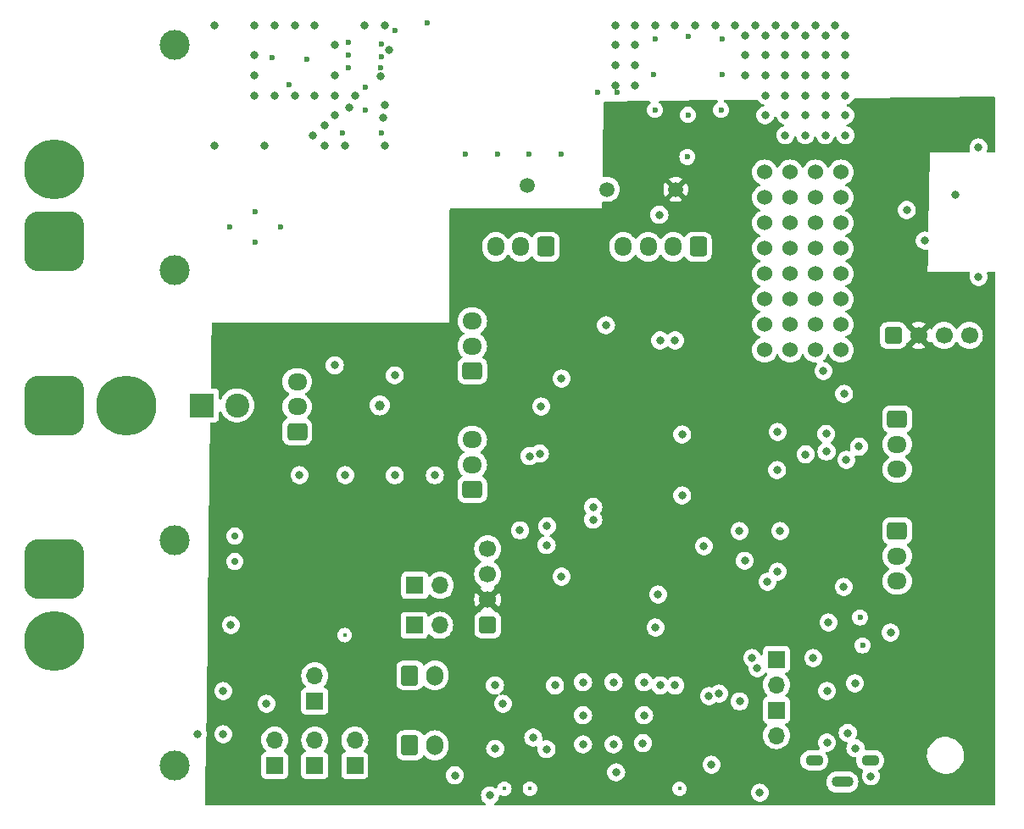
<source format=gbr>
%TF.GenerationSoftware,KiCad,Pcbnew,7.0.6*%
%TF.CreationDate,2023-08-13T13:48:50+02:00*%
%TF.ProjectId,Nice-Buoy-V1_0,4e696365-2d42-4756-9f79-2d56315f302e,rev?*%
%TF.SameCoordinates,Original*%
%TF.FileFunction,Copper,L3,Inr*%
%TF.FilePolarity,Positive*%
%FSLAX46Y46*%
G04 Gerber Fmt 4.6, Leading zero omitted, Abs format (unit mm)*
G04 Created by KiCad (PCBNEW 7.0.6) date 2023-08-13 13:48:50*
%MOMM*%
%LPD*%
G01*
G04 APERTURE LIST*
G04 Aperture macros list*
%AMRoundRect*
0 Rectangle with rounded corners*
0 $1 Rounding radius*
0 $2 $3 $4 $5 $6 $7 $8 $9 X,Y pos of 4 corners*
0 Add a 4 corners polygon primitive as box body*
4,1,4,$2,$3,$4,$5,$6,$7,$8,$9,$2,$3,0*
0 Add four circle primitives for the rounded corners*
1,1,$1+$1,$2,$3*
1,1,$1+$1,$4,$5*
1,1,$1+$1,$6,$7*
1,1,$1+$1,$8,$9*
0 Add four rect primitives between the rounded corners*
20,1,$1+$1,$2,$3,$4,$5,0*
20,1,$1+$1,$4,$5,$6,$7,0*
20,1,$1+$1,$6,$7,$8,$9,0*
20,1,$1+$1,$8,$9,$2,$3,0*%
G04 Aperture macros list end*
%TA.AperFunction,ComponentPad*%
%ADD10O,1.950000X1.700000*%
%TD*%
%TA.AperFunction,ComponentPad*%
%ADD11RoundRect,0.250000X-0.725000X0.600000X-0.725000X-0.600000X0.725000X-0.600000X0.725000X0.600000X0*%
%TD*%
%TA.AperFunction,ComponentPad*%
%ADD12C,0.700000*%
%TD*%
%TA.AperFunction,ComponentPad*%
%ADD13C,1.000000*%
%TD*%
%TA.AperFunction,ComponentPad*%
%ADD14RoundRect,1.500000X1.500000X-1.500000X1.500000X1.500000X-1.500000X1.500000X-1.500000X-1.500000X0*%
%TD*%
%TA.AperFunction,ComponentPad*%
%ADD15C,6.000000*%
%TD*%
%TA.AperFunction,ComponentPad*%
%ADD16R,1.700000X1.700000*%
%TD*%
%TA.AperFunction,ComponentPad*%
%ADD17O,1.700000X1.700000*%
%TD*%
%TA.AperFunction,ComponentPad*%
%ADD18RoundRect,0.250000X0.725000X-0.600000X0.725000X0.600000X-0.725000X0.600000X-0.725000X-0.600000X0*%
%TD*%
%TA.AperFunction,ComponentPad*%
%ADD19C,1.524000*%
%TD*%
%TA.AperFunction,ComponentPad*%
%ADD20RoundRect,0.206250X0.618750X-0.618750X0.618750X0.618750X-0.618750X0.618750X-0.618750X-0.618750X0*%
%TD*%
%TA.AperFunction,ComponentPad*%
%ADD21C,1.700000*%
%TD*%
%TA.AperFunction,ComponentPad*%
%ADD22RoundRect,1.500000X-1.500000X-1.500000X1.500000X-1.500000X1.500000X1.500000X-1.500000X1.500000X0*%
%TD*%
%TA.AperFunction,ComponentPad*%
%ADD23RoundRect,1.500000X-1.500000X1.500000X-1.500000X-1.500000X1.500000X-1.500000X1.500000X1.500000X0*%
%TD*%
%TA.AperFunction,ComponentPad*%
%ADD24C,1.500000*%
%TD*%
%TA.AperFunction,ComponentPad*%
%ADD25C,3.000000*%
%TD*%
%TA.AperFunction,ComponentPad*%
%ADD26RoundRect,0.250000X0.600000X0.725000X-0.600000X0.725000X-0.600000X-0.725000X0.600000X-0.725000X0*%
%TD*%
%TA.AperFunction,ComponentPad*%
%ADD27O,1.700000X1.950000*%
%TD*%
%TA.AperFunction,ComponentPad*%
%ADD28RoundRect,0.206250X-0.618750X-0.618750X0.618750X-0.618750X0.618750X0.618750X-0.618750X0.618750X0*%
%TD*%
%TA.AperFunction,ComponentPad*%
%ADD29R,2.400000X2.400000*%
%TD*%
%TA.AperFunction,ComponentPad*%
%ADD30C,2.400000*%
%TD*%
%TA.AperFunction,ComponentPad*%
%ADD31O,1.800000X1.100000*%
%TD*%
%TA.AperFunction,ComponentPad*%
%ADD32O,2.200000X1.100000*%
%TD*%
%TA.AperFunction,ComponentPad*%
%ADD33RoundRect,0.250000X-0.600000X-0.750000X0.600000X-0.750000X0.600000X0.750000X-0.600000X0.750000X0*%
%TD*%
%TA.AperFunction,ComponentPad*%
%ADD34O,1.700000X2.000000*%
%TD*%
%TA.AperFunction,ViaPad*%
%ADD35C,0.800000*%
%TD*%
%TA.AperFunction,ViaPad*%
%ADD36C,0.450000*%
%TD*%
%TA.AperFunction,ViaPad*%
%ADD37C,0.600000*%
%TD*%
G04 APERTURE END LIST*
D10*
%TO.N,Net-(J104-Pin_3)*%
%TO.C,J105*%
X134680000Y-92958000D03*
%TO.N,Net-(J105-Pin_2)*%
X134680000Y-90458000D03*
D11*
%TO.N,Net-(J104-Pin_1)*%
X134680000Y-87958000D03*
%TD*%
D10*
%TO.N,Net-(J104-Pin_3)*%
%TO.C,J104*%
X134680000Y-81782000D03*
%TO.N,Net-(J104-Pin_2)*%
X134680000Y-79282000D03*
D11*
%TO.N,Net-(J104-Pin_1)*%
X134680000Y-76782000D03*
%TD*%
D12*
%TO.N,Net-(U701-GPB4)*%
%TO.C,TP702*%
X68538400Y-88466000D03*
%TD*%
D13*
%TO.N,/Accumonitor/Vbatt*%
%TO.C,TP701*%
X83010000Y-75390000D03*
%TD*%
D14*
%TO.N,GND*%
%TO.C,J202*%
X50510000Y-58990000D03*
D15*
%TO.N,Net-(J202-Pin_2)*%
X50510000Y-51790000D03*
%TD*%
D16*
%TO.N,Net-(J708-Pin_1)*%
%TO.C,J708*%
X72510000Y-111390000D03*
D17*
%TO.N,Net-(J708-Pin_2)*%
X72510000Y-108850000D03*
%TD*%
D18*
%TO.N,Net-(J402-Pin_1)*%
%TO.C,J402*%
X92245000Y-83814000D03*
D10*
%TO.N,GND*%
X92245000Y-81314000D03*
%TO.N,unconnected-(J402-Pin_3-Pad3)*%
X92245000Y-78814000D03*
%TD*%
D19*
%TO.N,unconnected-(TP1-Pad1)*%
%TO.C,TP1*%
X121450000Y-52080000D03*
%TO.N,N/C*%
X123990000Y-52080000D03*
X126530000Y-52080000D03*
X129070000Y-52080000D03*
X121450000Y-54620000D03*
X123990000Y-54620000D03*
X126530000Y-54620000D03*
X129070000Y-54620000D03*
X121450000Y-57160000D03*
X123990000Y-57160000D03*
X126530000Y-57160000D03*
X129070000Y-57160000D03*
X121450000Y-59700000D03*
X123990000Y-59700000D03*
X126530000Y-59700000D03*
X129070000Y-59700000D03*
%TD*%
D20*
%TO.N,GND*%
%TO.C,J901*%
X93786000Y-97356000D03*
D21*
%TO.N,+3.3V*%
X93786000Y-94816000D03*
%TO.N,/CPU/SCL_DISP*%
X93786000Y-92276000D03*
%TO.N,/CPU/SDA_DISP*%
X93786000Y-89736000D03*
%TD*%
D18*
%TO.N,/Accumonitor/GREEN*%
%TO.C,J709*%
X74760000Y-78012000D03*
D10*
%TO.N,+28V*%
X74760000Y-75512000D03*
%TO.N,/Accumonitor/RED*%
X74760000Y-73012000D03*
%TD*%
D22*
%TO.N,GND*%
%TO.C,J201*%
X50510000Y-75390000D03*
D15*
%TO.N,/PSU/ACC*%
X57710000Y-75390000D03*
%TD*%
D23*
%TO.N,GND*%
%TO.C,J203*%
X50510000Y-91790000D03*
D15*
%TO.N,Net-(J203-Pin_2)*%
X50510000Y-98990000D03*
%TD*%
D24*
%TO.N,+3.3V*%
%TO.C,TP202*%
X112582000Y-53795000D03*
%TD*%
D25*
%TO.N,Net-(J202-Pin_2)*%
%TO.C,F201*%
X62510000Y-39390000D03*
%TO.N,/PSU/POWER*%
X62510000Y-61890000D03*
%TD*%
D16*
%TO.N,GND*%
%TO.C,SW101*%
X122615000Y-100785000D03*
D17*
%TO.N,DR0*%
X122615000Y-103325000D03*
%TD*%
D16*
%TO.N,GND*%
%TO.C,J702*%
X86445000Y-97390000D03*
D17*
%TO.N,Net-(J702-Pin_2)*%
X88985000Y-97390000D03*
%TD*%
D24*
%TO.N,GND*%
%TO.C,TP201*%
X97723000Y-53414000D03*
%TD*%
%TO.N,+5V*%
%TO.C,TP203*%
X105724000Y-53795000D03*
%TD*%
D16*
%TO.N,GND*%
%TO.C,J706*%
X80510000Y-111390000D03*
D17*
%TO.N,SW2*%
X80510000Y-108850000D03*
%TD*%
D26*
%TO.N,Net-(J103-Pin_1)*%
%TO.C,J103*%
X99588000Y-59527000D03*
D27*
%TO.N,+5V*%
X97088000Y-59527000D03*
%TO.N,GND*%
X94588000Y-59527000D03*
%TD*%
D18*
%TO.N,Net-(J401-Pin_1)*%
%TO.C,J401*%
X92245000Y-71956000D03*
D10*
%TO.N,GND*%
X92245000Y-69456000D03*
%TO.N,unconnected-(J401-Pin_3-Pad3)*%
X92245000Y-66956000D03*
%TD*%
D16*
%TO.N,GND*%
%TO.C,J705*%
X76510000Y-111390000D03*
D17*
%TO.N,SW3*%
X76510000Y-108850000D03*
%TD*%
D28*
%TO.N,GND*%
%TO.C,J102*%
X134273600Y-68400000D03*
D21*
%TO.N,+3.3V*%
X136813600Y-68400000D03*
%TO.N,/CPU/SCL*%
X139353600Y-68400000D03*
%TO.N,/CPU/SDA*%
X141893600Y-68400000D03*
%TD*%
D29*
%TO.N,/PSU/ACC*%
%TO.C,SW201*%
X65260000Y-75390000D03*
D30*
%TO.N,/PSU/POWER*%
X68760000Y-75390000D03*
%TD*%
D16*
%TO.N,GND*%
%TO.C,SW102*%
X122615000Y-105865000D03*
D17*
%TO.N,EN*%
X122615000Y-108405000D03*
%TD*%
D25*
%TO.N,Net-(J203-Pin_2)*%
%TO.C,F202*%
X62510000Y-111390000D03*
%TO.N,/PSU/POWER*%
X62510000Y-88890000D03*
%TD*%
D16*
%TO.N,GND*%
%TO.C,J703*%
X86510000Y-93390000D03*
D17*
%TO.N,Net-(J703-Pin_2)*%
X89050000Y-93390000D03*
%TD*%
D16*
%TO.N,Net-(J707-Pin_1)*%
%TO.C,J707*%
X76514000Y-104976000D03*
D17*
%TO.N,Net-(J707-Pin_2)*%
X76514000Y-102436000D03*
%TD*%
D31*
%TO.N,unconnected-(J101-Shield-Pad6)*%
%TO.C,J101*%
X126410000Y-110890000D03*
D32*
X129210000Y-113040000D03*
D31*
X132010000Y-110890000D03*
%TD*%
D19*
%TO.N,unconnected-(TP2-Pad1)*%
%TO.C,TP2*%
X121450000Y-62224000D03*
%TO.N,N/C*%
X123990000Y-62224000D03*
X126530000Y-62224000D03*
X129070000Y-62224000D03*
X121450000Y-64764000D03*
X123990000Y-64764000D03*
X126530000Y-64764000D03*
X129070000Y-64764000D03*
X121450000Y-67304000D03*
X123990000Y-67304000D03*
X126530000Y-67304000D03*
X129070000Y-67304000D03*
X121450000Y-69844000D03*
X123990000Y-69844000D03*
X126530000Y-69844000D03*
X129070000Y-69844000D03*
%TD*%
D33*
%TO.N,GND*%
%TO.C,J701*%
X86010000Y-102390000D03*
D34*
%TO.N,Net-(J701-Pin_2)*%
X88510000Y-102390000D03*
%TD*%
D12*
%TO.N,Net-(U701-GPB5)*%
%TO.C,TP703*%
X68538400Y-91006000D03*
%TD*%
D26*
%TO.N,/CPU/GPSRX*%
%TO.C,J501*%
X114808000Y-59527000D03*
D27*
%TO.N,/CPU/GPSTX*%
X112308000Y-59527000D03*
%TO.N,/GPS/Vext*%
X109808000Y-59527000D03*
%TO.N,GND*%
X107308000Y-59527000D03*
%TD*%
D33*
%TO.N,GND*%
%TO.C,J704*%
X86010000Y-109390000D03*
D34*
%TO.N,SW1*%
X88510000Y-109390000D03*
%TD*%
D35*
%TO.N,GND*%
X106359000Y-103071000D03*
X106359000Y-109294000D03*
X109407000Y-106373000D03*
X103311000Y-106373000D03*
%TO.N,Net-(U103-GPIO36)*%
X116900000Y-104214000D03*
X122742000Y-92022000D03*
%TO.N,Net-(U103-GPIO39)*%
X115884000Y-104468000D03*
X121726000Y-93038000D03*
%TO.N,+3.3V*%
X125790000Y-85926000D03*
%TO.N,GND*%
X129346000Y-93546000D03*
X130870000Y-79523000D03*
%TO.N,+5V*%
X110931000Y-56335000D03*
%TO.N,GND*%
X132063800Y-112469000D03*
X81510000Y-37390000D03*
X122693000Y-81862000D03*
D36*
X79507000Y-98372000D03*
D35*
X74990000Y-82370000D03*
X127510000Y-42390000D03*
X71688000Y-105230000D03*
X66510000Y-49390000D03*
X106510000Y-41390000D03*
D37*
X79880000Y-40386000D03*
X70550000Y-59105000D03*
X91564000Y-50292000D03*
D35*
X67370000Y-103960000D03*
X108510000Y-39390000D03*
X129383500Y-74242000D03*
X123510000Y-42390000D03*
X119510000Y-40390000D03*
X103311000Y-109294000D03*
X128510000Y-37390000D03*
X123510000Y-44390000D03*
D37*
X79880000Y-41656000D03*
X113729000Y-50556000D03*
D35*
X121510000Y-44390000D03*
X129600000Y-80846000D03*
X119510000Y-42390000D03*
X119465400Y-90929800D03*
X123510000Y-46390000D03*
X119510000Y-38390000D03*
X70510000Y-40390000D03*
D37*
X104729000Y-44056000D03*
D35*
X72510000Y-44390000D03*
X71510000Y-49390000D03*
D37*
X70550000Y-56057000D03*
X110360000Y-42291000D03*
X81531000Y-43561000D03*
X87760000Y-37140000D03*
X117091000Y-45847000D03*
D35*
X78510000Y-39390000D03*
X126510000Y-37390000D03*
X79562000Y-82370000D03*
D37*
X73911000Y-43307000D03*
D35*
X80510000Y-44390000D03*
X76510000Y-44390000D03*
X83510000Y-37390000D03*
X129510000Y-42390000D03*
X76510000Y-37390000D03*
X118950097Y-104989539D03*
D36*
X112951000Y-113727000D03*
D35*
X134018000Y-98118000D03*
D37*
X72260000Y-40640000D03*
D35*
X72510000Y-37390000D03*
X129510000Y-40390000D03*
X70510000Y-42390000D03*
X129510000Y-38390000D03*
X118510000Y-37390000D03*
D37*
X117218000Y-38735000D03*
D35*
X109407000Y-103071000D03*
X129510000Y-46390000D03*
X124510000Y-37390000D03*
X84510000Y-82390000D03*
X137441945Y-58918205D03*
X70510000Y-37390000D03*
X116510000Y-37390000D03*
X127510000Y-40390000D03*
X78510000Y-46390000D03*
D37*
X94739000Y-50292000D03*
D35*
X77510000Y-47390000D03*
X120510000Y-37390000D03*
D37*
X101089000Y-50292000D03*
X113789000Y-38481000D03*
D35*
X118932000Y-87958000D03*
D37*
X79880000Y-39116000D03*
D35*
X108510000Y-43390000D03*
X101154000Y-92530000D03*
X103311000Y-103071000D03*
X74510000Y-37390000D03*
X115376000Y-89482000D03*
X83905400Y-39850400D03*
X123510000Y-38390000D03*
X125510000Y-38390000D03*
X126298000Y-100658000D03*
D37*
X97914000Y-50292000D03*
D35*
X135647000Y-55852400D03*
X121510000Y-38390000D03*
D37*
X73090000Y-57581000D03*
D35*
X108510000Y-41390000D03*
D37*
X110487000Y-45847000D03*
X81531000Y-45847000D03*
D35*
X88510000Y-82390000D03*
X79510000Y-49390000D03*
X110804000Y-94308000D03*
X70510000Y-44390000D03*
D37*
X75689000Y-40767000D03*
D35*
X127822000Y-97102000D03*
X125510000Y-48390000D03*
X122742000Y-78052000D03*
X74510000Y-44390000D03*
X125510000Y-44390000D03*
X109280000Y-109167000D03*
X79993800Y-45616200D03*
X110550000Y-97610000D03*
X78510000Y-42390000D03*
X127510000Y-38390000D03*
X106510000Y-39390000D03*
D37*
X83182000Y-48133000D03*
X84510000Y-37890000D03*
D35*
X84510000Y-72390000D03*
X127510000Y-46390000D03*
X121510000Y-42390000D03*
X110510000Y-37390000D03*
X78510000Y-71390000D03*
X122510000Y-37390000D03*
X129510000Y-44390000D03*
X108510000Y-37390000D03*
X112510000Y-37390000D03*
X105597000Y-67384000D03*
D36*
X98002404Y-113727000D03*
D35*
X120964000Y-114120000D03*
X77504600Y-49400800D03*
D37*
X83182000Y-40513000D03*
D35*
X106510000Y-37390000D03*
X83067200Y-42517400D03*
X130514400Y-109675000D03*
X68132000Y-97356000D03*
X127668000Y-103960000D03*
D37*
X79245000Y-48133000D03*
D35*
X123510000Y-48390000D03*
X123510000Y-40390000D03*
X125536000Y-80289000D03*
X99122000Y-75512000D03*
X127510000Y-48390000D03*
D37*
X113783000Y-46355000D03*
X83182000Y-39243000D03*
D35*
X66510000Y-37390000D03*
X83510000Y-49390000D03*
X121510000Y-40390000D03*
X142808000Y-49604000D03*
X130462000Y-103198000D03*
X129510000Y-48390000D03*
X125510000Y-40390000D03*
X106510000Y-43390000D03*
X122996000Y-87958000D03*
X121510000Y-46390000D03*
X125510000Y-42390000D03*
X83372000Y-46657600D03*
X114510000Y-37390000D03*
D37*
X68010000Y-57581000D03*
D35*
X127510000Y-44390000D03*
X101154000Y-72718000D03*
D37*
X106729000Y-44056000D03*
D35*
X99670000Y-89367913D03*
X125510000Y-46390000D03*
X76285400Y-48384800D03*
D37*
X110487000Y-38735000D03*
X83055000Y-41656000D03*
D35*
X78510000Y-44390000D03*
X142808000Y-62558000D03*
D37*
X117218000Y-42341000D03*
D35*
X83510000Y-45390000D03*
D36*
X95448995Y-113727005D03*
%TO.N,+3.3V*%
X79507000Y-97102000D03*
D35*
X113852000Y-89482000D03*
X93024000Y-102436000D03*
X119694000Y-84402000D03*
X117662000Y-48842000D03*
X137220010Y-51890000D03*
X119694000Y-50366000D03*
X88510000Y-68390000D03*
X119694000Y-78052000D03*
X99954580Y-91203531D03*
X93023992Y-105738000D03*
X79308000Y-105738000D03*
X80510000Y-79390000D03*
X131632000Y-77036000D03*
X115376000Y-85418000D03*
X118932000Y-107770000D03*
X115946000Y-99890000D03*
X137220014Y-53312400D03*
X93024000Y-109725800D03*
X125536000Y-78257000D03*
X117916000Y-112596000D03*
X100644000Y-64209000D03*
X68483025Y-93616975D03*
X86142254Y-89512204D03*
X88510000Y-78390000D03*
%TO.N,+28V*%
X67370000Y-108278000D03*
X64830000Y-108278000D03*
%TO.N,/CPU/GPSRX*%
X111010000Y-68890000D03*
X111010000Y-103390000D03*
%TO.N,/CPU/GPSTX*%
X112510000Y-68890000D03*
X112510000Y-103390000D03*
%TO.N,/CPU/ESC_BB*%
X98993000Y-80211000D03*
X104327000Y-85545000D03*
%TO.N,/CPU/ESC_SB*%
X104327000Y-86815000D03*
X97977000Y-80465000D03*
%TO.N,/CPU/LEDS*%
X100510000Y-103390000D03*
X94510000Y-103390000D03*
%TO.N,DR0*%
X106613000Y-112088000D03*
%TO.N,EN*%
X116138000Y-111326000D03*
%TO.N,/CPU/RADIO_6*%
X113210000Y-84402000D03*
X113210000Y-78306014D03*
%TO.N,/CPU/RADIO_4*%
X99710000Y-87481995D03*
X97010000Y-87890004D03*
%TO.N,RX*%
X98332600Y-108608200D03*
X120710000Y-101674000D03*
%TO.N,TX*%
X99664600Y-109776923D03*
X120202000Y-100658000D03*
%TO.N,Net-(D101-A)*%
X127668000Y-109116200D03*
X129752400Y-108151000D03*
D37*
%TO.N,Net-(U102-~{RSTb})*%
X131224000Y-99388000D03*
X130970000Y-96594000D03*
D35*
%TO.N,/Accumonitor/Vbatt*%
X94010000Y-114390000D03*
X90510000Y-112390000D03*
%TO.N,/CPU/SCL*%
X140473000Y-54379190D03*
X94536000Y-109725800D03*
X127598549Y-78254368D03*
%TO.N,/CPU/SDA*%
X95309996Y-105230004D03*
X127630000Y-80018435D03*
X127314000Y-71956000D03*
%TD*%
%TA.AperFunction,Conductor*%
%TO.N,+3.3V*%
G36*
X144429025Y-44545717D02*
G01*
X144475459Y-44597924D01*
X144487341Y-44650852D01*
X144488646Y-48758277D01*
X144488961Y-49750435D01*
X144489037Y-49987961D01*
X144469374Y-50055006D01*
X144416584Y-50100778D01*
X144365037Y-50112000D01*
X143760454Y-50112000D01*
X143693415Y-50092315D01*
X143647660Y-50039511D01*
X143637716Y-49970353D01*
X143642523Y-49949682D01*
X143651447Y-49922216D01*
X143693674Y-49792256D01*
X143713460Y-49604000D01*
X143693674Y-49415744D01*
X143635179Y-49235716D01*
X143540533Y-49071784D01*
X143413871Y-48931112D01*
X143401624Y-48922214D01*
X143260734Y-48819851D01*
X143260729Y-48819848D01*
X143087807Y-48742857D01*
X143087802Y-48742855D01*
X142942000Y-48711865D01*
X142902646Y-48703500D01*
X142713354Y-48703500D01*
X142680897Y-48710398D01*
X142528197Y-48742855D01*
X142528192Y-48742857D01*
X142355270Y-48819848D01*
X142355265Y-48819851D01*
X142202129Y-48931111D01*
X142075466Y-49071785D01*
X141980821Y-49235715D01*
X141980818Y-49235722D01*
X141922327Y-49415740D01*
X141922326Y-49415744D01*
X141902540Y-49604000D01*
X141922326Y-49792256D01*
X141922327Y-49792259D01*
X141973477Y-49949682D01*
X141975472Y-50019523D01*
X141939392Y-50079356D01*
X141876691Y-50110184D01*
X141855546Y-50112000D01*
X137982000Y-50112000D01*
X137815732Y-57926555D01*
X137794626Y-57993160D01*
X137740860Y-58037782D01*
X137671506Y-58046252D01*
X137665979Y-58045207D01*
X137631047Y-58037782D01*
X137536591Y-58017705D01*
X137347299Y-58017705D01*
X137314842Y-58024603D01*
X137162142Y-58057060D01*
X137162137Y-58057062D01*
X136989215Y-58134053D01*
X136989210Y-58134056D01*
X136836074Y-58245316D01*
X136709411Y-58385990D01*
X136614766Y-58549920D01*
X136614763Y-58549927D01*
X136570032Y-58687596D01*
X136556271Y-58729949D01*
X136536485Y-58918205D01*
X136556271Y-59106461D01*
X136556272Y-59106464D01*
X136614763Y-59286482D01*
X136614766Y-59286489D01*
X136709412Y-59450421D01*
X136836074Y-59591093D01*
X136989210Y-59702353D01*
X136989215Y-59702356D01*
X137162137Y-59779347D01*
X137162142Y-59779349D01*
X137347299Y-59818705D01*
X137347300Y-59818705D01*
X137536589Y-59818705D01*
X137536591Y-59818705D01*
X137623480Y-59800236D01*
X137693143Y-59805552D01*
X137748877Y-59847688D01*
X137772983Y-59913268D01*
X137773230Y-59924164D01*
X137753644Y-60844710D01*
X137728000Y-62050000D01*
X141855546Y-62050000D01*
X141922585Y-62069685D01*
X141968340Y-62122489D01*
X141978284Y-62191647D01*
X141973477Y-62212318D01*
X141922326Y-62369744D01*
X141902540Y-62558000D01*
X141922326Y-62746256D01*
X141922327Y-62746259D01*
X141980818Y-62926277D01*
X141980821Y-62926284D01*
X142075467Y-63090216D01*
X142169657Y-63194824D01*
X142202129Y-63230888D01*
X142355265Y-63342148D01*
X142355270Y-63342151D01*
X142528192Y-63419142D01*
X142528197Y-63419144D01*
X142713354Y-63458500D01*
X142713355Y-63458500D01*
X142902644Y-63458500D01*
X142902646Y-63458500D01*
X143087803Y-63419144D01*
X143260730Y-63342151D01*
X143413871Y-63230888D01*
X143540533Y-63090216D01*
X143635179Y-62926284D01*
X143693674Y-62746256D01*
X143713460Y-62558000D01*
X143693674Y-62369744D01*
X143642523Y-62212318D01*
X143640528Y-62142477D01*
X143676608Y-62082644D01*
X143739309Y-62051816D01*
X143760454Y-62050000D01*
X144368905Y-62050000D01*
X144435944Y-62069685D01*
X144481699Y-62122489D01*
X144492904Y-62173960D01*
X144498334Y-79277655D01*
X144499500Y-82950841D01*
X144499500Y-115255500D01*
X144479815Y-115322539D01*
X144427011Y-115368294D01*
X144375500Y-115379500D01*
X94561724Y-115379500D01*
X94494685Y-115359815D01*
X94448930Y-115307011D01*
X94438986Y-115237853D01*
X94468011Y-115174297D01*
X94488839Y-115155182D01*
X94518597Y-115133561D01*
X94615871Y-115062888D01*
X94742533Y-114922216D01*
X94837179Y-114758284D01*
X94895674Y-114578256D01*
X94908601Y-114455253D01*
X94935184Y-114390644D01*
X94992481Y-114350658D01*
X95062300Y-114347998D01*
X95097893Y-114363225D01*
X95132220Y-114384794D01*
X95286534Y-114438791D01*
X95286537Y-114438791D01*
X95286539Y-114438792D01*
X95448991Y-114457096D01*
X95448995Y-114457096D01*
X95448999Y-114457096D01*
X95611450Y-114438792D01*
X95611451Y-114438791D01*
X95611456Y-114438791D01*
X95765770Y-114384794D01*
X95904199Y-114297813D01*
X96019803Y-114182209D01*
X96106784Y-114043780D01*
X96160781Y-113889466D01*
X96160782Y-113889460D01*
X96179086Y-113727008D01*
X96179086Y-113727003D01*
X97272313Y-113727003D01*
X97290616Y-113889455D01*
X97344614Y-114043774D01*
X97431596Y-114182204D01*
X97547200Y-114297808D01*
X97685629Y-114384789D01*
X97839943Y-114438786D01*
X97839946Y-114438786D01*
X97839948Y-114438787D01*
X98002400Y-114457091D01*
X98002404Y-114457091D01*
X98002408Y-114457091D01*
X98164859Y-114438787D01*
X98164860Y-114438786D01*
X98164865Y-114438786D01*
X98319179Y-114384789D01*
X98457608Y-114297808D01*
X98573212Y-114182204D01*
X98660193Y-114043775D01*
X98714190Y-113889461D01*
X98717759Y-113857784D01*
X98732495Y-113727003D01*
X112220909Y-113727003D01*
X112239212Y-113889455D01*
X112293210Y-114043774D01*
X112380192Y-114182203D01*
X112380192Y-114182204D01*
X112495796Y-114297808D01*
X112634225Y-114384789D01*
X112788539Y-114438786D01*
X112788542Y-114438786D01*
X112788544Y-114438787D01*
X112950996Y-114457091D01*
X112951000Y-114457091D01*
X112951004Y-114457091D01*
X113113455Y-114438787D01*
X113113456Y-114438786D01*
X113113461Y-114438786D01*
X113267775Y-114384789D01*
X113406204Y-114297808D01*
X113521808Y-114182204D01*
X113560893Y-114120000D01*
X120058540Y-114120000D01*
X120078326Y-114308256D01*
X120078327Y-114308259D01*
X120136818Y-114488277D01*
X120136821Y-114488284D01*
X120231467Y-114652216D01*
X120358128Y-114792887D01*
X120358129Y-114792888D01*
X120511265Y-114904148D01*
X120511270Y-114904151D01*
X120684192Y-114981142D01*
X120684197Y-114981144D01*
X120869354Y-115020500D01*
X120869355Y-115020500D01*
X121058644Y-115020500D01*
X121058646Y-115020500D01*
X121243803Y-114981144D01*
X121416730Y-114904151D01*
X121569871Y-114792888D01*
X121696533Y-114652216D01*
X121791179Y-114488284D01*
X121849674Y-114308256D01*
X121869460Y-114120000D01*
X121849674Y-113931744D01*
X121791179Y-113751716D01*
X121696533Y-113587784D01*
X121569871Y-113447112D01*
X121569870Y-113447111D01*
X121416734Y-113335851D01*
X121416729Y-113335848D01*
X121243807Y-113258857D01*
X121243802Y-113258855D01*
X121098000Y-113227865D01*
X121058646Y-113219500D01*
X120869354Y-113219500D01*
X120836897Y-113226398D01*
X120684197Y-113258855D01*
X120684192Y-113258857D01*
X120511270Y-113335848D01*
X120511265Y-113335851D01*
X120358129Y-113447111D01*
X120231466Y-113587785D01*
X120136821Y-113751715D01*
X120136818Y-113751722D01*
X120092063Y-113889466D01*
X120078326Y-113931744D01*
X120058540Y-114120000D01*
X113560893Y-114120000D01*
X113608789Y-114043775D01*
X113662786Y-113889461D01*
X113666355Y-113857784D01*
X113681091Y-113727003D01*
X113681091Y-113726996D01*
X113662787Y-113564544D01*
X113662786Y-113564542D01*
X113662786Y-113564539D01*
X113608789Y-113410225D01*
X113521808Y-113271796D01*
X113406204Y-113156192D01*
X113383439Y-113141888D01*
X113267774Y-113069210D01*
X113184296Y-113040000D01*
X127604417Y-113040000D01*
X127624699Y-113245932D01*
X127651975Y-113335848D01*
X127684768Y-113443954D01*
X127782315Y-113626450D01*
X127811405Y-113661896D01*
X127913589Y-113786410D01*
X127986802Y-113846493D01*
X128073550Y-113917685D01*
X128256046Y-114015232D01*
X128454066Y-114075300D01*
X128454065Y-114075300D01*
X128492647Y-114079100D01*
X128608392Y-114090500D01*
X128608395Y-114090500D01*
X129811605Y-114090500D01*
X129811608Y-114090500D01*
X129965934Y-114075300D01*
X130163954Y-114015232D01*
X130346450Y-113917685D01*
X130506410Y-113786410D01*
X130637685Y-113626450D01*
X130735232Y-113443954D01*
X130795300Y-113245934D01*
X130815583Y-113040000D01*
X130795300Y-112834066D01*
X130735232Y-112636046D01*
X130637685Y-112453550D01*
X130550638Y-112347482D01*
X130506410Y-112293589D01*
X130351893Y-112166782D01*
X130346450Y-112162315D01*
X130176554Y-112071502D01*
X130163956Y-112064769D01*
X130163955Y-112064768D01*
X130163954Y-112064768D01*
X129965934Y-112004700D01*
X129965932Y-112004699D01*
X129965934Y-112004699D01*
X129846805Y-111992966D01*
X129811608Y-111989500D01*
X128608392Y-111989500D01*
X128570298Y-111993251D01*
X128454067Y-112004699D01*
X128256043Y-112064769D01*
X128171141Y-112110151D01*
X128073550Y-112162315D01*
X128073548Y-112162316D01*
X128073547Y-112162317D01*
X127913589Y-112293589D01*
X127782317Y-112453547D01*
X127782315Y-112453550D01*
X127780854Y-112456284D01*
X127684769Y-112636043D01*
X127624699Y-112834067D01*
X127604417Y-113040000D01*
X113184296Y-113040000D01*
X113113475Y-113015219D01*
X113113461Y-113015214D01*
X113113460Y-113015213D01*
X113113455Y-113015212D01*
X112951004Y-112996909D01*
X112950996Y-112996909D01*
X112788544Y-113015212D01*
X112634225Y-113069210D01*
X112495795Y-113156192D01*
X112380192Y-113271795D01*
X112293210Y-113410225D01*
X112239212Y-113564544D01*
X112220909Y-113726996D01*
X112220909Y-113727003D01*
X98732495Y-113727003D01*
X98732495Y-113726996D01*
X98714191Y-113564544D01*
X98714190Y-113564542D01*
X98714190Y-113564539D01*
X98660193Y-113410225D01*
X98573212Y-113271796D01*
X98457608Y-113156192D01*
X98434843Y-113141888D01*
X98319178Y-113069210D01*
X98164879Y-113015219D01*
X98164865Y-113015214D01*
X98164864Y-113015213D01*
X98164859Y-113015212D01*
X98002408Y-112996909D01*
X98002400Y-112996909D01*
X97839948Y-113015212D01*
X97685629Y-113069210D01*
X97547199Y-113156192D01*
X97431596Y-113271795D01*
X97344614Y-113410225D01*
X97290616Y-113564544D01*
X97272313Y-113726996D01*
X97272313Y-113727003D01*
X96179086Y-113727003D01*
X96179086Y-113727001D01*
X96160782Y-113564549D01*
X96160781Y-113564547D01*
X96160781Y-113564544D01*
X96106784Y-113410230D01*
X96019803Y-113271801D01*
X95904199Y-113156197D01*
X95904191Y-113156192D01*
X95765769Y-113069215D01*
X95611450Y-113015217D01*
X95448999Y-112996914D01*
X95448991Y-112996914D01*
X95286539Y-113015217D01*
X95132220Y-113069215D01*
X94993790Y-113156197D01*
X94878187Y-113271800D01*
X94791205Y-113410230D01*
X94737207Y-113564549D01*
X94735978Y-113575462D01*
X94708910Y-113639876D01*
X94651315Y-113679430D01*
X94581478Y-113681567D01*
X94539874Y-113661896D01*
X94462733Y-113605850D01*
X94462729Y-113605848D01*
X94289807Y-113528857D01*
X94289802Y-113528855D01*
X94144001Y-113497865D01*
X94104646Y-113489500D01*
X93915354Y-113489500D01*
X93882897Y-113496398D01*
X93730197Y-113528855D01*
X93730192Y-113528857D01*
X93557270Y-113605848D01*
X93557265Y-113605851D01*
X93404129Y-113717111D01*
X93277466Y-113857785D01*
X93182821Y-114021715D01*
X93182818Y-114021722D01*
X93150886Y-114120000D01*
X93124326Y-114201744D01*
X93104540Y-114390000D01*
X93124326Y-114578256D01*
X93124327Y-114578259D01*
X93182818Y-114758277D01*
X93182821Y-114758284D01*
X93277467Y-114922216D01*
X93365963Y-115020500D01*
X93404129Y-115062888D01*
X93531161Y-115155182D01*
X93573827Y-115210512D01*
X93579806Y-115280125D01*
X93547200Y-115341920D01*
X93486362Y-115376277D01*
X93458276Y-115379500D01*
X65717845Y-115379500D01*
X65650806Y-115359815D01*
X65605051Y-115307011D01*
X65593855Y-115253926D01*
X65604825Y-114389999D01*
X65678359Y-108599184D01*
X65684416Y-108562455D01*
X65715674Y-108466256D01*
X65735460Y-108278000D01*
X66464540Y-108278000D01*
X66484326Y-108466256D01*
X66484327Y-108466259D01*
X66542818Y-108646277D01*
X66542821Y-108646284D01*
X66637467Y-108810216D01*
X66743470Y-108927944D01*
X66764129Y-108950888D01*
X66917265Y-109062148D01*
X66917270Y-109062151D01*
X67090192Y-109139142D01*
X67090197Y-109139144D01*
X67275354Y-109178500D01*
X67275355Y-109178500D01*
X67464644Y-109178500D01*
X67464646Y-109178500D01*
X67649803Y-109139144D01*
X67822730Y-109062151D01*
X67975871Y-108950888D01*
X68066711Y-108850000D01*
X71154341Y-108850000D01*
X71174936Y-109085403D01*
X71174938Y-109085413D01*
X71236094Y-109313655D01*
X71236096Y-109313659D01*
X71236097Y-109313663D01*
X71314715Y-109482259D01*
X71335965Y-109527830D01*
X71335967Y-109527834D01*
X71385775Y-109598966D01*
X71471501Y-109721396D01*
X71471506Y-109721402D01*
X71593430Y-109843326D01*
X71626915Y-109904649D01*
X71621931Y-109974341D01*
X71580059Y-110030274D01*
X71549083Y-110047189D01*
X71417669Y-110096203D01*
X71417664Y-110096206D01*
X71302455Y-110182452D01*
X71302452Y-110182455D01*
X71216206Y-110297664D01*
X71216202Y-110297671D01*
X71165908Y-110432517D01*
X71160154Y-110486043D01*
X71159501Y-110492123D01*
X71159500Y-110492135D01*
X71159500Y-112287870D01*
X71159501Y-112287876D01*
X71165908Y-112347483D01*
X71216202Y-112482328D01*
X71216206Y-112482335D01*
X71302452Y-112597544D01*
X71302455Y-112597547D01*
X71417664Y-112683793D01*
X71417671Y-112683797D01*
X71552517Y-112734091D01*
X71552516Y-112734091D01*
X71559444Y-112734835D01*
X71612127Y-112740500D01*
X73407872Y-112740499D01*
X73467483Y-112734091D01*
X73602331Y-112683796D01*
X73717546Y-112597546D01*
X73803796Y-112482331D01*
X73854091Y-112347483D01*
X73860500Y-112287873D01*
X73860499Y-110492128D01*
X73854091Y-110432517D01*
X73846215Y-110411401D01*
X73803797Y-110297671D01*
X73803793Y-110297664D01*
X73717547Y-110182455D01*
X73717544Y-110182452D01*
X73602335Y-110096206D01*
X73602328Y-110096202D01*
X73470917Y-110047189D01*
X73414983Y-110005318D01*
X73390566Y-109939853D01*
X73405418Y-109871580D01*
X73426563Y-109843332D01*
X73548495Y-109721401D01*
X73684035Y-109527830D01*
X73783903Y-109313663D01*
X73845063Y-109085408D01*
X73865659Y-108850000D01*
X75154341Y-108850000D01*
X75174936Y-109085403D01*
X75174938Y-109085413D01*
X75236094Y-109313655D01*
X75236096Y-109313659D01*
X75236097Y-109313663D01*
X75314715Y-109482259D01*
X75335965Y-109527830D01*
X75335967Y-109527834D01*
X75385775Y-109598966D01*
X75471501Y-109721396D01*
X75471506Y-109721402D01*
X75593430Y-109843326D01*
X75626915Y-109904649D01*
X75621931Y-109974341D01*
X75580059Y-110030274D01*
X75549083Y-110047189D01*
X75417669Y-110096203D01*
X75417664Y-110096206D01*
X75302455Y-110182452D01*
X75302452Y-110182455D01*
X75216206Y-110297664D01*
X75216202Y-110297671D01*
X75165908Y-110432517D01*
X75160154Y-110486043D01*
X75159501Y-110492123D01*
X75159500Y-110492135D01*
X75159500Y-112287870D01*
X75159501Y-112287876D01*
X75165908Y-112347483D01*
X75216202Y-112482328D01*
X75216206Y-112482335D01*
X75302452Y-112597544D01*
X75302455Y-112597547D01*
X75417664Y-112683793D01*
X75417671Y-112683797D01*
X75552517Y-112734091D01*
X75552516Y-112734091D01*
X75559444Y-112734835D01*
X75612127Y-112740500D01*
X77407872Y-112740499D01*
X77467483Y-112734091D01*
X77602331Y-112683796D01*
X77717546Y-112597546D01*
X77803796Y-112482331D01*
X77854091Y-112347483D01*
X77860500Y-112287873D01*
X77860499Y-110492128D01*
X77854091Y-110432517D01*
X77846215Y-110411401D01*
X77803797Y-110297671D01*
X77803793Y-110297664D01*
X77717547Y-110182455D01*
X77717544Y-110182452D01*
X77602335Y-110096206D01*
X77602328Y-110096202D01*
X77470917Y-110047189D01*
X77414983Y-110005318D01*
X77390566Y-109939853D01*
X77405418Y-109871580D01*
X77426563Y-109843332D01*
X77548495Y-109721401D01*
X77684035Y-109527830D01*
X77783903Y-109313663D01*
X77845063Y-109085408D01*
X77865659Y-108850000D01*
X79154341Y-108850000D01*
X79174936Y-109085403D01*
X79174938Y-109085413D01*
X79236094Y-109313655D01*
X79236096Y-109313659D01*
X79236097Y-109313663D01*
X79314715Y-109482259D01*
X79335965Y-109527830D01*
X79335967Y-109527834D01*
X79385775Y-109598966D01*
X79471501Y-109721396D01*
X79471506Y-109721402D01*
X79593430Y-109843326D01*
X79626915Y-109904649D01*
X79621931Y-109974341D01*
X79580059Y-110030274D01*
X79549083Y-110047189D01*
X79417669Y-110096203D01*
X79417664Y-110096206D01*
X79302455Y-110182452D01*
X79302452Y-110182455D01*
X79216206Y-110297664D01*
X79216202Y-110297671D01*
X79165908Y-110432517D01*
X79160154Y-110486043D01*
X79159501Y-110492123D01*
X79159500Y-110492135D01*
X79159500Y-112287870D01*
X79159501Y-112287876D01*
X79165908Y-112347483D01*
X79216202Y-112482328D01*
X79216206Y-112482335D01*
X79302452Y-112597544D01*
X79302455Y-112597547D01*
X79417664Y-112683793D01*
X79417671Y-112683797D01*
X79552517Y-112734091D01*
X79552516Y-112734091D01*
X79559444Y-112734835D01*
X79612127Y-112740500D01*
X81407872Y-112740499D01*
X81467483Y-112734091D01*
X81602331Y-112683796D01*
X81717546Y-112597546D01*
X81803796Y-112482331D01*
X81838233Y-112390000D01*
X89604540Y-112390000D01*
X89624326Y-112578256D01*
X89624327Y-112578259D01*
X89682818Y-112758277D01*
X89682821Y-112758284D01*
X89777467Y-112922216D01*
X89904128Y-113062888D01*
X89904129Y-113062888D01*
X90057265Y-113174148D01*
X90057270Y-113174151D01*
X90230192Y-113251142D01*
X90230197Y-113251144D01*
X90415354Y-113290500D01*
X90415355Y-113290500D01*
X90604644Y-113290500D01*
X90604646Y-113290500D01*
X90789803Y-113251144D01*
X90962730Y-113174151D01*
X91115871Y-113062888D01*
X91242533Y-112922216D01*
X91337179Y-112758284D01*
X91395674Y-112578256D01*
X91415460Y-112390000D01*
X91395674Y-112201744D01*
X91358716Y-112088000D01*
X105707540Y-112088000D01*
X105727326Y-112276256D01*
X105727327Y-112276259D01*
X105785818Y-112456277D01*
X105785821Y-112456284D01*
X105880467Y-112620216D01*
X105937715Y-112683796D01*
X106007129Y-112760888D01*
X106160265Y-112872148D01*
X106160270Y-112872151D01*
X106333192Y-112949142D01*
X106333197Y-112949144D01*
X106518354Y-112988500D01*
X106518355Y-112988500D01*
X106707644Y-112988500D01*
X106707646Y-112988500D01*
X106892803Y-112949144D01*
X107065730Y-112872151D01*
X107218871Y-112760888D01*
X107345533Y-112620216D01*
X107440179Y-112456284D01*
X107498674Y-112276256D01*
X107518460Y-112088000D01*
X107498674Y-111899744D01*
X107440179Y-111719716D01*
X107345533Y-111555784D01*
X107218871Y-111415112D01*
X107218870Y-111415111D01*
X107096219Y-111326000D01*
X115232540Y-111326000D01*
X115252326Y-111514256D01*
X115252327Y-111514259D01*
X115310818Y-111694277D01*
X115310821Y-111694284D01*
X115405467Y-111858216D01*
X115476802Y-111937441D01*
X115532129Y-111998888D01*
X115685265Y-112110148D01*
X115685270Y-112110151D01*
X115858192Y-112187142D01*
X115858197Y-112187144D01*
X116043354Y-112226500D01*
X116043355Y-112226500D01*
X116232644Y-112226500D01*
X116232646Y-112226500D01*
X116417803Y-112187144D01*
X116590730Y-112110151D01*
X116743871Y-111998888D01*
X116870533Y-111858216D01*
X116965179Y-111694284D01*
X117023674Y-111514256D01*
X117043460Y-111326000D01*
X117023674Y-111137744D01*
X116965179Y-110957716D01*
X116926083Y-110889999D01*
X125004417Y-110889999D01*
X125024699Y-111095932D01*
X125037383Y-111137744D01*
X125084768Y-111293954D01*
X125182315Y-111476450D01*
X125182317Y-111476452D01*
X125313589Y-111636410D01*
X125384110Y-111694284D01*
X125473550Y-111767685D01*
X125656046Y-111865232D01*
X125854066Y-111925300D01*
X125854065Y-111925300D01*
X125892647Y-111929100D01*
X126008392Y-111940500D01*
X126008395Y-111940500D01*
X126811605Y-111940500D01*
X126811608Y-111940500D01*
X126965934Y-111925300D01*
X127163954Y-111865232D01*
X127346450Y-111767685D01*
X127506410Y-111636410D01*
X127637685Y-111476450D01*
X127735232Y-111293954D01*
X127795300Y-111095934D01*
X127815583Y-110890000D01*
X127795300Y-110684066D01*
X127735232Y-110486046D01*
X127637685Y-110303550D01*
X127568596Y-110219364D01*
X127541284Y-110155054D01*
X127553075Y-110086187D01*
X127600228Y-110034627D01*
X127664450Y-110016700D01*
X127762644Y-110016700D01*
X127762646Y-110016700D01*
X127947803Y-109977344D01*
X128120730Y-109900351D01*
X128273871Y-109789088D01*
X128400533Y-109648416D01*
X128495179Y-109484484D01*
X128553674Y-109304456D01*
X128573460Y-109116200D01*
X128553674Y-108927944D01*
X128495179Y-108747916D01*
X128400533Y-108583984D01*
X128273871Y-108443312D01*
X128259481Y-108432857D01*
X128120734Y-108332051D01*
X128120729Y-108332048D01*
X127947807Y-108255057D01*
X127947802Y-108255055D01*
X127802000Y-108224065D01*
X127762646Y-108215700D01*
X127573354Y-108215700D01*
X127540897Y-108222598D01*
X127388197Y-108255055D01*
X127388192Y-108255057D01*
X127215270Y-108332048D01*
X127215265Y-108332051D01*
X127062129Y-108443311D01*
X126935466Y-108583985D01*
X126840821Y-108747915D01*
X126840818Y-108747922D01*
X126785231Y-108919003D01*
X126782326Y-108927944D01*
X126769810Y-109047027D01*
X126763819Y-109104035D01*
X126762540Y-109116200D01*
X126782326Y-109304456D01*
X126782327Y-109304459D01*
X126840818Y-109484477D01*
X126840821Y-109484484D01*
X126938716Y-109654044D01*
X126936350Y-109655409D01*
X126955755Y-109709903D01*
X126939887Y-109777947D01*
X126889751Y-109826610D01*
X126821264Y-109840442D01*
X126819823Y-109840309D01*
X126811608Y-109839500D01*
X126008392Y-109839500D01*
X125970298Y-109843251D01*
X125854067Y-109854699D01*
X125742657Y-109888495D01*
X125658384Y-109914059D01*
X125656043Y-109914769D01*
X125561734Y-109965179D01*
X125473550Y-110012315D01*
X125473548Y-110012316D01*
X125473547Y-110012317D01*
X125313589Y-110143589D01*
X125182317Y-110303547D01*
X125084769Y-110486043D01*
X125024699Y-110684067D01*
X125004417Y-110889999D01*
X116926083Y-110889999D01*
X116870533Y-110793784D01*
X116743871Y-110653112D01*
X116736820Y-110647989D01*
X116590734Y-110541851D01*
X116590729Y-110541848D01*
X116417807Y-110464857D01*
X116417802Y-110464855D01*
X116259905Y-110431294D01*
X116232646Y-110425500D01*
X116043354Y-110425500D01*
X116016095Y-110431294D01*
X115858197Y-110464855D01*
X115858192Y-110464857D01*
X115685270Y-110541848D01*
X115685265Y-110541851D01*
X115532129Y-110653111D01*
X115405466Y-110793785D01*
X115310821Y-110957715D01*
X115310818Y-110957722D01*
X115252327Y-111137740D01*
X115252326Y-111137744D01*
X115232540Y-111326000D01*
X107096219Y-111326000D01*
X107065734Y-111303851D01*
X107065729Y-111303848D01*
X106892807Y-111226857D01*
X106892802Y-111226855D01*
X106747001Y-111195865D01*
X106707646Y-111187500D01*
X106518354Y-111187500D01*
X106485897Y-111194398D01*
X106333197Y-111226855D01*
X106333192Y-111226857D01*
X106160270Y-111303848D01*
X106160265Y-111303851D01*
X106007129Y-111415111D01*
X105880466Y-111555785D01*
X105785821Y-111719715D01*
X105785818Y-111719722D01*
X105736059Y-111872867D01*
X105727326Y-111899744D01*
X105707540Y-112088000D01*
X91358716Y-112088000D01*
X91337179Y-112021716D01*
X91242533Y-111857784D01*
X91115871Y-111717112D01*
X91084451Y-111694284D01*
X90962734Y-111605851D01*
X90962729Y-111605848D01*
X90789807Y-111528857D01*
X90789802Y-111528855D01*
X90644001Y-111497865D01*
X90604646Y-111489500D01*
X90415354Y-111489500D01*
X90382897Y-111496398D01*
X90230197Y-111528855D01*
X90230192Y-111528857D01*
X90057270Y-111605848D01*
X90057265Y-111605851D01*
X89904129Y-111717111D01*
X89777466Y-111857785D01*
X89682821Y-112021715D01*
X89682818Y-112021722D01*
X89624549Y-112201057D01*
X89624326Y-112201744D01*
X89604540Y-112390000D01*
X81838233Y-112390000D01*
X81854091Y-112347483D01*
X81860500Y-112287873D01*
X81860499Y-110492128D01*
X81854091Y-110432517D01*
X81846215Y-110411401D01*
X81803797Y-110297671D01*
X81803793Y-110297664D01*
X81723196Y-110190001D01*
X84659500Y-110190001D01*
X84659501Y-110190018D01*
X84670000Y-110292796D01*
X84670001Y-110292799D01*
X84725185Y-110459331D01*
X84725187Y-110459336D01*
X84741660Y-110486043D01*
X84817288Y-110608656D01*
X84941344Y-110732712D01*
X85090666Y-110824814D01*
X85257203Y-110879999D01*
X85359991Y-110890500D01*
X86660008Y-110890499D01*
X86762797Y-110879999D01*
X86929334Y-110824814D01*
X87078656Y-110732712D01*
X87202712Y-110608656D01*
X87294814Y-110459334D01*
X87294814Y-110459331D01*
X87298178Y-110453879D01*
X87350126Y-110407154D01*
X87419088Y-110395931D01*
X87483170Y-110423774D01*
X87491398Y-110431294D01*
X87638599Y-110578495D01*
X87681675Y-110608657D01*
X87832165Y-110714032D01*
X87832167Y-110714033D01*
X87832170Y-110714035D01*
X88046337Y-110813903D01*
X88274592Y-110875063D01*
X88451034Y-110890500D01*
X88509999Y-110895659D01*
X88510000Y-110895659D01*
X88510001Y-110895659D01*
X88568966Y-110890500D01*
X88745408Y-110875063D01*
X88973663Y-110813903D01*
X89187829Y-110714035D01*
X89381401Y-110578495D01*
X89548495Y-110411401D01*
X89684035Y-110217829D01*
X89783903Y-110003663D01*
X89845063Y-109775408D01*
X89849403Y-109725800D01*
X93630540Y-109725800D01*
X93650326Y-109914056D01*
X93650327Y-109914059D01*
X93708818Y-110094077D01*
X93708821Y-110094084D01*
X93803467Y-110258016D01*
X93927647Y-110395931D01*
X93930129Y-110398688D01*
X94083265Y-110509948D01*
X94083270Y-110509951D01*
X94256192Y-110586942D01*
X94256197Y-110586944D01*
X94441354Y-110626300D01*
X94441355Y-110626300D01*
X94630644Y-110626300D01*
X94630646Y-110626300D01*
X94815803Y-110586944D01*
X94988730Y-110509951D01*
X95141871Y-110398688D01*
X95268533Y-110258016D01*
X95363179Y-110094084D01*
X95421674Y-109914056D01*
X95441460Y-109725800D01*
X95421674Y-109537544D01*
X95363179Y-109357516D01*
X95268533Y-109193584D01*
X95141871Y-109052912D01*
X95133771Y-109047027D01*
X94988734Y-108941651D01*
X94988729Y-108941648D01*
X94815807Y-108864657D01*
X94815802Y-108864655D01*
X94670000Y-108833665D01*
X94630646Y-108825300D01*
X94441354Y-108825300D01*
X94408897Y-108832198D01*
X94256197Y-108864655D01*
X94256192Y-108864657D01*
X94083270Y-108941648D01*
X94083265Y-108941651D01*
X93930129Y-109052911D01*
X93803466Y-109193585D01*
X93708821Y-109357515D01*
X93708818Y-109357522D01*
X93651060Y-109535284D01*
X93650326Y-109537544D01*
X93630540Y-109725800D01*
X89849403Y-109725800D01*
X89860500Y-109598966D01*
X89860500Y-109181034D01*
X89845063Y-109004592D01*
X89783903Y-108776337D01*
X89705499Y-108608200D01*
X97427140Y-108608200D01*
X97446926Y-108796456D01*
X97446927Y-108796459D01*
X97505418Y-108976477D01*
X97505421Y-108976484D01*
X97600067Y-109140416D01*
X97693972Y-109244708D01*
X97726729Y-109281088D01*
X97879865Y-109392348D01*
X97879870Y-109392351D01*
X98052792Y-109469342D01*
X98052797Y-109469344D01*
X98237954Y-109508700D01*
X98237955Y-109508700D01*
X98427244Y-109508700D01*
X98427246Y-109508700D01*
X98612403Y-109469344D01*
X98612408Y-109469341D01*
X98616201Y-109468110D01*
X98618521Y-109468043D01*
X98618760Y-109467993D01*
X98618769Y-109468036D01*
X98686043Y-109466115D01*
X98745875Y-109502196D01*
X98776703Y-109564897D01*
X98777839Y-109599000D01*
X98759140Y-109776923D01*
X98778926Y-109965179D01*
X98778927Y-109965182D01*
X98837418Y-110145200D01*
X98837421Y-110145207D01*
X98932067Y-110309139D01*
X99043157Y-110432517D01*
X99058729Y-110449811D01*
X99211865Y-110561071D01*
X99211870Y-110561074D01*
X99384792Y-110638065D01*
X99384797Y-110638067D01*
X99569954Y-110677423D01*
X99569955Y-110677423D01*
X99759244Y-110677423D01*
X99759246Y-110677423D01*
X99944403Y-110638067D01*
X100117330Y-110561074D01*
X100270471Y-110449811D01*
X100397133Y-110309139D01*
X100491779Y-110145207D01*
X100550274Y-109965179D01*
X100570060Y-109776923D01*
X100550274Y-109588667D01*
X100491779Y-109408639D01*
X100425592Y-109294000D01*
X102405540Y-109294000D01*
X102425326Y-109482256D01*
X102425327Y-109482259D01*
X102483818Y-109662277D01*
X102483821Y-109662284D01*
X102578467Y-109826216D01*
X102658200Y-109914768D01*
X102705129Y-109966888D01*
X102858265Y-110078148D01*
X102858270Y-110078151D01*
X103031192Y-110155142D01*
X103031197Y-110155144D01*
X103216354Y-110194500D01*
X103216355Y-110194500D01*
X103405644Y-110194500D01*
X103405646Y-110194500D01*
X103590803Y-110155144D01*
X103763730Y-110078151D01*
X103916871Y-109966888D01*
X104043533Y-109826216D01*
X104138179Y-109662284D01*
X104196674Y-109482256D01*
X104216460Y-109294000D01*
X105453540Y-109294000D01*
X105473326Y-109482256D01*
X105473327Y-109482259D01*
X105531818Y-109662277D01*
X105531821Y-109662284D01*
X105626467Y-109826216D01*
X105706200Y-109914768D01*
X105753129Y-109966888D01*
X105906265Y-110078148D01*
X105906270Y-110078151D01*
X106079192Y-110155142D01*
X106079197Y-110155144D01*
X106264354Y-110194500D01*
X106264355Y-110194500D01*
X106453644Y-110194500D01*
X106453646Y-110194500D01*
X106638803Y-110155144D01*
X106811730Y-110078151D01*
X106964871Y-109966888D01*
X107091533Y-109826216D01*
X107186179Y-109662284D01*
X107244674Y-109482256D01*
X107264460Y-109294000D01*
X107251112Y-109167000D01*
X108374540Y-109167000D01*
X108394326Y-109355256D01*
X108394327Y-109355259D01*
X108452818Y-109535277D01*
X108452821Y-109535284D01*
X108547467Y-109699216D01*
X108630031Y-109790912D01*
X108674129Y-109839888D01*
X108827265Y-109951148D01*
X108827270Y-109951151D01*
X109000192Y-110028142D01*
X109000197Y-110028144D01*
X109185354Y-110067500D01*
X109185355Y-110067500D01*
X109374644Y-110067500D01*
X109374646Y-110067500D01*
X109559803Y-110028144D01*
X109732730Y-109951151D01*
X109885871Y-109839888D01*
X110012533Y-109699216D01*
X110107179Y-109535284D01*
X110165674Y-109355256D01*
X110185460Y-109167000D01*
X110165674Y-108978744D01*
X110107179Y-108798716D01*
X110012533Y-108634784D01*
X109885871Y-108494112D01*
X109847539Y-108466262D01*
X109732734Y-108382851D01*
X109732729Y-108382848D01*
X109559807Y-108305857D01*
X109559802Y-108305855D01*
X109414001Y-108274865D01*
X109374646Y-108266500D01*
X109185354Y-108266500D01*
X109152897Y-108273398D01*
X109000197Y-108305855D01*
X109000192Y-108305857D01*
X108827270Y-108382848D01*
X108827265Y-108382851D01*
X108674129Y-108494111D01*
X108547466Y-108634785D01*
X108452821Y-108798715D01*
X108452818Y-108798722D01*
X108395060Y-108976484D01*
X108394326Y-108978744D01*
X108374540Y-109167000D01*
X107251112Y-109167000D01*
X107244674Y-109105744D01*
X107186179Y-108925716D01*
X107091533Y-108761784D01*
X106964871Y-108621112D01*
X106964870Y-108621111D01*
X106811734Y-108509851D01*
X106811729Y-108509848D01*
X106638807Y-108432857D01*
X106638802Y-108432855D01*
X106493000Y-108401865D01*
X106453646Y-108393500D01*
X106264354Y-108393500D01*
X106231897Y-108400398D01*
X106079197Y-108432855D01*
X106079192Y-108432857D01*
X105906270Y-108509848D01*
X105906265Y-108509851D01*
X105753129Y-108621111D01*
X105626466Y-108761785D01*
X105531821Y-108925715D01*
X105531818Y-108925722D01*
X105473881Y-109104035D01*
X105473326Y-109105744D01*
X105453540Y-109294000D01*
X104216460Y-109294000D01*
X104196674Y-109105744D01*
X104138179Y-108925716D01*
X104043533Y-108761784D01*
X103916871Y-108621112D01*
X103916870Y-108621111D01*
X103763734Y-108509851D01*
X103763729Y-108509848D01*
X103590807Y-108432857D01*
X103590802Y-108432855D01*
X103445001Y-108401865D01*
X103405646Y-108393500D01*
X103216354Y-108393500D01*
X103183897Y-108400398D01*
X103031197Y-108432855D01*
X103031192Y-108432857D01*
X102858270Y-108509848D01*
X102858265Y-108509851D01*
X102705129Y-108621111D01*
X102578466Y-108761785D01*
X102483821Y-108925715D01*
X102483818Y-108925722D01*
X102425881Y-109104035D01*
X102425326Y-109105744D01*
X102405540Y-109294000D01*
X100425592Y-109294000D01*
X100397133Y-109244707D01*
X100270471Y-109104035D01*
X100244840Y-109085413D01*
X100117334Y-108992774D01*
X100117329Y-108992771D01*
X99944407Y-108915780D01*
X99944402Y-108915778D01*
X99798600Y-108884788D01*
X99759246Y-108876423D01*
X99569954Y-108876423D01*
X99539411Y-108882915D01*
X99384792Y-108915779D01*
X99380983Y-108917017D01*
X99378660Y-108917083D01*
X99378440Y-108917130D01*
X99378431Y-108917089D01*
X99311142Y-108919003D01*
X99251314Y-108882915D01*
X99220493Y-108820211D01*
X99219359Y-108786129D01*
X99238060Y-108608200D01*
X99218274Y-108419944D01*
X99159779Y-108239916D01*
X99065133Y-108075984D01*
X98938471Y-107935312D01*
X98938470Y-107935311D01*
X98785334Y-107824051D01*
X98785329Y-107824048D01*
X98612407Y-107747057D01*
X98612402Y-107747055D01*
X98466601Y-107716065D01*
X98427246Y-107707700D01*
X98237954Y-107707700D01*
X98205497Y-107714598D01*
X98052797Y-107747055D01*
X98052792Y-107747057D01*
X97879870Y-107824048D01*
X97879865Y-107824051D01*
X97726729Y-107935311D01*
X97600066Y-108075985D01*
X97505421Y-108239915D01*
X97505418Y-108239922D01*
X97446927Y-108419940D01*
X97446926Y-108419944D01*
X97427140Y-108608200D01*
X89705499Y-108608200D01*
X89684035Y-108562171D01*
X89678542Y-108554325D01*
X89548494Y-108368597D01*
X89381402Y-108201506D01*
X89381395Y-108201501D01*
X89187834Y-108065967D01*
X89187830Y-108065965D01*
X89084600Y-108017828D01*
X88973663Y-107966097D01*
X88973659Y-107966096D01*
X88973655Y-107966094D01*
X88745413Y-107904938D01*
X88745403Y-107904936D01*
X88510001Y-107884341D01*
X88509999Y-107884341D01*
X88274596Y-107904936D01*
X88274586Y-107904938D01*
X88046344Y-107966094D01*
X88046335Y-107966098D01*
X87832171Y-108065964D01*
X87832169Y-108065965D01*
X87638597Y-108201505D01*
X87491398Y-108348705D01*
X87430075Y-108382190D01*
X87360383Y-108377206D01*
X87304450Y-108335334D01*
X87298178Y-108326120D01*
X87202712Y-108171344D01*
X87078657Y-108047289D01*
X87078656Y-108047288D01*
X86967293Y-107978599D01*
X86929336Y-107955187D01*
X86929331Y-107955185D01*
X86927862Y-107954698D01*
X86762797Y-107900001D01*
X86762795Y-107900000D01*
X86660010Y-107889500D01*
X85359998Y-107889500D01*
X85359981Y-107889501D01*
X85257203Y-107900000D01*
X85257200Y-107900001D01*
X85090668Y-107955185D01*
X85090663Y-107955187D01*
X84941342Y-108047289D01*
X84817289Y-108171342D01*
X84725187Y-108320663D01*
X84725185Y-108320668D01*
X84704580Y-108382851D01*
X84670001Y-108487203D01*
X84670001Y-108487204D01*
X84670000Y-108487204D01*
X84659500Y-108589983D01*
X84659500Y-110190001D01*
X81723196Y-110190001D01*
X81717547Y-110182455D01*
X81717544Y-110182452D01*
X81602335Y-110096206D01*
X81602328Y-110096202D01*
X81470917Y-110047189D01*
X81414983Y-110005318D01*
X81390566Y-109939853D01*
X81405418Y-109871580D01*
X81426563Y-109843332D01*
X81548495Y-109721401D01*
X81684035Y-109527830D01*
X81783903Y-109313663D01*
X81845063Y-109085408D01*
X81865659Y-108850000D01*
X81845063Y-108614592D01*
X81783903Y-108386337D01*
X81684035Y-108172171D01*
X81682230Y-108169592D01*
X81548494Y-107978597D01*
X81381402Y-107811506D01*
X81381395Y-107811501D01*
X81187834Y-107675967D01*
X81187830Y-107675965D01*
X81065205Y-107618784D01*
X80973663Y-107576097D01*
X80973659Y-107576096D01*
X80973655Y-107576094D01*
X80745413Y-107514938D01*
X80745403Y-107514936D01*
X80510001Y-107494341D01*
X80509999Y-107494341D01*
X80274596Y-107514936D01*
X80274586Y-107514938D01*
X80046344Y-107576094D01*
X80046335Y-107576098D01*
X79832171Y-107675964D01*
X79832169Y-107675965D01*
X79638597Y-107811505D01*
X79471505Y-107978597D01*
X79335965Y-108172169D01*
X79335964Y-108172171D01*
X79261412Y-108332049D01*
X79237724Y-108382849D01*
X79236098Y-108386335D01*
X79236094Y-108386344D01*
X79174938Y-108614586D01*
X79174936Y-108614596D01*
X79154341Y-108849999D01*
X79154341Y-108850000D01*
X77865659Y-108850000D01*
X77845063Y-108614592D01*
X77783903Y-108386337D01*
X77684035Y-108172171D01*
X77682230Y-108169592D01*
X77548494Y-107978597D01*
X77381402Y-107811506D01*
X77381395Y-107811501D01*
X77187834Y-107675967D01*
X77187830Y-107675965D01*
X77065205Y-107618784D01*
X76973663Y-107576097D01*
X76973659Y-107576096D01*
X76973655Y-107576094D01*
X76745413Y-107514938D01*
X76745403Y-107514936D01*
X76510001Y-107494341D01*
X76509999Y-107494341D01*
X76274596Y-107514936D01*
X76274586Y-107514938D01*
X76046344Y-107576094D01*
X76046335Y-107576098D01*
X75832171Y-107675964D01*
X75832169Y-107675965D01*
X75638597Y-107811505D01*
X75471505Y-107978597D01*
X75335965Y-108172169D01*
X75335964Y-108172171D01*
X75261412Y-108332049D01*
X75237724Y-108382849D01*
X75236098Y-108386335D01*
X75236094Y-108386344D01*
X75174938Y-108614586D01*
X75174936Y-108614596D01*
X75154341Y-108849999D01*
X75154341Y-108850000D01*
X73865659Y-108850000D01*
X73845063Y-108614592D01*
X73783903Y-108386337D01*
X73684035Y-108172171D01*
X73682230Y-108169592D01*
X73548494Y-107978597D01*
X73381402Y-107811506D01*
X73381395Y-107811501D01*
X73187834Y-107675967D01*
X73187830Y-107675965D01*
X73065205Y-107618784D01*
X72973663Y-107576097D01*
X72973659Y-107576096D01*
X72973655Y-107576094D01*
X72745413Y-107514938D01*
X72745403Y-107514936D01*
X72510001Y-107494341D01*
X72509999Y-107494341D01*
X72274596Y-107514936D01*
X72274586Y-107514938D01*
X72046344Y-107576094D01*
X72046335Y-107576098D01*
X71832171Y-107675964D01*
X71832169Y-107675965D01*
X71638597Y-107811505D01*
X71471505Y-107978597D01*
X71335965Y-108172169D01*
X71335964Y-108172171D01*
X71261412Y-108332049D01*
X71237724Y-108382849D01*
X71236098Y-108386335D01*
X71236094Y-108386344D01*
X71174938Y-108614586D01*
X71174936Y-108614596D01*
X71154341Y-108849999D01*
X71154341Y-108850000D01*
X68066711Y-108850000D01*
X68102533Y-108810216D01*
X68197179Y-108646284D01*
X68255674Y-108466256D01*
X68275460Y-108278000D01*
X68255674Y-108089744D01*
X68197179Y-107909716D01*
X68102533Y-107745784D01*
X67975871Y-107605112D01*
X67975870Y-107605111D01*
X67822734Y-107493851D01*
X67822729Y-107493848D01*
X67649807Y-107416857D01*
X67649802Y-107416855D01*
X67492488Y-107383418D01*
X67464646Y-107377500D01*
X67275354Y-107377500D01*
X67247512Y-107383418D01*
X67090197Y-107416855D01*
X67090192Y-107416857D01*
X66917270Y-107493848D01*
X66917265Y-107493851D01*
X66764129Y-107605111D01*
X66637466Y-107745785D01*
X66542821Y-107909715D01*
X66542818Y-107909722D01*
X66484327Y-108089740D01*
X66484326Y-108089744D01*
X66464540Y-108278000D01*
X65735460Y-108278000D01*
X65715674Y-108089744D01*
X65692305Y-108017822D01*
X65686248Y-107977943D01*
X65706629Y-106373000D01*
X102405540Y-106373000D01*
X102425326Y-106561256D01*
X102425327Y-106561259D01*
X102483818Y-106741277D01*
X102483821Y-106741284D01*
X102578467Y-106905216D01*
X102705129Y-107045888D01*
X102858265Y-107157148D01*
X102858270Y-107157151D01*
X103031192Y-107234142D01*
X103031197Y-107234144D01*
X103216354Y-107273500D01*
X103216355Y-107273500D01*
X103405644Y-107273500D01*
X103405646Y-107273500D01*
X103590803Y-107234144D01*
X103763730Y-107157151D01*
X103916871Y-107045888D01*
X104043533Y-106905216D01*
X104138179Y-106741284D01*
X104196674Y-106561256D01*
X104216460Y-106373000D01*
X108501540Y-106373000D01*
X108521326Y-106561256D01*
X108521327Y-106561259D01*
X108579818Y-106741277D01*
X108579821Y-106741284D01*
X108674467Y-106905216D01*
X108801128Y-107045888D01*
X108801129Y-107045888D01*
X108954265Y-107157148D01*
X108954270Y-107157151D01*
X109127192Y-107234142D01*
X109127197Y-107234144D01*
X109312354Y-107273500D01*
X109312355Y-107273500D01*
X109501644Y-107273500D01*
X109501646Y-107273500D01*
X109686803Y-107234144D01*
X109859730Y-107157151D01*
X110012871Y-107045888D01*
X110139533Y-106905216D01*
X110234179Y-106741284D01*
X110292674Y-106561256D01*
X110312460Y-106373000D01*
X110292674Y-106184744D01*
X110234179Y-106004716D01*
X110139533Y-105840784D01*
X110012871Y-105700112D01*
X110012870Y-105700111D01*
X109859734Y-105588851D01*
X109859729Y-105588848D01*
X109686807Y-105511857D01*
X109686802Y-105511855D01*
X109541001Y-105480865D01*
X109501646Y-105472500D01*
X109312354Y-105472500D01*
X109279897Y-105479398D01*
X109127197Y-105511855D01*
X109127192Y-105511857D01*
X108954270Y-105588848D01*
X108954265Y-105588851D01*
X108801129Y-105700111D01*
X108674466Y-105840785D01*
X108579821Y-106004715D01*
X108579818Y-106004722D01*
X108521716Y-106183544D01*
X108521326Y-106184744D01*
X108501540Y-106373000D01*
X104216460Y-106373000D01*
X104196674Y-106184744D01*
X104138179Y-106004716D01*
X104043533Y-105840784D01*
X103916871Y-105700112D01*
X103916870Y-105700111D01*
X103763734Y-105588851D01*
X103763729Y-105588848D01*
X103590807Y-105511857D01*
X103590802Y-105511855D01*
X103445001Y-105480865D01*
X103405646Y-105472500D01*
X103216354Y-105472500D01*
X103183897Y-105479398D01*
X103031197Y-105511855D01*
X103031192Y-105511857D01*
X102858270Y-105588848D01*
X102858265Y-105588851D01*
X102705129Y-105700111D01*
X102578466Y-105840785D01*
X102483821Y-106004715D01*
X102483818Y-106004722D01*
X102425716Y-106183544D01*
X102425326Y-106184744D01*
X102405540Y-106373000D01*
X65706629Y-106373000D01*
X65721143Y-105230000D01*
X70782540Y-105230000D01*
X70802326Y-105418256D01*
X70802327Y-105418259D01*
X70860818Y-105598277D01*
X70860820Y-105598281D01*
X70860821Y-105598284D01*
X70955467Y-105762216D01*
X71056013Y-105873883D01*
X71082129Y-105902888D01*
X71235265Y-106014148D01*
X71235270Y-106014151D01*
X71408192Y-106091142D01*
X71408197Y-106091144D01*
X71593354Y-106130500D01*
X71593355Y-106130500D01*
X71782644Y-106130500D01*
X71782646Y-106130500D01*
X71967803Y-106091144D01*
X72140730Y-106014151D01*
X72293871Y-105902888D01*
X72420533Y-105762216D01*
X72515179Y-105598284D01*
X72573674Y-105418256D01*
X72593460Y-105230000D01*
X72573674Y-105041744D01*
X72515179Y-104861716D01*
X72420533Y-104697784D01*
X72293871Y-104557112D01*
X72293870Y-104557111D01*
X72140734Y-104445851D01*
X72140729Y-104445848D01*
X71967807Y-104368857D01*
X71967802Y-104368855D01*
X71822001Y-104337865D01*
X71782646Y-104329500D01*
X71593354Y-104329500D01*
X71560897Y-104336398D01*
X71408197Y-104368855D01*
X71408192Y-104368857D01*
X71235270Y-104445848D01*
X71235265Y-104445851D01*
X71082129Y-104557111D01*
X70955466Y-104697785D01*
X70860821Y-104861715D01*
X70860818Y-104861722D01*
X70816491Y-104998148D01*
X70802326Y-105041744D01*
X70782540Y-105230000D01*
X65721143Y-105230000D01*
X65737270Y-103960000D01*
X66464540Y-103960000D01*
X66484326Y-104148256D01*
X66484327Y-104148259D01*
X66542818Y-104328277D01*
X66542821Y-104328284D01*
X66637467Y-104492216D01*
X66708590Y-104571206D01*
X66764129Y-104632888D01*
X66917265Y-104744148D01*
X66917270Y-104744151D01*
X67090192Y-104821142D01*
X67090197Y-104821144D01*
X67275354Y-104860500D01*
X67275355Y-104860500D01*
X67464644Y-104860500D01*
X67464646Y-104860500D01*
X67649803Y-104821144D01*
X67822730Y-104744151D01*
X67975871Y-104632888D01*
X68102533Y-104492216D01*
X68197179Y-104328284D01*
X68255674Y-104148256D01*
X68275460Y-103960000D01*
X68255674Y-103771744D01*
X68197179Y-103591716D01*
X68102533Y-103427784D01*
X67975871Y-103287112D01*
X67975870Y-103287111D01*
X67822734Y-103175851D01*
X67822729Y-103175848D01*
X67649807Y-103098857D01*
X67649802Y-103098855D01*
X67504000Y-103067865D01*
X67464646Y-103059500D01*
X67275354Y-103059500D01*
X67242897Y-103066398D01*
X67090197Y-103098855D01*
X67090192Y-103098857D01*
X66917270Y-103175848D01*
X66917265Y-103175851D01*
X66764129Y-103287111D01*
X66637466Y-103427785D01*
X66542821Y-103591715D01*
X66542818Y-103591722D01*
X66484327Y-103771740D01*
X66484326Y-103771744D01*
X66464540Y-103960000D01*
X65737270Y-103960000D01*
X65756622Y-102436000D01*
X75158341Y-102436000D01*
X75178936Y-102671403D01*
X75178938Y-102671413D01*
X75240094Y-102899655D01*
X75240096Y-102899659D01*
X75240097Y-102899663D01*
X75332983Y-103098857D01*
X75339965Y-103113830D01*
X75339967Y-103113834D01*
X75431717Y-103244865D01*
X75475501Y-103307396D01*
X75475506Y-103307402D01*
X75597430Y-103429326D01*
X75630915Y-103490649D01*
X75625931Y-103560341D01*
X75584059Y-103616274D01*
X75553083Y-103633189D01*
X75421669Y-103682203D01*
X75421664Y-103682206D01*
X75306455Y-103768452D01*
X75306452Y-103768455D01*
X75220206Y-103883664D01*
X75220202Y-103883671D01*
X75169908Y-104018517D01*
X75165138Y-104062888D01*
X75163501Y-104078123D01*
X75163500Y-104078135D01*
X75163500Y-105873870D01*
X75163501Y-105873876D01*
X75169908Y-105933483D01*
X75220202Y-106068328D01*
X75220206Y-106068335D01*
X75306452Y-106183544D01*
X75306455Y-106183547D01*
X75421664Y-106269793D01*
X75421671Y-106269797D01*
X75556517Y-106320091D01*
X75556516Y-106320091D01*
X75563444Y-106320835D01*
X75616127Y-106326500D01*
X77411872Y-106326499D01*
X77471483Y-106320091D01*
X77606331Y-106269796D01*
X77721546Y-106183546D01*
X77807796Y-106068331D01*
X77858091Y-105933483D01*
X77864500Y-105873873D01*
X77864499Y-104078128D01*
X77858091Y-104018517D01*
X77844527Y-103982151D01*
X77807797Y-103883671D01*
X77807793Y-103883664D01*
X77721547Y-103768455D01*
X77721544Y-103768452D01*
X77606335Y-103682206D01*
X77606328Y-103682202D01*
X77474917Y-103633189D01*
X77418983Y-103591318D01*
X77394566Y-103525853D01*
X77409418Y-103457580D01*
X77430563Y-103429332D01*
X77552495Y-103307401D01*
X77634699Y-103190001D01*
X84659500Y-103190001D01*
X84659501Y-103190018D01*
X84670000Y-103292796D01*
X84670001Y-103292799D01*
X84715416Y-103429851D01*
X84725186Y-103459334D01*
X84817288Y-103608656D01*
X84941344Y-103732712D01*
X85090666Y-103824814D01*
X85257203Y-103879999D01*
X85359991Y-103890500D01*
X86660008Y-103890499D01*
X86762797Y-103879999D01*
X86929334Y-103824814D01*
X87078656Y-103732712D01*
X87202712Y-103608656D01*
X87294814Y-103459334D01*
X87294814Y-103459331D01*
X87298178Y-103453879D01*
X87350126Y-103407154D01*
X87419088Y-103395931D01*
X87483170Y-103423774D01*
X87491398Y-103431294D01*
X87638599Y-103578495D01*
X87714882Y-103631909D01*
X87832165Y-103714032D01*
X87832167Y-103714033D01*
X87832170Y-103714035D01*
X88046337Y-103813903D01*
X88274592Y-103875063D01*
X88451034Y-103890500D01*
X88509999Y-103895659D01*
X88510000Y-103895659D01*
X88510001Y-103895659D01*
X88568966Y-103890500D01*
X88745408Y-103875063D01*
X88973663Y-103813903D01*
X89187829Y-103714035D01*
X89381401Y-103578495D01*
X89548495Y-103411401D01*
X89563480Y-103390000D01*
X93604540Y-103390000D01*
X93624326Y-103578256D01*
X93624327Y-103578259D01*
X93682818Y-103758277D01*
X93682821Y-103758284D01*
X93777467Y-103922216D01*
X93900756Y-104059142D01*
X93904129Y-104062888D01*
X94057265Y-104174148D01*
X94057270Y-104174151D01*
X94230192Y-104251142D01*
X94230197Y-104251144D01*
X94415354Y-104290500D01*
X94415355Y-104290500D01*
X94604644Y-104290500D01*
X94604646Y-104290500D01*
X94693361Y-104271643D01*
X94763028Y-104276959D01*
X94818762Y-104319096D01*
X94842867Y-104384676D01*
X94827690Y-104452877D01*
X94792028Y-104493251D01*
X94704123Y-104557117D01*
X94577462Y-104697789D01*
X94482817Y-104861719D01*
X94482814Y-104861726D01*
X94424323Y-105041744D01*
X94424322Y-105041748D01*
X94420406Y-105079008D01*
X94404537Y-105229999D01*
X94404536Y-105230004D01*
X94424322Y-105418260D01*
X94424323Y-105418263D01*
X94482814Y-105598281D01*
X94482817Y-105598288D01*
X94577463Y-105762220D01*
X94677995Y-105873872D01*
X94704125Y-105902892D01*
X94857261Y-106014152D01*
X94857266Y-106014155D01*
X95030188Y-106091146D01*
X95030193Y-106091148D01*
X95215350Y-106130504D01*
X95215351Y-106130504D01*
X95404640Y-106130504D01*
X95404642Y-106130504D01*
X95589799Y-106091148D01*
X95762726Y-106014155D01*
X95915867Y-105902892D01*
X96042529Y-105762220D01*
X96137175Y-105598288D01*
X96195670Y-105418260D01*
X96215456Y-105230004D01*
X96195670Y-105041748D01*
X96137175Y-104861720D01*
X96042529Y-104697788D01*
X95915867Y-104557116D01*
X95915866Y-104557115D01*
X95793210Y-104468000D01*
X114978540Y-104468000D01*
X114998326Y-104656256D01*
X114998327Y-104656259D01*
X115056818Y-104836277D01*
X115056821Y-104836284D01*
X115151467Y-105000216D01*
X115222412Y-105079008D01*
X115278129Y-105140888D01*
X115431265Y-105252148D01*
X115431270Y-105252151D01*
X115604192Y-105329142D01*
X115604197Y-105329144D01*
X115789354Y-105368500D01*
X115789355Y-105368500D01*
X115978644Y-105368500D01*
X115978646Y-105368500D01*
X116163803Y-105329144D01*
X116336730Y-105252151D01*
X116489871Y-105140888D01*
X116512589Y-105115656D01*
X116572073Y-105079008D01*
X116630519Y-105077338D01*
X116805354Y-105114500D01*
X116805355Y-105114500D01*
X116994644Y-105114500D01*
X116994646Y-105114500D01*
X117179803Y-105075144D01*
X117352730Y-104998151D01*
X117364583Y-104989539D01*
X118044637Y-104989539D01*
X118064423Y-105177795D01*
X118064424Y-105177798D01*
X118122915Y-105357816D01*
X118122918Y-105357823D01*
X118217564Y-105521755D01*
X118286475Y-105598288D01*
X118344226Y-105662427D01*
X118497362Y-105773687D01*
X118497367Y-105773690D01*
X118670289Y-105850681D01*
X118670294Y-105850683D01*
X118855451Y-105890039D01*
X118855452Y-105890039D01*
X119044741Y-105890039D01*
X119044743Y-105890039D01*
X119229900Y-105850683D01*
X119402827Y-105773690D01*
X119555968Y-105662427D01*
X119682630Y-105521755D01*
X119777276Y-105357823D01*
X119835771Y-105177795D01*
X119855557Y-104989539D01*
X119835771Y-104801283D01*
X119777276Y-104621255D01*
X119682630Y-104457323D01*
X119555968Y-104316651D01*
X119534297Y-104300906D01*
X119402831Y-104205390D01*
X119402826Y-104205387D01*
X119229904Y-104128396D01*
X119229899Y-104128394D01*
X119084097Y-104097404D01*
X119044743Y-104089039D01*
X118855451Y-104089039D01*
X118822994Y-104095937D01*
X118670294Y-104128394D01*
X118670289Y-104128396D01*
X118497367Y-104205387D01*
X118497362Y-104205390D01*
X118344226Y-104316650D01*
X118217563Y-104457324D01*
X118122918Y-104621254D01*
X118122915Y-104621261D01*
X118064424Y-104801279D01*
X118064423Y-104801283D01*
X118044637Y-104989539D01*
X117364583Y-104989539D01*
X117505871Y-104886888D01*
X117632533Y-104746216D01*
X117727179Y-104582284D01*
X117785674Y-104402256D01*
X117805460Y-104214000D01*
X117785674Y-104025744D01*
X117727179Y-103845716D01*
X117632533Y-103681784D01*
X117505871Y-103541112D01*
X117484869Y-103525853D01*
X117352734Y-103429851D01*
X117352729Y-103429848D01*
X117179807Y-103352857D01*
X117179802Y-103352855D01*
X117034000Y-103321865D01*
X116994646Y-103313500D01*
X116805354Y-103313500D01*
X116772897Y-103320398D01*
X116620197Y-103352855D01*
X116620192Y-103352857D01*
X116447270Y-103429848D01*
X116447265Y-103429851D01*
X116294132Y-103541109D01*
X116271409Y-103566345D01*
X116211921Y-103602992D01*
X116153480Y-103604661D01*
X115978647Y-103567500D01*
X115978646Y-103567500D01*
X115789354Y-103567500D01*
X115756897Y-103574398D01*
X115604197Y-103606855D01*
X115604192Y-103606857D01*
X115431270Y-103683848D01*
X115431265Y-103683851D01*
X115278129Y-103795111D01*
X115151466Y-103935785D01*
X115056821Y-104099715D01*
X115056818Y-104099722D01*
X115000958Y-104271643D01*
X114998326Y-104279744D01*
X114978540Y-104468000D01*
X95793210Y-104468000D01*
X95762730Y-104445855D01*
X95762725Y-104445852D01*
X95589803Y-104368861D01*
X95589798Y-104368859D01*
X95443997Y-104337869D01*
X95404642Y-104329504D01*
X95215350Y-104329504D01*
X95162482Y-104340741D01*
X95126632Y-104348361D01*
X95056965Y-104343044D01*
X95001232Y-104300906D01*
X94977128Y-104235325D01*
X94992306Y-104167124D01*
X95027965Y-104126754D01*
X95115871Y-104062888D01*
X95242533Y-103922216D01*
X95337179Y-103758284D01*
X95395674Y-103578256D01*
X95415460Y-103390000D01*
X99604540Y-103390000D01*
X99624326Y-103578256D01*
X99624327Y-103578259D01*
X99682818Y-103758277D01*
X99682821Y-103758284D01*
X99777467Y-103922216D01*
X99900756Y-104059142D01*
X99904129Y-104062888D01*
X100057265Y-104174148D01*
X100057270Y-104174151D01*
X100230192Y-104251142D01*
X100230197Y-104251144D01*
X100415354Y-104290500D01*
X100415355Y-104290500D01*
X100604644Y-104290500D01*
X100604646Y-104290500D01*
X100789803Y-104251144D01*
X100962730Y-104174151D01*
X101115871Y-104062888D01*
X101242533Y-103922216D01*
X101337179Y-103758284D01*
X101395674Y-103578256D01*
X101415460Y-103390000D01*
X101395674Y-103201744D01*
X101353192Y-103071000D01*
X102405540Y-103071000D01*
X102425326Y-103259256D01*
X102425327Y-103259259D01*
X102483818Y-103439277D01*
X102483821Y-103439284D01*
X102578467Y-103603216D01*
X102678248Y-103714034D01*
X102705129Y-103743888D01*
X102858265Y-103855148D01*
X102858270Y-103855151D01*
X103031192Y-103932142D01*
X103031197Y-103932144D01*
X103216354Y-103971500D01*
X103216355Y-103971500D01*
X103405644Y-103971500D01*
X103405646Y-103971500D01*
X103590803Y-103932144D01*
X103763730Y-103855151D01*
X103916871Y-103743888D01*
X104043533Y-103603216D01*
X104138179Y-103439284D01*
X104196674Y-103259256D01*
X104216460Y-103071000D01*
X105453540Y-103071000D01*
X105473326Y-103259256D01*
X105473327Y-103259259D01*
X105531818Y-103439277D01*
X105531821Y-103439284D01*
X105626467Y-103603216D01*
X105726248Y-103714034D01*
X105753129Y-103743888D01*
X105906265Y-103855148D01*
X105906270Y-103855151D01*
X106079192Y-103932142D01*
X106079197Y-103932144D01*
X106264354Y-103971500D01*
X106264355Y-103971500D01*
X106453644Y-103971500D01*
X106453646Y-103971500D01*
X106638803Y-103932144D01*
X106811730Y-103855151D01*
X106964871Y-103743888D01*
X107091533Y-103603216D01*
X107186179Y-103439284D01*
X107244674Y-103259256D01*
X107264460Y-103071000D01*
X108501540Y-103071000D01*
X108521326Y-103259256D01*
X108521327Y-103259259D01*
X108579818Y-103439277D01*
X108579821Y-103439284D01*
X108674467Y-103603216D01*
X108774248Y-103714034D01*
X108801129Y-103743888D01*
X108954265Y-103855148D01*
X108954270Y-103855151D01*
X109127192Y-103932142D01*
X109127197Y-103932144D01*
X109312354Y-103971500D01*
X109312355Y-103971500D01*
X109501644Y-103971500D01*
X109501646Y-103971500D01*
X109686803Y-103932144D01*
X109859730Y-103855151D01*
X110012871Y-103743888D01*
X110012871Y-103743887D01*
X110015329Y-103742102D01*
X110081135Y-103718622D01*
X110149189Y-103734447D01*
X110195601Y-103780420D01*
X110214934Y-103813905D01*
X110277467Y-103922216D01*
X110400756Y-104059142D01*
X110404129Y-104062888D01*
X110557265Y-104174148D01*
X110557270Y-104174151D01*
X110730192Y-104251142D01*
X110730197Y-104251144D01*
X110915354Y-104290500D01*
X110915355Y-104290500D01*
X111104644Y-104290500D01*
X111104646Y-104290500D01*
X111289803Y-104251144D01*
X111462730Y-104174151D01*
X111615871Y-104062888D01*
X111667851Y-104005158D01*
X111727336Y-103968510D01*
X111797193Y-103969840D01*
X111852148Y-104005158D01*
X111900756Y-104059142D01*
X111904129Y-104062888D01*
X112057265Y-104174148D01*
X112057270Y-104174151D01*
X112230192Y-104251142D01*
X112230197Y-104251144D01*
X112415354Y-104290500D01*
X112415355Y-104290500D01*
X112604644Y-104290500D01*
X112604646Y-104290500D01*
X112789803Y-104251144D01*
X112962730Y-104174151D01*
X113115871Y-104062888D01*
X113242533Y-103922216D01*
X113337179Y-103758284D01*
X113395674Y-103578256D01*
X113415460Y-103390000D01*
X113395674Y-103201744D01*
X113337179Y-103021716D01*
X113242533Y-102857784D01*
X113115871Y-102717112D01*
X113096057Y-102702716D01*
X112962734Y-102605851D01*
X112962729Y-102605848D01*
X112789807Y-102528857D01*
X112789802Y-102528855D01*
X112644001Y-102497865D01*
X112604646Y-102489500D01*
X112415354Y-102489500D01*
X112382897Y-102496398D01*
X112230197Y-102528855D01*
X112230192Y-102528857D01*
X112057270Y-102605848D01*
X112057265Y-102605851D01*
X111904132Y-102717109D01*
X111904129Y-102717111D01*
X111904129Y-102717112D01*
X111852148Y-102774841D01*
X111792663Y-102811489D01*
X111722806Y-102810158D01*
X111667851Y-102774841D01*
X111615871Y-102717112D01*
X111596055Y-102702715D01*
X111462734Y-102605851D01*
X111462729Y-102605848D01*
X111289807Y-102528857D01*
X111289802Y-102528855D01*
X111144000Y-102497865D01*
X111104646Y-102489500D01*
X110915354Y-102489500D01*
X110882897Y-102496398D01*
X110730197Y-102528855D01*
X110730192Y-102528857D01*
X110557271Y-102605848D01*
X110401670Y-102718898D01*
X110335863Y-102742377D01*
X110267809Y-102726551D01*
X110221398Y-102680579D01*
X110174279Y-102598966D01*
X110139533Y-102538784D01*
X110012871Y-102398112D01*
X110012870Y-102398111D01*
X109859734Y-102286851D01*
X109859729Y-102286848D01*
X109686807Y-102209857D01*
X109686802Y-102209855D01*
X109541001Y-102178865D01*
X109501646Y-102170500D01*
X109312354Y-102170500D01*
X109279897Y-102177398D01*
X109127197Y-102209855D01*
X109127192Y-102209857D01*
X108954270Y-102286848D01*
X108954265Y-102286851D01*
X108801129Y-102398111D01*
X108674466Y-102538785D01*
X108579821Y-102702715D01*
X108579818Y-102702722D01*
X108528279Y-102861344D01*
X108521326Y-102882744D01*
X108501540Y-103071000D01*
X107264460Y-103071000D01*
X107244674Y-102882744D01*
X107186179Y-102702716D01*
X107091533Y-102538784D01*
X106964871Y-102398112D01*
X106964870Y-102398111D01*
X106811734Y-102286851D01*
X106811729Y-102286848D01*
X106638807Y-102209857D01*
X106638802Y-102209855D01*
X106493001Y-102178865D01*
X106453646Y-102170500D01*
X106264354Y-102170500D01*
X106231897Y-102177398D01*
X106079197Y-102209855D01*
X106079192Y-102209857D01*
X105906270Y-102286848D01*
X105906265Y-102286851D01*
X105753129Y-102398111D01*
X105626466Y-102538785D01*
X105531821Y-102702715D01*
X105531818Y-102702722D01*
X105480279Y-102861344D01*
X105473326Y-102882744D01*
X105453540Y-103071000D01*
X104216460Y-103071000D01*
X104196674Y-102882744D01*
X104138179Y-102702716D01*
X104043533Y-102538784D01*
X103916871Y-102398112D01*
X103916870Y-102398111D01*
X103763734Y-102286851D01*
X103763729Y-102286848D01*
X103590807Y-102209857D01*
X103590802Y-102209855D01*
X103445000Y-102178865D01*
X103405646Y-102170500D01*
X103216354Y-102170500D01*
X103183897Y-102177398D01*
X103031197Y-102209855D01*
X103031192Y-102209857D01*
X102858270Y-102286848D01*
X102858265Y-102286851D01*
X102705129Y-102398111D01*
X102578466Y-102538785D01*
X102483821Y-102702715D01*
X102483818Y-102702722D01*
X102432279Y-102861344D01*
X102425326Y-102882744D01*
X102405540Y-103071000D01*
X101353192Y-103071000D01*
X101337179Y-103021716D01*
X101242533Y-102857784D01*
X101115871Y-102717112D01*
X101096057Y-102702716D01*
X100962734Y-102605851D01*
X100962729Y-102605848D01*
X100789807Y-102528857D01*
X100789802Y-102528855D01*
X100644000Y-102497865D01*
X100604646Y-102489500D01*
X100415354Y-102489500D01*
X100382897Y-102496398D01*
X100230197Y-102528855D01*
X100230192Y-102528857D01*
X100057270Y-102605848D01*
X100057265Y-102605851D01*
X99904129Y-102717111D01*
X99777466Y-102857785D01*
X99682821Y-103021715D01*
X99682818Y-103021722D01*
X99624327Y-103201740D01*
X99624326Y-103201744D01*
X99604540Y-103390000D01*
X95415460Y-103390000D01*
X95395674Y-103201744D01*
X95337179Y-103021716D01*
X95242533Y-102857784D01*
X95115871Y-102717112D01*
X95096057Y-102702716D01*
X94962734Y-102605851D01*
X94962729Y-102605848D01*
X94789807Y-102528857D01*
X94789802Y-102528855D01*
X94644000Y-102497865D01*
X94604646Y-102489500D01*
X94415354Y-102489500D01*
X94382897Y-102496398D01*
X94230197Y-102528855D01*
X94230192Y-102528857D01*
X94057270Y-102605848D01*
X94057265Y-102605851D01*
X93904129Y-102717111D01*
X93777466Y-102857785D01*
X93682821Y-103021715D01*
X93682818Y-103021722D01*
X93624327Y-103201740D01*
X93624326Y-103201744D01*
X93604540Y-103390000D01*
X89563480Y-103390000D01*
X89684035Y-103217829D01*
X89783903Y-103003663D01*
X89845063Y-102775408D01*
X89860500Y-102598966D01*
X89860500Y-102181034D01*
X89845063Y-102004592D01*
X89783903Y-101776337D01*
X89684035Y-101562171D01*
X89665105Y-101535135D01*
X89548494Y-101368597D01*
X89381402Y-101201506D01*
X89381395Y-101201501D01*
X89365278Y-101190216D01*
X89237777Y-101100938D01*
X89187834Y-101065967D01*
X89187830Y-101065965D01*
X89102719Y-101026277D01*
X88973663Y-100966097D01*
X88973659Y-100966096D01*
X88973655Y-100966094D01*
X88745413Y-100904938D01*
X88745403Y-100904936D01*
X88510001Y-100884341D01*
X88509999Y-100884341D01*
X88274596Y-100904936D01*
X88274586Y-100904938D01*
X88046344Y-100966094D01*
X88046335Y-100966098D01*
X87832171Y-101065964D01*
X87832169Y-101065965D01*
X87638597Y-101201505D01*
X87491398Y-101348705D01*
X87430075Y-101382190D01*
X87360383Y-101377206D01*
X87304450Y-101335334D01*
X87298178Y-101326120D01*
X87202712Y-101171344D01*
X87078657Y-101047289D01*
X87078656Y-101047288D01*
X86985888Y-100990069D01*
X86929336Y-100955187D01*
X86929331Y-100955185D01*
X86927862Y-100954698D01*
X86762797Y-100900001D01*
X86762795Y-100900000D01*
X86660010Y-100889500D01*
X85359998Y-100889500D01*
X85359981Y-100889501D01*
X85257203Y-100900000D01*
X85257200Y-100900001D01*
X85090668Y-100955185D01*
X85090663Y-100955187D01*
X84941342Y-101047289D01*
X84817289Y-101171342D01*
X84725187Y-101320663D01*
X84725185Y-101320668D01*
X84706450Y-101377206D01*
X84670001Y-101487203D01*
X84670001Y-101487204D01*
X84670000Y-101487204D01*
X84659500Y-101589983D01*
X84659500Y-103190001D01*
X77634699Y-103190001D01*
X77688035Y-103113830D01*
X77787903Y-102899663D01*
X77849063Y-102671408D01*
X77869659Y-102436000D01*
X77849063Y-102200592D01*
X77787903Y-101972337D01*
X77688035Y-101758171D01*
X77677051Y-101742483D01*
X77552494Y-101564597D01*
X77385402Y-101397506D01*
X77385395Y-101397501D01*
X77191834Y-101261967D01*
X77191830Y-101261965D01*
X77191829Y-101261964D01*
X76977663Y-101162097D01*
X76977659Y-101162096D01*
X76977655Y-101162094D01*
X76749413Y-101100938D01*
X76749403Y-101100936D01*
X76514001Y-101080341D01*
X76513999Y-101080341D01*
X76278596Y-101100936D01*
X76278586Y-101100938D01*
X76050344Y-101162094D01*
X76050335Y-101162098D01*
X75836171Y-101261964D01*
X75836169Y-101261965D01*
X75642597Y-101397505D01*
X75475505Y-101564597D01*
X75339965Y-101758169D01*
X75339964Y-101758171D01*
X75240098Y-101972335D01*
X75240094Y-101972344D01*
X75178938Y-102200586D01*
X75178936Y-102200596D01*
X75158341Y-102435999D01*
X75158341Y-102436000D01*
X65756622Y-102436000D01*
X65779200Y-100658000D01*
X119296540Y-100658000D01*
X119316326Y-100846256D01*
X119316327Y-100846259D01*
X119374818Y-101026277D01*
X119374821Y-101026284D01*
X119469467Y-101190216D01*
X119596129Y-101330888D01*
X119749270Y-101442151D01*
X119749280Y-101442155D01*
X119754605Y-101445230D01*
X119802824Y-101495794D01*
X119816052Y-101564400D01*
X119815934Y-101565582D01*
X119813370Y-101589983D01*
X119804540Y-101674000D01*
X119824326Y-101862256D01*
X119824327Y-101862259D01*
X119882818Y-102042277D01*
X119882821Y-102042284D01*
X119977467Y-102206216D01*
X120059660Y-102297500D01*
X120104129Y-102346888D01*
X120257265Y-102458148D01*
X120257270Y-102458151D01*
X120430192Y-102535142D01*
X120430197Y-102535144D01*
X120615354Y-102574500D01*
X120615355Y-102574500D01*
X120804644Y-102574500D01*
X120804646Y-102574500D01*
X120989803Y-102535144D01*
X121162730Y-102458151D01*
X121315871Y-102346888D01*
X121442533Y-102206216D01*
X121464818Y-102167615D01*
X121515384Y-102119401D01*
X121583991Y-102106177D01*
X121615537Y-102113433D01*
X121631537Y-102119401D01*
X121654082Y-102127810D01*
X121710015Y-102169682D01*
X121734432Y-102235147D01*
X121719580Y-102303419D01*
X121698430Y-102331673D01*
X121576503Y-102453600D01*
X121440965Y-102647169D01*
X121440964Y-102647171D01*
X121341098Y-102861335D01*
X121341094Y-102861344D01*
X121279938Y-103089586D01*
X121279936Y-103089596D01*
X121259341Y-103324999D01*
X121259341Y-103325000D01*
X121279936Y-103560403D01*
X121279938Y-103560413D01*
X121341094Y-103788655D01*
X121341096Y-103788659D01*
X121341097Y-103788663D01*
X121426356Y-103971500D01*
X121440965Y-104002830D01*
X121440967Y-104002834D01*
X121528887Y-104128396D01*
X121576501Y-104196396D01*
X121576506Y-104196402D01*
X121698430Y-104318326D01*
X121731915Y-104379649D01*
X121726931Y-104449341D01*
X121685059Y-104505274D01*
X121654083Y-104522189D01*
X121522669Y-104571203D01*
X121522664Y-104571206D01*
X121407455Y-104657452D01*
X121407452Y-104657455D01*
X121321206Y-104772664D01*
X121321202Y-104772671D01*
X121270908Y-104907517D01*
X121264501Y-104967116D01*
X121264501Y-104967123D01*
X121264500Y-104967135D01*
X121264500Y-106762870D01*
X121264501Y-106762876D01*
X121270908Y-106822483D01*
X121321202Y-106957328D01*
X121321206Y-106957335D01*
X121407452Y-107072544D01*
X121407455Y-107072547D01*
X121522664Y-107158793D01*
X121522671Y-107158797D01*
X121654081Y-107207810D01*
X121710015Y-107249681D01*
X121734432Y-107315145D01*
X121719580Y-107383418D01*
X121698430Y-107411673D01*
X121576503Y-107533600D01*
X121440965Y-107727169D01*
X121440964Y-107727171D01*
X121341098Y-107941335D01*
X121341094Y-107941344D01*
X121279938Y-108169586D01*
X121279936Y-108169596D01*
X121259341Y-108404999D01*
X121259341Y-108405000D01*
X121279936Y-108640403D01*
X121279938Y-108640413D01*
X121341094Y-108868655D01*
X121341096Y-108868659D01*
X121341097Y-108868663D01*
X121424270Y-109047027D01*
X121440965Y-109082830D01*
X121440967Y-109082834D01*
X121549281Y-109237521D01*
X121576505Y-109276401D01*
X121743599Y-109443495D01*
X121805359Y-109486740D01*
X121937165Y-109579032D01*
X121937167Y-109579033D01*
X121937170Y-109579035D01*
X122151337Y-109678903D01*
X122379592Y-109740063D01*
X122567918Y-109756539D01*
X122614999Y-109760659D01*
X122615000Y-109760659D01*
X122615001Y-109760659D01*
X122654234Y-109757226D01*
X122850408Y-109740063D01*
X123078663Y-109678903D01*
X123292830Y-109579035D01*
X123486401Y-109443495D01*
X123653495Y-109276401D01*
X123789035Y-109082830D01*
X123888903Y-108868663D01*
X123950063Y-108640408D01*
X123970659Y-108405000D01*
X123950063Y-108169592D01*
X123945081Y-108151000D01*
X128846940Y-108151000D01*
X128866726Y-108339256D01*
X128866727Y-108339259D01*
X128925218Y-108519277D01*
X128925221Y-108519284D01*
X129019867Y-108683216D01*
X129134217Y-108810214D01*
X129146529Y-108823888D01*
X129299665Y-108935148D01*
X129299670Y-108935151D01*
X129472592Y-109012142D01*
X129472593Y-109012142D01*
X129472597Y-109012144D01*
X129648301Y-109049490D01*
X129709782Y-109082682D01*
X129743559Y-109143845D01*
X129738907Y-109213559D01*
X129729908Y-109232779D01*
X129687220Y-109306717D01*
X129687218Y-109306722D01*
X129629460Y-109484484D01*
X129628726Y-109486744D01*
X129619026Y-109579034D01*
X129611143Y-109654044D01*
X129608940Y-109675000D01*
X129628726Y-109863256D01*
X129628727Y-109863259D01*
X129687218Y-110043277D01*
X129687221Y-110043284D01*
X129781867Y-110207216D01*
X129873639Y-110309139D01*
X129908529Y-110347888D01*
X130061665Y-110459148D01*
X130061670Y-110459151D01*
X130234592Y-110536142D01*
X130234597Y-110536144D01*
X130419754Y-110575500D01*
X130419755Y-110575500D01*
X130498580Y-110575500D01*
X130565619Y-110595185D01*
X130611374Y-110647989D01*
X130621982Y-110711653D01*
X130611912Y-110813901D01*
X130604417Y-110890000D01*
X130624699Y-111095932D01*
X130637383Y-111137744D01*
X130684768Y-111293954D01*
X130782315Y-111476450D01*
X130782317Y-111476452D01*
X130913589Y-111636410D01*
X130984110Y-111694284D01*
X131073550Y-111767685D01*
X131232101Y-111852433D01*
X131281944Y-111901395D01*
X131297404Y-111969532D01*
X131281034Y-112023788D01*
X131236622Y-112100713D01*
X131236618Y-112100722D01*
X131196018Y-112225677D01*
X131178126Y-112280744D01*
X131158340Y-112469000D01*
X131178126Y-112657256D01*
X131178127Y-112657259D01*
X131236618Y-112837277D01*
X131236621Y-112837284D01*
X131331267Y-113001216D01*
X131392494Y-113069215D01*
X131457929Y-113141888D01*
X131611065Y-113253148D01*
X131611070Y-113253151D01*
X131783992Y-113330142D01*
X131783997Y-113330144D01*
X131969154Y-113369500D01*
X131969155Y-113369500D01*
X132158444Y-113369500D01*
X132158446Y-113369500D01*
X132343603Y-113330144D01*
X132516530Y-113253151D01*
X132669671Y-113141888D01*
X132796333Y-113001216D01*
X132890979Y-112837284D01*
X132949474Y-112657256D01*
X132969260Y-112469000D01*
X132949474Y-112280744D01*
X132890979Y-112100716D01*
X132821191Y-111979839D01*
X132804718Y-111911938D01*
X132827571Y-111845912D01*
X132870119Y-111808484D01*
X132946450Y-111767685D01*
X133106410Y-111636410D01*
X133237685Y-111476450D01*
X133335232Y-111293954D01*
X133395300Y-111095934D01*
X133415583Y-110890000D01*
X133395300Y-110684066D01*
X133335232Y-110486046D01*
X133320114Y-110457763D01*
X137655787Y-110457763D01*
X137685413Y-110727013D01*
X137685415Y-110727024D01*
X137753926Y-110989082D01*
X137753928Y-110989088D01*
X137859870Y-111238390D01*
X137913338Y-111326000D01*
X138000979Y-111469605D01*
X138000986Y-111469615D01*
X138174253Y-111677819D01*
X138174259Y-111677824D01*
X138279240Y-111771887D01*
X138375998Y-111858582D01*
X138601910Y-112008044D01*
X138847176Y-112123020D01*
X138847183Y-112123022D01*
X138847185Y-112123023D01*
X139106557Y-112201057D01*
X139106564Y-112201058D01*
X139106569Y-112201060D01*
X139374561Y-112240500D01*
X139374566Y-112240500D01*
X139577636Y-112240500D01*
X139629133Y-112236730D01*
X139780156Y-112225677D01*
X139892758Y-112200593D01*
X140044546Y-112166782D01*
X140044548Y-112166781D01*
X140044553Y-112166780D01*
X140297558Y-112070014D01*
X140533777Y-111937441D01*
X140748177Y-111771888D01*
X140936186Y-111576881D01*
X141093799Y-111356579D01*
X141206312Y-111137740D01*
X141217649Y-111115690D01*
X141217651Y-111115684D01*
X141217656Y-111115675D01*
X141305118Y-110859305D01*
X141354319Y-110592933D01*
X141364212Y-110322235D01*
X141334586Y-110052982D01*
X141266072Y-109790912D01*
X141160130Y-109541610D01*
X141019018Y-109310390D01*
X140990727Y-109276395D01*
X140845746Y-109102180D01*
X140845740Y-109102175D01*
X140644002Y-108921418D01*
X140418092Y-108771957D01*
X140396391Y-108761784D01*
X140172824Y-108656980D01*
X140172819Y-108656978D01*
X140172814Y-108656976D01*
X139913442Y-108578942D01*
X139913428Y-108578939D01*
X139797791Y-108561921D01*
X139645439Y-108539500D01*
X139442369Y-108539500D01*
X139442364Y-108539500D01*
X139239844Y-108554323D01*
X139239831Y-108554325D01*
X138975453Y-108613217D01*
X138975446Y-108613220D01*
X138722439Y-108709987D01*
X138486226Y-108842557D01*
X138486224Y-108842558D01*
X138486223Y-108842559D01*
X138457606Y-108864656D01*
X138271822Y-109008112D01*
X138083822Y-109203109D01*
X138083816Y-109203116D01*
X137926202Y-109423419D01*
X137926199Y-109423424D01*
X137802350Y-109664309D01*
X137802343Y-109664327D01*
X137714884Y-109920685D01*
X137714881Y-109920699D01*
X137706665Y-109965179D01*
X137666534Y-110182452D01*
X137665681Y-110187068D01*
X137665680Y-110187075D01*
X137655787Y-110457763D01*
X133320114Y-110457763D01*
X133237685Y-110303550D01*
X133148191Y-110194500D01*
X133106410Y-110143589D01*
X132984186Y-110043284D01*
X132946450Y-110012315D01*
X132763954Y-109914768D01*
X132565934Y-109854700D01*
X132565932Y-109854699D01*
X132565934Y-109854699D01*
X132446805Y-109842966D01*
X132411608Y-109839500D01*
X131608392Y-109839500D01*
X131604453Y-109839888D01*
X131551789Y-109845074D01*
X131483143Y-109832054D01*
X131432434Y-109783988D01*
X131415761Y-109716137D01*
X131416312Y-109708748D01*
X131419860Y-109675000D01*
X131400074Y-109486744D01*
X131341579Y-109306716D01*
X131246933Y-109142784D01*
X131120271Y-109002112D01*
X131120270Y-109002111D01*
X130967134Y-108890851D01*
X130967129Y-108890848D01*
X130794207Y-108813857D01*
X130794202Y-108813855D01*
X130618498Y-108776509D01*
X130557016Y-108743317D01*
X130523240Y-108682154D01*
X130527892Y-108612439D01*
X130536889Y-108593225D01*
X130579579Y-108519284D01*
X130638074Y-108339256D01*
X130657860Y-108151000D01*
X130638074Y-107962744D01*
X130579579Y-107782716D01*
X130484933Y-107618784D01*
X130358271Y-107478112D01*
X130358270Y-107478111D01*
X130205134Y-107366851D01*
X130205129Y-107366848D01*
X130032207Y-107289857D01*
X130032202Y-107289855D01*
X129886400Y-107258865D01*
X129847046Y-107250500D01*
X129657754Y-107250500D01*
X129625297Y-107257398D01*
X129472597Y-107289855D01*
X129472592Y-107289857D01*
X129299670Y-107366848D01*
X129299665Y-107366851D01*
X129146529Y-107478111D01*
X129019866Y-107618785D01*
X128925221Y-107782715D01*
X128925218Y-107782722D01*
X128869181Y-107955187D01*
X128866726Y-107962744D01*
X128846940Y-108151000D01*
X123945081Y-108151000D01*
X123888903Y-107941337D01*
X123789035Y-107727171D01*
X123775401Y-107707700D01*
X123653496Y-107533600D01*
X123598007Y-107478111D01*
X123531567Y-107411671D01*
X123498084Y-107350351D01*
X123503068Y-107280659D01*
X123544939Y-107224725D01*
X123575915Y-107207810D01*
X123707331Y-107158796D01*
X123822546Y-107072546D01*
X123908796Y-106957331D01*
X123959091Y-106822483D01*
X123965500Y-106762873D01*
X123965499Y-104967128D01*
X123959091Y-104907517D01*
X123942009Y-104861719D01*
X123908797Y-104772671D01*
X123908793Y-104772664D01*
X123822547Y-104657455D01*
X123822544Y-104657452D01*
X123707335Y-104571206D01*
X123707328Y-104571202D01*
X123575917Y-104522189D01*
X123519983Y-104480318D01*
X123495566Y-104414853D01*
X123510418Y-104346580D01*
X123531563Y-104318332D01*
X123653495Y-104196401D01*
X123789035Y-104002830D01*
X123809007Y-103960000D01*
X126762540Y-103960000D01*
X126782326Y-104148256D01*
X126782327Y-104148259D01*
X126840818Y-104328277D01*
X126840821Y-104328284D01*
X126935467Y-104492216D01*
X127006590Y-104571206D01*
X127062129Y-104632888D01*
X127215265Y-104744148D01*
X127215270Y-104744151D01*
X127388192Y-104821142D01*
X127388197Y-104821144D01*
X127573354Y-104860500D01*
X127573355Y-104860500D01*
X127762644Y-104860500D01*
X127762646Y-104860500D01*
X127947803Y-104821144D01*
X128120730Y-104744151D01*
X128273871Y-104632888D01*
X128400533Y-104492216D01*
X128495179Y-104328284D01*
X128553674Y-104148256D01*
X128573460Y-103960000D01*
X128553674Y-103771744D01*
X128495179Y-103591716D01*
X128400533Y-103427784D01*
X128273871Y-103287112D01*
X128273870Y-103287111D01*
X128151219Y-103198000D01*
X129556540Y-103198000D01*
X129576326Y-103386256D01*
X129576327Y-103386259D01*
X129634818Y-103566277D01*
X129634821Y-103566284D01*
X129729467Y-103730216D01*
X129841957Y-103855148D01*
X129856129Y-103870888D01*
X130009265Y-103982148D01*
X130009270Y-103982151D01*
X130182192Y-104059142D01*
X130182197Y-104059144D01*
X130367354Y-104098500D01*
X130367355Y-104098500D01*
X130556644Y-104098500D01*
X130556646Y-104098500D01*
X130741803Y-104059144D01*
X130914730Y-103982151D01*
X131067871Y-103870888D01*
X131194533Y-103730216D01*
X131289179Y-103566284D01*
X131347674Y-103386256D01*
X131367460Y-103198000D01*
X131347674Y-103009744D01*
X131289179Y-102829716D01*
X131194533Y-102665784D01*
X131067871Y-102525112D01*
X131067870Y-102525111D01*
X130914734Y-102413851D01*
X130914729Y-102413848D01*
X130741807Y-102336857D01*
X130741802Y-102336855D01*
X130584493Y-102303419D01*
X130556646Y-102297500D01*
X130367354Y-102297500D01*
X130339507Y-102303419D01*
X130182197Y-102336855D01*
X130182192Y-102336857D01*
X130009270Y-102413848D01*
X130009265Y-102413851D01*
X129856129Y-102525111D01*
X129729466Y-102665785D01*
X129634821Y-102829715D01*
X129634818Y-102829722D01*
X129576327Y-103009740D01*
X129576326Y-103009744D01*
X129556540Y-103198000D01*
X128151219Y-103198000D01*
X128120734Y-103175851D01*
X128120729Y-103175848D01*
X127947807Y-103098857D01*
X127947802Y-103098855D01*
X127802000Y-103067865D01*
X127762646Y-103059500D01*
X127573354Y-103059500D01*
X127540897Y-103066398D01*
X127388197Y-103098855D01*
X127388192Y-103098857D01*
X127215270Y-103175848D01*
X127215265Y-103175851D01*
X127062129Y-103287111D01*
X126935466Y-103427785D01*
X126840821Y-103591715D01*
X126840818Y-103591722D01*
X126782327Y-103771740D01*
X126782326Y-103771744D01*
X126762540Y-103960000D01*
X123809007Y-103960000D01*
X123888903Y-103788663D01*
X123950063Y-103560408D01*
X123970659Y-103325000D01*
X123950063Y-103089592D01*
X123888903Y-102861337D01*
X123789035Y-102647171D01*
X123760101Y-102605849D01*
X123653496Y-102453600D01*
X123598007Y-102398111D01*
X123531567Y-102331671D01*
X123498084Y-102270351D01*
X123503068Y-102200659D01*
X123544939Y-102144725D01*
X123575915Y-102127810D01*
X123707331Y-102078796D01*
X123822546Y-101992546D01*
X123908796Y-101877331D01*
X123959091Y-101742483D01*
X123965500Y-101682873D01*
X123965499Y-100658000D01*
X125392540Y-100658000D01*
X125412326Y-100846256D01*
X125412327Y-100846259D01*
X125470818Y-101026277D01*
X125470821Y-101026284D01*
X125565467Y-101190216D01*
X125630072Y-101261967D01*
X125692129Y-101330888D01*
X125845265Y-101442148D01*
X125845270Y-101442151D01*
X126018192Y-101519142D01*
X126018197Y-101519144D01*
X126203354Y-101558500D01*
X126203355Y-101558500D01*
X126392644Y-101558500D01*
X126392646Y-101558500D01*
X126577803Y-101519144D01*
X126750730Y-101442151D01*
X126903871Y-101330888D01*
X127030533Y-101190216D01*
X127125179Y-101026284D01*
X127183674Y-100846256D01*
X127203460Y-100658000D01*
X127183674Y-100469744D01*
X127125179Y-100289716D01*
X127030533Y-100125784D01*
X126903871Y-99985112D01*
X126903870Y-99985111D01*
X126750734Y-99873851D01*
X126750729Y-99873848D01*
X126577807Y-99796857D01*
X126577802Y-99796855D01*
X126432000Y-99765865D01*
X126392646Y-99757500D01*
X126203354Y-99757500D01*
X126170897Y-99764398D01*
X126018197Y-99796855D01*
X126018192Y-99796857D01*
X125845270Y-99873848D01*
X125845265Y-99873851D01*
X125692129Y-99985111D01*
X125565466Y-100125785D01*
X125470821Y-100289715D01*
X125470818Y-100289722D01*
X125412327Y-100469740D01*
X125412326Y-100469744D01*
X125392540Y-100658000D01*
X123965499Y-100658000D01*
X123965499Y-99887128D01*
X123959091Y-99827517D01*
X123947655Y-99796856D01*
X123908797Y-99692671D01*
X123908793Y-99692664D01*
X123822547Y-99577455D01*
X123822544Y-99577452D01*
X123707335Y-99491206D01*
X123707328Y-99491202D01*
X123572482Y-99440908D01*
X123572483Y-99440908D01*
X123512883Y-99434501D01*
X123512881Y-99434500D01*
X123512873Y-99434500D01*
X123512864Y-99434500D01*
X121717129Y-99434500D01*
X121717123Y-99434501D01*
X121657516Y-99440908D01*
X121522671Y-99491202D01*
X121522664Y-99491206D01*
X121407455Y-99577452D01*
X121407452Y-99577455D01*
X121321206Y-99692664D01*
X121321202Y-99692671D01*
X121270908Y-99827517D01*
X121264501Y-99887116D01*
X121264499Y-99887135D01*
X121264499Y-100234882D01*
X121244814Y-100301922D01*
X121192010Y-100347677D01*
X121122852Y-100357620D01*
X121059296Y-100328595D01*
X121033992Y-100294440D01*
X121032428Y-100295344D01*
X121029178Y-100289715D01*
X120934533Y-100125784D01*
X120807871Y-99985112D01*
X120807870Y-99985111D01*
X120654734Y-99873851D01*
X120654729Y-99873848D01*
X120481807Y-99796857D01*
X120481802Y-99796855D01*
X120336001Y-99765865D01*
X120296646Y-99757500D01*
X120107354Y-99757500D01*
X120074897Y-99764398D01*
X119922197Y-99796855D01*
X119922192Y-99796857D01*
X119749270Y-99873848D01*
X119749265Y-99873851D01*
X119596129Y-99985111D01*
X119469466Y-100125785D01*
X119374821Y-100289715D01*
X119374818Y-100289722D01*
X119316327Y-100469740D01*
X119316326Y-100469744D01*
X119296540Y-100658000D01*
X65779200Y-100658000D01*
X65795327Y-99388003D01*
X130418435Y-99388003D01*
X130438630Y-99567249D01*
X130438631Y-99567254D01*
X130498211Y-99737523D01*
X130583870Y-99873848D01*
X130594184Y-99890262D01*
X130721738Y-100017816D01*
X130874478Y-100113789D01*
X130908758Y-100125784D01*
X131044745Y-100173368D01*
X131044750Y-100173369D01*
X131223996Y-100193565D01*
X131224000Y-100193565D01*
X131224004Y-100193565D01*
X131403249Y-100173369D01*
X131403252Y-100173368D01*
X131403255Y-100173368D01*
X131573522Y-100113789D01*
X131726262Y-100017816D01*
X131853816Y-99890262D01*
X131949789Y-99737522D01*
X132009368Y-99567255D01*
X132029565Y-99388000D01*
X132009368Y-99208745D01*
X131949789Y-99038478D01*
X131944329Y-99029789D01*
X131853815Y-98885737D01*
X131726262Y-98758184D01*
X131573523Y-98662211D01*
X131403254Y-98602631D01*
X131403249Y-98602630D01*
X131224004Y-98582435D01*
X131223996Y-98582435D01*
X131044750Y-98602630D01*
X131044745Y-98602631D01*
X130874476Y-98662211D01*
X130721737Y-98758184D01*
X130594184Y-98885737D01*
X130498211Y-99038476D01*
X130438631Y-99208745D01*
X130438630Y-99208750D01*
X130418435Y-99387996D01*
X130418435Y-99388003D01*
X65795327Y-99388003D01*
X65808228Y-98372003D01*
X78776909Y-98372003D01*
X78795212Y-98534455D01*
X78849210Y-98688774D01*
X78892824Y-98758184D01*
X78936192Y-98827204D01*
X79051796Y-98942808D01*
X79190225Y-99029789D01*
X79344539Y-99083786D01*
X79344542Y-99083786D01*
X79344544Y-99083787D01*
X79506996Y-99102091D01*
X79507000Y-99102091D01*
X79507004Y-99102091D01*
X79669455Y-99083787D01*
X79669456Y-99083786D01*
X79669461Y-99083786D01*
X79823775Y-99029789D01*
X79962204Y-98942808D01*
X80077808Y-98827204D01*
X80164789Y-98688775D01*
X80218786Y-98534461D01*
X80221486Y-98510500D01*
X80237091Y-98372003D01*
X80237091Y-98371996D01*
X80227612Y-98287870D01*
X85094500Y-98287870D01*
X85094501Y-98287876D01*
X85100908Y-98347483D01*
X85151202Y-98482328D01*
X85151206Y-98482335D01*
X85237452Y-98597544D01*
X85237455Y-98597547D01*
X85352664Y-98683793D01*
X85352671Y-98683797D01*
X85487517Y-98734091D01*
X85487516Y-98734091D01*
X85494444Y-98734835D01*
X85547127Y-98740500D01*
X87342872Y-98740499D01*
X87402483Y-98734091D01*
X87537331Y-98683796D01*
X87652546Y-98597546D01*
X87738796Y-98482331D01*
X87787810Y-98350916D01*
X87829681Y-98294984D01*
X87895145Y-98270566D01*
X87963418Y-98285417D01*
X87991673Y-98306569D01*
X88113599Y-98428495D01*
X88196120Y-98486277D01*
X88307165Y-98564032D01*
X88307167Y-98564033D01*
X88307170Y-98564035D01*
X88521337Y-98663903D01*
X88749592Y-98725063D01*
X88926034Y-98740500D01*
X88984999Y-98745659D01*
X88985000Y-98745659D01*
X88985001Y-98745659D01*
X89043966Y-98740500D01*
X89220408Y-98725063D01*
X89448663Y-98663903D01*
X89662830Y-98564035D01*
X89856401Y-98428495D01*
X90023495Y-98261401D01*
X90159035Y-98067830D01*
X90258903Y-97853663D01*
X90320063Y-97625408D01*
X90340659Y-97390000D01*
X90320063Y-97154592D01*
X90258903Y-96926337D01*
X90159035Y-96712171D01*
X90136599Y-96680128D01*
X90023494Y-96518597D01*
X89856402Y-96351506D01*
X89856395Y-96351501D01*
X89662834Y-96215967D01*
X89662830Y-96215965D01*
X89631810Y-96201500D01*
X89448663Y-96116097D01*
X89448659Y-96116096D01*
X89448655Y-96116094D01*
X89220413Y-96054938D01*
X89220403Y-96054936D01*
X88985001Y-96034341D01*
X88984999Y-96034341D01*
X88749596Y-96054936D01*
X88749586Y-96054938D01*
X88521344Y-96116094D01*
X88521335Y-96116098D01*
X88307171Y-96215964D01*
X88307169Y-96215965D01*
X88113600Y-96351503D01*
X87991673Y-96473430D01*
X87930350Y-96506914D01*
X87860658Y-96501930D01*
X87804725Y-96460058D01*
X87787810Y-96429081D01*
X87738797Y-96297671D01*
X87738793Y-96297664D01*
X87652547Y-96182455D01*
X87652544Y-96182452D01*
X87537335Y-96096206D01*
X87537328Y-96096202D01*
X87402482Y-96045908D01*
X87402483Y-96045908D01*
X87342883Y-96039501D01*
X87342881Y-96039500D01*
X87342873Y-96039500D01*
X87342864Y-96039500D01*
X85547129Y-96039500D01*
X85547123Y-96039501D01*
X85487516Y-96045908D01*
X85352671Y-96096202D01*
X85352664Y-96096206D01*
X85237455Y-96182452D01*
X85237452Y-96182455D01*
X85151206Y-96297664D01*
X85151202Y-96297671D01*
X85100908Y-96432517D01*
X85094501Y-96492116D01*
X85094500Y-96492135D01*
X85094500Y-98287870D01*
X80227612Y-98287870D01*
X80218787Y-98209544D01*
X80218786Y-98209542D01*
X80218786Y-98209539D01*
X80164789Y-98055225D01*
X80077808Y-97916796D01*
X79962204Y-97801192D01*
X79920342Y-97774888D01*
X79823774Y-97714210D01*
X79669455Y-97660212D01*
X79507004Y-97641909D01*
X79506996Y-97641909D01*
X79344544Y-97660212D01*
X79190225Y-97714210D01*
X79051795Y-97801192D01*
X78936192Y-97916795D01*
X78849210Y-98055225D01*
X78795212Y-98209544D01*
X78776909Y-98371996D01*
X78776909Y-98372003D01*
X65808228Y-98372003D01*
X65821130Y-97356000D01*
X67226540Y-97356000D01*
X67246326Y-97544256D01*
X67246327Y-97544259D01*
X67304818Y-97724277D01*
X67304821Y-97724284D01*
X67399467Y-97888216D01*
X67466931Y-97963142D01*
X67526129Y-98028888D01*
X67679265Y-98140148D01*
X67679270Y-98140151D01*
X67852192Y-98217142D01*
X67852197Y-98217144D01*
X68037354Y-98256500D01*
X68037355Y-98256500D01*
X68226644Y-98256500D01*
X68226646Y-98256500D01*
X68411803Y-98217144D01*
X68584730Y-98140151D01*
X68737871Y-98028888D01*
X68864533Y-97888216D01*
X68959179Y-97724284D01*
X69017674Y-97544256D01*
X69037460Y-97356000D01*
X69017674Y-97167744D01*
X68959179Y-96987716D01*
X68864533Y-96823784D01*
X68737871Y-96683112D01*
X68737870Y-96683111D01*
X68584734Y-96571851D01*
X68584729Y-96571848D01*
X68411807Y-96494857D01*
X68411802Y-96494855D01*
X68266001Y-96463865D01*
X68226646Y-96455500D01*
X68037354Y-96455500D01*
X68015910Y-96460058D01*
X67852197Y-96494855D01*
X67852192Y-96494857D01*
X67679270Y-96571848D01*
X67679265Y-96571851D01*
X67526129Y-96683111D01*
X67399466Y-96823785D01*
X67304821Y-96987715D01*
X67304818Y-96987722D01*
X67250601Y-97154586D01*
X67246326Y-97167744D01*
X67226540Y-97356000D01*
X65821130Y-97356000D01*
X65860090Y-94287870D01*
X85159500Y-94287870D01*
X85159501Y-94287876D01*
X85165908Y-94347483D01*
X85216202Y-94482328D01*
X85216206Y-94482335D01*
X85302452Y-94597544D01*
X85302455Y-94597547D01*
X85417664Y-94683793D01*
X85417671Y-94683797D01*
X85552517Y-94734091D01*
X85552516Y-94734091D01*
X85559444Y-94734835D01*
X85612127Y-94740500D01*
X87407872Y-94740499D01*
X87467483Y-94734091D01*
X87602331Y-94683796D01*
X87717546Y-94597546D01*
X87803796Y-94482331D01*
X87852810Y-94350916D01*
X87894681Y-94294984D01*
X87960145Y-94270566D01*
X88028418Y-94285417D01*
X88056673Y-94306569D01*
X88178599Y-94428495D01*
X88259585Y-94485202D01*
X88372165Y-94564032D01*
X88372167Y-94564033D01*
X88372170Y-94564035D01*
X88586337Y-94663903D01*
X88814592Y-94725063D01*
X88991034Y-94740500D01*
X89049999Y-94745659D01*
X89050000Y-94745659D01*
X89050001Y-94745659D01*
X89108966Y-94740500D01*
X89285408Y-94725063D01*
X89513663Y-94663903D01*
X89727830Y-94564035D01*
X89921401Y-94428495D01*
X90088495Y-94261401D01*
X90224035Y-94067830D01*
X90323903Y-93853663D01*
X90385063Y-93625408D01*
X90405659Y-93390000D01*
X90385063Y-93154592D01*
X90323903Y-92926337D01*
X90224035Y-92712171D01*
X90211934Y-92694888D01*
X90088494Y-92518597D01*
X89921402Y-92351506D01*
X89921395Y-92351501D01*
X89813569Y-92276000D01*
X92430341Y-92276000D01*
X92450936Y-92511403D01*
X92450938Y-92511413D01*
X92512094Y-92739655D01*
X92512096Y-92739659D01*
X92512097Y-92739663D01*
X92594513Y-92916405D01*
X92611965Y-92953830D01*
X92611967Y-92953834D01*
X92747501Y-93147395D01*
X92747506Y-93147402D01*
X92914597Y-93314493D01*
X92914603Y-93314498D01*
X93100594Y-93444730D01*
X93144219Y-93499307D01*
X93151413Y-93568805D01*
X93119890Y-93631160D01*
X93100594Y-93647880D01*
X93066216Y-93671951D01*
X93066215Y-93671951D01*
X93715288Y-94321024D01*
X93643685Y-94331320D01*
X93512900Y-94391048D01*
X93404239Y-94485202D01*
X93326507Y-94606156D01*
X93286873Y-94741136D01*
X92641952Y-94096216D01*
X92612400Y-94138422D01*
X92512570Y-94352507D01*
X92512566Y-94352516D01*
X92451432Y-94580673D01*
X92451430Y-94580684D01*
X92430843Y-94815998D01*
X92430843Y-94816001D01*
X92451430Y-95051315D01*
X92451432Y-95051326D01*
X92512566Y-95279483D01*
X92512570Y-95279492D01*
X92612398Y-95493576D01*
X92641952Y-95535783D01*
X93286873Y-94890862D01*
X93326507Y-95025844D01*
X93404239Y-95146798D01*
X93512900Y-95240952D01*
X93643685Y-95300680D01*
X93715288Y-95310975D01*
X93054344Y-95971918D01*
X93049571Y-95995668D01*
X93000954Y-96045849D01*
X92976702Y-96056357D01*
X92875062Y-96088030D01*
X92875060Y-96088030D01*
X92875060Y-96088031D01*
X92861537Y-96096206D01*
X92728179Y-96176824D01*
X92606824Y-96298179D01*
X92518031Y-96445059D01*
X92466970Y-96608922D01*
X92460500Y-96680129D01*
X92460500Y-98031880D01*
X92466969Y-98103076D01*
X92466972Y-98103087D01*
X92518029Y-98266936D01*
X92518030Y-98266938D01*
X92518031Y-98266940D01*
X92606822Y-98413817D01*
X92606824Y-98413820D01*
X92728179Y-98535175D01*
X92728181Y-98535176D01*
X92728183Y-98535178D01*
X92875060Y-98623969D01*
X93038919Y-98675029D01*
X93110127Y-98681500D01*
X94461872Y-98681499D01*
X94461879Y-98681499D01*
X94533076Y-98675030D01*
X94533079Y-98675029D01*
X94533081Y-98675029D01*
X94696940Y-98623969D01*
X94843817Y-98535178D01*
X94965178Y-98413817D01*
X95053969Y-98266940D01*
X95105029Y-98103081D01*
X95111500Y-98031873D01*
X95111500Y-97610000D01*
X109644540Y-97610000D01*
X109664326Y-97798256D01*
X109664327Y-97798259D01*
X109722818Y-97978277D01*
X109722821Y-97978284D01*
X109817467Y-98142216D01*
X109878085Y-98209539D01*
X109944129Y-98282888D01*
X110097265Y-98394148D01*
X110097270Y-98394151D01*
X110270192Y-98471142D01*
X110270197Y-98471144D01*
X110455354Y-98510500D01*
X110455355Y-98510500D01*
X110644644Y-98510500D01*
X110644646Y-98510500D01*
X110829803Y-98471144D01*
X111002730Y-98394151D01*
X111155871Y-98282888D01*
X111282533Y-98142216D01*
X111296514Y-98118000D01*
X133112540Y-98118000D01*
X133132326Y-98306256D01*
X133132327Y-98306259D01*
X133190818Y-98486277D01*
X133190821Y-98486284D01*
X133285467Y-98650216D01*
X133371405Y-98745659D01*
X133412129Y-98790888D01*
X133565265Y-98902148D01*
X133565270Y-98902151D01*
X133738192Y-98979142D01*
X133738197Y-98979144D01*
X133923354Y-99018500D01*
X133923355Y-99018500D01*
X134112644Y-99018500D01*
X134112646Y-99018500D01*
X134297803Y-98979144D01*
X134470730Y-98902151D01*
X134623871Y-98790888D01*
X134750533Y-98650216D01*
X134845179Y-98486284D01*
X134903674Y-98306256D01*
X134923460Y-98118000D01*
X134903674Y-97929744D01*
X134845179Y-97749716D01*
X134750533Y-97585784D01*
X134623871Y-97445112D01*
X134591708Y-97421744D01*
X134470734Y-97333851D01*
X134470729Y-97333848D01*
X134297807Y-97256857D01*
X134297802Y-97256855D01*
X134152001Y-97225865D01*
X134112646Y-97217500D01*
X133923354Y-97217500D01*
X133893644Y-97223815D01*
X133738197Y-97256855D01*
X133738192Y-97256857D01*
X133565270Y-97333848D01*
X133565265Y-97333851D01*
X133412129Y-97445111D01*
X133285466Y-97585785D01*
X133190821Y-97749715D01*
X133190818Y-97749722D01*
X133146491Y-97886148D01*
X133132326Y-97929744D01*
X133121299Y-98034664D01*
X133114109Y-98103076D01*
X133112540Y-98118000D01*
X111296514Y-98118000D01*
X111377179Y-97978284D01*
X111435674Y-97798256D01*
X111455460Y-97610000D01*
X111435674Y-97421744D01*
X111377179Y-97241716D01*
X111296514Y-97102000D01*
X126916540Y-97102000D01*
X126936326Y-97290256D01*
X126936327Y-97290259D01*
X126994818Y-97470277D01*
X126994821Y-97470284D01*
X127089467Y-97634216D01*
X127216128Y-97774888D01*
X127216129Y-97774888D01*
X127369265Y-97886148D01*
X127369270Y-97886151D01*
X127542192Y-97963142D01*
X127542197Y-97963144D01*
X127727354Y-98002500D01*
X127727355Y-98002500D01*
X127916644Y-98002500D01*
X127916646Y-98002500D01*
X128101803Y-97963144D01*
X128274730Y-97886151D01*
X128427871Y-97774888D01*
X128554533Y-97634216D01*
X128649179Y-97470284D01*
X128707674Y-97290256D01*
X128727460Y-97102000D01*
X128707674Y-96913744D01*
X128649179Y-96733716D01*
X128568516Y-96594003D01*
X130164435Y-96594003D01*
X130184630Y-96773249D01*
X130184631Y-96773254D01*
X130244211Y-96943523D01*
X130328573Y-97077784D01*
X130340184Y-97096262D01*
X130467738Y-97223816D01*
X130558080Y-97280582D01*
X130573476Y-97290256D01*
X130620478Y-97319789D01*
X130723963Y-97356000D01*
X130790745Y-97379368D01*
X130790750Y-97379369D01*
X130969996Y-97399565D01*
X130970000Y-97399565D01*
X130970004Y-97399565D01*
X131149249Y-97379369D01*
X131149252Y-97379368D01*
X131149255Y-97379368D01*
X131319522Y-97319789D01*
X131472262Y-97223816D01*
X131599816Y-97096262D01*
X131695789Y-96943522D01*
X131755368Y-96773255D01*
X131758117Y-96748856D01*
X131775565Y-96594003D01*
X131775565Y-96593996D01*
X131755369Y-96414750D01*
X131755368Y-96414745D01*
X131721463Y-96317851D01*
X131695789Y-96244478D01*
X131677872Y-96215964D01*
X131599815Y-96091737D01*
X131472262Y-95964184D01*
X131319523Y-95868211D01*
X131149254Y-95808631D01*
X131149249Y-95808630D01*
X130970004Y-95788435D01*
X130969996Y-95788435D01*
X130790750Y-95808630D01*
X130790745Y-95808631D01*
X130620476Y-95868211D01*
X130467737Y-95964184D01*
X130340184Y-96091737D01*
X130244211Y-96244476D01*
X130184631Y-96414745D01*
X130184630Y-96414750D01*
X130164435Y-96593996D01*
X130164435Y-96594003D01*
X128568516Y-96594003D01*
X128554533Y-96569784D01*
X128427871Y-96429112D01*
X128427870Y-96429111D01*
X128274734Y-96317851D01*
X128274729Y-96317848D01*
X128101807Y-96240857D01*
X128101802Y-96240855D01*
X127956001Y-96209865D01*
X127916646Y-96201500D01*
X127727354Y-96201500D01*
X127694897Y-96208398D01*
X127542197Y-96240855D01*
X127542192Y-96240857D01*
X127369270Y-96317848D01*
X127369265Y-96317851D01*
X127216129Y-96429111D01*
X127089466Y-96569785D01*
X126994821Y-96733715D01*
X126994818Y-96733722D01*
X126964884Y-96825851D01*
X126936326Y-96913744D01*
X126916540Y-97102000D01*
X111296514Y-97102000D01*
X111282533Y-97077784D01*
X111155871Y-96937112D01*
X111155870Y-96937111D01*
X111002734Y-96825851D01*
X111002729Y-96825848D01*
X110829807Y-96748857D01*
X110829802Y-96748855D01*
X110684000Y-96717865D01*
X110644646Y-96709500D01*
X110455354Y-96709500D01*
X110442788Y-96712171D01*
X110270197Y-96748855D01*
X110270192Y-96748857D01*
X110097270Y-96825848D01*
X110097265Y-96825851D01*
X109944129Y-96937111D01*
X109817466Y-97077785D01*
X109722821Y-97241715D01*
X109722818Y-97241722D01*
X109674640Y-97390000D01*
X109664326Y-97421744D01*
X109644540Y-97610000D01*
X95111500Y-97610000D01*
X95111499Y-96680128D01*
X95111499Y-96680127D01*
X95111499Y-96680119D01*
X95105030Y-96608923D01*
X95105027Y-96608912D01*
X95053970Y-96445063D01*
X95053969Y-96445062D01*
X95053969Y-96445060D01*
X94965178Y-96298183D01*
X94965176Y-96298181D01*
X94965175Y-96298179D01*
X94843820Y-96176824D01*
X94843817Y-96176822D01*
X94696940Y-96088031D01*
X94696937Y-96088030D01*
X94595296Y-96056357D01*
X94537149Y-96017619D01*
X94516814Y-95971078D01*
X93856711Y-95310975D01*
X93928315Y-95300680D01*
X94059100Y-95240952D01*
X94167761Y-95146798D01*
X94245493Y-95025844D01*
X94285126Y-94890862D01*
X94930046Y-95535782D01*
X94959601Y-95493577D01*
X95059429Y-95279492D01*
X95059433Y-95279483D01*
X95120567Y-95051326D01*
X95120569Y-95051315D01*
X95141157Y-94816001D01*
X95141157Y-94815998D01*
X95120569Y-94580684D01*
X95120567Y-94580673D01*
X95059433Y-94352516D01*
X95059429Y-94352507D01*
X95038675Y-94308000D01*
X109898540Y-94308000D01*
X109918326Y-94496256D01*
X109918327Y-94496259D01*
X109976818Y-94676277D01*
X109976821Y-94676284D01*
X110071467Y-94840216D01*
X110198128Y-94980887D01*
X110198129Y-94980888D01*
X110351265Y-95092148D01*
X110351270Y-95092151D01*
X110524192Y-95169142D01*
X110524197Y-95169144D01*
X110709354Y-95208500D01*
X110709355Y-95208500D01*
X110898644Y-95208500D01*
X110898646Y-95208500D01*
X111083803Y-95169144D01*
X111256730Y-95092151D01*
X111409871Y-94980888D01*
X111536533Y-94840216D01*
X111631179Y-94676284D01*
X111689674Y-94496256D01*
X111709460Y-94308000D01*
X111689674Y-94119744D01*
X111631179Y-93939716D01*
X111536533Y-93775784D01*
X111409871Y-93635112D01*
X111409870Y-93635111D01*
X111256734Y-93523851D01*
X111256729Y-93523848D01*
X111083807Y-93446857D01*
X111083802Y-93446855D01*
X110938001Y-93415865D01*
X110898646Y-93407500D01*
X110709354Y-93407500D01*
X110676897Y-93414398D01*
X110524197Y-93446855D01*
X110524192Y-93446857D01*
X110351270Y-93523848D01*
X110351265Y-93523851D01*
X110198129Y-93635111D01*
X110071466Y-93775785D01*
X109976821Y-93939715D01*
X109976818Y-93939722D01*
X109918327Y-94119740D01*
X109918326Y-94119744D01*
X109916363Y-94138422D01*
X109900914Y-94285417D01*
X109898540Y-94308000D01*
X95038675Y-94308000D01*
X94959601Y-94138424D01*
X94930046Y-94096215D01*
X94285126Y-94741136D01*
X94245493Y-94606156D01*
X94167761Y-94485202D01*
X94059100Y-94391048D01*
X93928315Y-94331320D01*
X93856711Y-94321024D01*
X94505783Y-93671952D01*
X94505783Y-93671951D01*
X94471405Y-93647879D01*
X94427780Y-93593302D01*
X94420588Y-93523804D01*
X94452111Y-93461449D01*
X94471406Y-93444730D01*
X94657401Y-93314495D01*
X94824495Y-93147401D01*
X94960035Y-92953830D01*
X95059903Y-92739663D01*
X95116081Y-92530000D01*
X100248540Y-92530000D01*
X100268326Y-92718256D01*
X100268327Y-92718259D01*
X100326818Y-92898277D01*
X100326821Y-92898284D01*
X100421467Y-93062216D01*
X100539589Y-93193403D01*
X100548129Y-93202888D01*
X100701265Y-93314148D01*
X100701270Y-93314151D01*
X100874192Y-93391142D01*
X100874197Y-93391144D01*
X101059354Y-93430500D01*
X101059355Y-93430500D01*
X101248644Y-93430500D01*
X101248646Y-93430500D01*
X101433803Y-93391144D01*
X101606730Y-93314151D01*
X101759871Y-93202888D01*
X101886533Y-93062216D01*
X101900514Y-93038000D01*
X120820540Y-93038000D01*
X120840326Y-93226256D01*
X120840327Y-93226259D01*
X120898818Y-93406277D01*
X120898821Y-93406284D01*
X120993467Y-93570216D01*
X121085070Y-93671951D01*
X121120129Y-93710888D01*
X121273265Y-93822148D01*
X121273270Y-93822151D01*
X121446192Y-93899142D01*
X121446197Y-93899144D01*
X121631354Y-93938500D01*
X121631355Y-93938500D01*
X121820644Y-93938500D01*
X121820646Y-93938500D01*
X122005803Y-93899144D01*
X122178730Y-93822151D01*
X122331871Y-93710888D01*
X122458533Y-93570216D01*
X122472514Y-93546000D01*
X128440540Y-93546000D01*
X128460326Y-93734256D01*
X128460327Y-93734259D01*
X128518818Y-93914277D01*
X128518821Y-93914284D01*
X128613467Y-94078216D01*
X128661926Y-94132035D01*
X128740129Y-94218888D01*
X128893265Y-94330148D01*
X128893270Y-94330151D01*
X129066192Y-94407142D01*
X129066197Y-94407144D01*
X129251354Y-94446500D01*
X129251355Y-94446500D01*
X129440644Y-94446500D01*
X129440646Y-94446500D01*
X129625803Y-94407144D01*
X129798730Y-94330151D01*
X129951871Y-94218888D01*
X130078533Y-94078216D01*
X130173179Y-93914284D01*
X130231674Y-93734256D01*
X130251460Y-93546000D01*
X130231674Y-93357744D01*
X130173179Y-93177716D01*
X130078533Y-93013784D01*
X130028305Y-92958000D01*
X133199341Y-92958000D01*
X133219936Y-93193403D01*
X133219938Y-93193413D01*
X133281094Y-93421655D01*
X133281096Y-93421659D01*
X133281097Y-93421663D01*
X133328747Y-93523848D01*
X133380964Y-93635828D01*
X133380965Y-93635830D01*
X133516505Y-93829402D01*
X133683597Y-93996494D01*
X133877169Y-94132034D01*
X133877171Y-94132035D01*
X134091337Y-94231903D01*
X134319592Y-94293063D01*
X134496034Y-94308500D01*
X134863966Y-94308500D01*
X135040408Y-94293063D01*
X135268663Y-94231903D01*
X135482829Y-94132035D01*
X135676401Y-93996495D01*
X135843495Y-93829401D01*
X135979035Y-93635830D01*
X136078903Y-93421663D01*
X136140063Y-93193408D01*
X136160659Y-92958000D01*
X136140063Y-92722592D01*
X136085403Y-92518597D01*
X136078905Y-92494344D01*
X136078904Y-92494343D01*
X136078903Y-92494337D01*
X135979035Y-92280171D01*
X135979034Y-92280169D01*
X135843494Y-92086597D01*
X135676403Y-91919506D01*
X135587294Y-91857112D01*
X135519401Y-91809573D01*
X135475778Y-91754999D01*
X135468584Y-91685500D01*
X135500106Y-91623145D01*
X135519398Y-91606428D01*
X135676401Y-91496495D01*
X135843495Y-91329401D01*
X135979035Y-91135830D01*
X136078903Y-90921663D01*
X136140063Y-90693408D01*
X136160659Y-90458000D01*
X136140063Y-90222592D01*
X136088271Y-90029300D01*
X136078905Y-89994344D01*
X136078904Y-89994343D01*
X136078903Y-89994337D01*
X135979035Y-89780171D01*
X135979034Y-89780169D01*
X135843494Y-89586597D01*
X135696295Y-89439398D01*
X135662810Y-89378075D01*
X135667794Y-89308383D01*
X135709666Y-89252450D01*
X135718880Y-89246178D01*
X135826728Y-89179657D01*
X135873656Y-89150712D01*
X135997712Y-89026656D01*
X136089814Y-88877334D01*
X136144999Y-88710797D01*
X136155500Y-88608009D01*
X136155499Y-87307992D01*
X136144999Y-87205203D01*
X136089814Y-87038666D01*
X135997712Y-86889344D01*
X135873656Y-86765288D01*
X135780888Y-86708069D01*
X135724336Y-86673187D01*
X135724331Y-86673185D01*
X135722862Y-86672698D01*
X135557797Y-86618001D01*
X135557795Y-86618000D01*
X135455010Y-86607500D01*
X133904998Y-86607500D01*
X133904981Y-86607501D01*
X133802203Y-86618000D01*
X133802200Y-86618001D01*
X133635668Y-86673185D01*
X133635663Y-86673187D01*
X133486342Y-86765289D01*
X133362289Y-86889342D01*
X133270187Y-87038663D01*
X133270185Y-87038668D01*
X133242349Y-87122670D01*
X133215001Y-87205203D01*
X133215001Y-87205204D01*
X133215000Y-87205204D01*
X133204500Y-87307983D01*
X133204500Y-88608001D01*
X133204501Y-88608018D01*
X133215000Y-88710796D01*
X133215001Y-88710799D01*
X133256389Y-88835697D01*
X133270186Y-88877334D01*
X133345621Y-88999635D01*
X133362289Y-89026657D01*
X133486344Y-89150712D01*
X133641120Y-89246178D01*
X133687845Y-89298126D01*
X133699068Y-89367088D01*
X133671224Y-89431171D01*
X133663706Y-89439398D01*
X133516501Y-89586603D01*
X133516501Y-89586604D01*
X133380967Y-89780165D01*
X133380965Y-89780169D01*
X133281098Y-89994335D01*
X133281094Y-89994344D01*
X133219938Y-90222586D01*
X133219936Y-90222596D01*
X133199341Y-90457999D01*
X133199341Y-90458000D01*
X133219936Y-90693403D01*
X133219938Y-90693413D01*
X133281094Y-90921655D01*
X133281096Y-90921659D01*
X133281097Y-90921663D01*
X133320424Y-91006000D01*
X133380964Y-91135828D01*
X133380965Y-91135830D01*
X133516505Y-91329402D01*
X133683597Y-91496494D01*
X133840595Y-91606425D01*
X133884220Y-91661002D01*
X133891414Y-91730500D01*
X133859891Y-91792855D01*
X133840595Y-91809575D01*
X133683597Y-91919505D01*
X133516506Y-92086597D01*
X133516501Y-92086604D01*
X133380967Y-92280165D01*
X133380965Y-92280169D01*
X133281098Y-92494335D01*
X133281094Y-92494344D01*
X133219938Y-92722586D01*
X133219936Y-92722596D01*
X133199341Y-92957999D01*
X133199341Y-92958000D01*
X130028305Y-92958000D01*
X129951871Y-92873112D01*
X129919708Y-92849744D01*
X129798734Y-92761851D01*
X129798729Y-92761848D01*
X129625807Y-92684857D01*
X129625802Y-92684855D01*
X129480001Y-92653865D01*
X129440646Y-92645500D01*
X129251354Y-92645500D01*
X129218897Y-92652398D01*
X129066197Y-92684855D01*
X129066192Y-92684857D01*
X128893270Y-92761848D01*
X128893265Y-92761851D01*
X128740129Y-92873111D01*
X128613466Y-93013785D01*
X128518821Y-93177715D01*
X128518818Y-93177722D01*
X128460327Y-93357740D01*
X128460326Y-93357744D01*
X128440540Y-93546000D01*
X122472514Y-93546000D01*
X122553179Y-93406284D01*
X122611674Y-93226256D01*
X122631460Y-93038000D01*
X122631459Y-93037999D01*
X122631929Y-93033538D01*
X122658514Y-92968924D01*
X122715811Y-92928939D01*
X122755250Y-92922500D01*
X122836644Y-92922500D01*
X122836646Y-92922500D01*
X123021803Y-92883144D01*
X123194730Y-92806151D01*
X123347871Y-92694888D01*
X123474533Y-92554216D01*
X123569179Y-92390284D01*
X123627674Y-92210256D01*
X123647460Y-92022000D01*
X123627674Y-91833744D01*
X123569179Y-91653716D01*
X123474533Y-91489784D01*
X123347871Y-91349112D01*
X123347870Y-91349111D01*
X123194734Y-91237851D01*
X123194729Y-91237848D01*
X123021807Y-91160857D01*
X123021802Y-91160855D01*
X122876001Y-91129865D01*
X122836646Y-91121500D01*
X122647354Y-91121500D01*
X122614897Y-91128398D01*
X122462197Y-91160855D01*
X122462192Y-91160857D01*
X122289270Y-91237848D01*
X122289265Y-91237851D01*
X122136129Y-91349111D01*
X122009466Y-91489785D01*
X121914821Y-91653715D01*
X121914818Y-91653722D01*
X121857445Y-91830300D01*
X121856326Y-91833744D01*
X121839085Y-91997784D01*
X121836071Y-92026462D01*
X121809486Y-92091076D01*
X121752189Y-92131061D01*
X121712750Y-92137500D01*
X121631354Y-92137500D01*
X121602684Y-92143594D01*
X121446197Y-92176855D01*
X121446192Y-92176857D01*
X121273270Y-92253848D01*
X121273265Y-92253851D01*
X121120129Y-92365111D01*
X120993466Y-92505785D01*
X120898821Y-92669715D01*
X120898818Y-92669722D01*
X120868884Y-92761851D01*
X120840326Y-92849744D01*
X120820540Y-93038000D01*
X101900514Y-93038000D01*
X101981179Y-92898284D01*
X102039674Y-92718256D01*
X102059460Y-92530000D01*
X102039674Y-92341744D01*
X101981179Y-92161716D01*
X101886533Y-91997784D01*
X101759871Y-91857112D01*
X101727708Y-91833744D01*
X101606734Y-91745851D01*
X101606729Y-91745848D01*
X101433807Y-91668857D01*
X101433802Y-91668855D01*
X101260572Y-91632035D01*
X101248646Y-91629500D01*
X101059354Y-91629500D01*
X101047428Y-91632035D01*
X100874197Y-91668855D01*
X100874192Y-91668857D01*
X100701270Y-91745848D01*
X100701265Y-91745851D01*
X100548129Y-91857111D01*
X100421466Y-91997785D01*
X100326821Y-92161715D01*
X100326818Y-92161722D01*
X100282646Y-92297671D01*
X100268326Y-92341744D01*
X100248540Y-92530000D01*
X95116081Y-92530000D01*
X95121063Y-92511408D01*
X95141659Y-92276000D01*
X95121063Y-92040592D01*
X95064716Y-91830300D01*
X95059905Y-91812344D01*
X95059904Y-91812343D01*
X95059903Y-91812337D01*
X94960035Y-91598171D01*
X94897363Y-91508665D01*
X94824494Y-91404597D01*
X94657402Y-91237506D01*
X94657401Y-91237505D01*
X94512193Y-91135829D01*
X94471841Y-91107574D01*
X94428216Y-91052997D01*
X94421024Y-90983498D01*
X94448170Y-90929800D01*
X118559940Y-90929800D01*
X118579726Y-91118056D01*
X118579727Y-91118059D01*
X118638218Y-91298077D01*
X118638221Y-91298084D01*
X118732867Y-91462016D01*
X118855460Y-91598169D01*
X118859529Y-91602688D01*
X119012665Y-91713948D01*
X119012670Y-91713951D01*
X119185592Y-91790942D01*
X119185597Y-91790944D01*
X119370754Y-91830300D01*
X119370755Y-91830300D01*
X119560044Y-91830300D01*
X119560046Y-91830300D01*
X119745203Y-91790944D01*
X119918130Y-91713951D01*
X120071271Y-91602688D01*
X120197933Y-91462016D01*
X120292579Y-91298084D01*
X120351074Y-91118056D01*
X120370860Y-90929800D01*
X120351074Y-90741544D01*
X120292579Y-90561516D01*
X120197933Y-90397584D01*
X120071271Y-90256912D01*
X120032932Y-90229057D01*
X119918134Y-90145651D01*
X119918129Y-90145648D01*
X119745207Y-90068657D01*
X119745202Y-90068655D01*
X119599400Y-90037665D01*
X119560046Y-90029300D01*
X119370754Y-90029300D01*
X119338297Y-90036198D01*
X119185597Y-90068655D01*
X119185592Y-90068657D01*
X119012670Y-90145648D01*
X119012665Y-90145651D01*
X118859529Y-90256911D01*
X118732866Y-90397585D01*
X118638221Y-90561515D01*
X118638218Y-90561522D01*
X118579727Y-90741540D01*
X118579726Y-90741544D01*
X118559940Y-90929800D01*
X94448170Y-90929800D01*
X94452546Y-90921144D01*
X94471836Y-90904428D01*
X94657401Y-90774495D01*
X94824495Y-90607401D01*
X94960035Y-90413830D01*
X95059903Y-90199663D01*
X95121063Y-89971408D01*
X95141659Y-89736000D01*
X95121063Y-89500592D01*
X95085512Y-89367913D01*
X98764540Y-89367913D01*
X98784326Y-89556169D01*
X98784327Y-89556172D01*
X98842818Y-89736190D01*
X98842821Y-89736197D01*
X98937467Y-89900129D01*
X99001643Y-89971403D01*
X99064129Y-90040801D01*
X99217265Y-90152061D01*
X99217270Y-90152064D01*
X99390192Y-90229055D01*
X99390197Y-90229057D01*
X99575354Y-90268413D01*
X99575355Y-90268413D01*
X99764644Y-90268413D01*
X99764646Y-90268413D01*
X99949803Y-90229057D01*
X100122730Y-90152064D01*
X100275871Y-90040801D01*
X100402533Y-89900129D01*
X100497179Y-89736197D01*
X100555674Y-89556169D01*
X100563469Y-89482000D01*
X114470540Y-89482000D01*
X114490326Y-89670256D01*
X114490327Y-89670259D01*
X114548818Y-89850277D01*
X114548821Y-89850284D01*
X114643467Y-90014216D01*
X114761809Y-90145648D01*
X114770129Y-90154888D01*
X114923265Y-90266148D01*
X114923270Y-90266151D01*
X115096192Y-90343142D01*
X115096197Y-90343144D01*
X115281354Y-90382500D01*
X115281355Y-90382500D01*
X115470644Y-90382500D01*
X115470646Y-90382500D01*
X115655803Y-90343144D01*
X115828730Y-90266151D01*
X115981871Y-90154888D01*
X116108533Y-90014216D01*
X116203179Y-89850284D01*
X116261674Y-89670256D01*
X116281460Y-89482000D01*
X116261674Y-89293744D01*
X116203179Y-89113716D01*
X116108533Y-88949784D01*
X115981871Y-88809112D01*
X115981870Y-88809111D01*
X115828734Y-88697851D01*
X115828729Y-88697848D01*
X115655807Y-88620857D01*
X115655802Y-88620855D01*
X115481297Y-88583764D01*
X115470646Y-88581500D01*
X115281354Y-88581500D01*
X115270703Y-88583764D01*
X115096197Y-88620855D01*
X115096192Y-88620857D01*
X114923270Y-88697848D01*
X114923265Y-88697851D01*
X114770129Y-88809111D01*
X114643466Y-88949785D01*
X114548821Y-89113715D01*
X114548818Y-89113722D01*
X114490327Y-89293740D01*
X114490326Y-89293744D01*
X114470540Y-89482000D01*
X100563469Y-89482000D01*
X100575460Y-89367913D01*
X100555674Y-89179657D01*
X100497179Y-88999629D01*
X100402533Y-88835697D01*
X100275871Y-88695025D01*
X100247142Y-88674152D01*
X100122734Y-88583764D01*
X100122732Y-88583763D01*
X100117649Y-88581500D01*
X100075856Y-88562892D01*
X100040471Y-88547137D01*
X99987235Y-88501886D01*
X99966914Y-88435037D01*
X99985960Y-88367813D01*
X100038327Y-88321558D01*
X100040348Y-88320634D01*
X100162730Y-88266146D01*
X100315871Y-88154883D01*
X100442533Y-88014211D01*
X100474986Y-87958000D01*
X118026540Y-87958000D01*
X118046326Y-88146256D01*
X118046327Y-88146259D01*
X118104818Y-88326277D01*
X118104821Y-88326284D01*
X118199467Y-88490216D01*
X118305528Y-88608008D01*
X118326129Y-88630888D01*
X118479265Y-88742148D01*
X118479270Y-88742151D01*
X118652192Y-88819142D01*
X118652197Y-88819144D01*
X118837354Y-88858500D01*
X118837355Y-88858500D01*
X119026644Y-88858500D01*
X119026646Y-88858500D01*
X119211803Y-88819144D01*
X119384730Y-88742151D01*
X119537871Y-88630888D01*
X119664533Y-88490216D01*
X119759179Y-88326284D01*
X119817674Y-88146256D01*
X119837460Y-87958000D01*
X122090540Y-87958000D01*
X122110326Y-88146256D01*
X122110327Y-88146259D01*
X122168818Y-88326277D01*
X122168821Y-88326284D01*
X122263467Y-88490216D01*
X122369528Y-88608008D01*
X122390129Y-88630888D01*
X122543265Y-88742148D01*
X122543270Y-88742151D01*
X122716192Y-88819142D01*
X122716197Y-88819144D01*
X122901354Y-88858500D01*
X122901355Y-88858500D01*
X123090644Y-88858500D01*
X123090646Y-88858500D01*
X123275803Y-88819144D01*
X123448730Y-88742151D01*
X123601871Y-88630888D01*
X123728533Y-88490216D01*
X123823179Y-88326284D01*
X123881674Y-88146256D01*
X123901460Y-87958000D01*
X123881674Y-87769744D01*
X123823179Y-87589716D01*
X123728533Y-87425784D01*
X123601871Y-87285112D01*
X123601870Y-87285111D01*
X123448734Y-87173851D01*
X123448729Y-87173848D01*
X123275807Y-87096857D01*
X123275802Y-87096855D01*
X123130000Y-87065865D01*
X123090646Y-87057500D01*
X122901354Y-87057500D01*
X122868897Y-87064398D01*
X122716197Y-87096855D01*
X122716192Y-87096857D01*
X122543270Y-87173848D01*
X122543265Y-87173851D01*
X122390129Y-87285111D01*
X122263466Y-87425785D01*
X122168821Y-87589715D01*
X122168818Y-87589722D01*
X122110327Y-87769740D01*
X122110326Y-87769744D01*
X122090540Y-87958000D01*
X119837460Y-87958000D01*
X119817674Y-87769744D01*
X119759179Y-87589716D01*
X119664533Y-87425784D01*
X119537871Y-87285112D01*
X119537870Y-87285111D01*
X119384734Y-87173851D01*
X119384729Y-87173848D01*
X119211807Y-87096857D01*
X119211802Y-87096855D01*
X119066000Y-87065865D01*
X119026646Y-87057500D01*
X118837354Y-87057500D01*
X118804897Y-87064398D01*
X118652197Y-87096855D01*
X118652192Y-87096857D01*
X118479270Y-87173848D01*
X118479265Y-87173851D01*
X118326129Y-87285111D01*
X118199466Y-87425785D01*
X118104821Y-87589715D01*
X118104818Y-87589722D01*
X118046327Y-87769740D01*
X118046326Y-87769744D01*
X118026540Y-87958000D01*
X100474986Y-87958000D01*
X100537179Y-87850279D01*
X100595674Y-87670251D01*
X100615460Y-87481995D01*
X100595674Y-87293739D01*
X100537179Y-87113711D01*
X100442533Y-86949779D01*
X100321177Y-86815000D01*
X103421540Y-86815000D01*
X103441326Y-87003256D01*
X103441327Y-87003259D01*
X103499818Y-87183277D01*
X103499821Y-87183284D01*
X103594467Y-87347216D01*
X103665211Y-87425785D01*
X103721129Y-87487888D01*
X103874265Y-87599148D01*
X103874270Y-87599151D01*
X104047192Y-87676142D01*
X104047197Y-87676144D01*
X104232354Y-87715500D01*
X104232355Y-87715500D01*
X104421644Y-87715500D01*
X104421646Y-87715500D01*
X104606803Y-87676144D01*
X104779730Y-87599151D01*
X104932871Y-87487888D01*
X105059533Y-87347216D01*
X105154179Y-87183284D01*
X105212674Y-87003256D01*
X105232460Y-86815000D01*
X105212674Y-86626744D01*
X105154179Y-86446716D01*
X105059533Y-86282784D01*
X105041693Y-86262971D01*
X105011464Y-86199981D01*
X105020089Y-86130646D01*
X105041694Y-86097028D01*
X105059533Y-86077216D01*
X105154179Y-85913284D01*
X105212674Y-85733256D01*
X105232460Y-85545000D01*
X105212674Y-85356744D01*
X105154179Y-85176716D01*
X105059533Y-85012784D01*
X104932871Y-84872112D01*
X104932870Y-84872111D01*
X104779734Y-84760851D01*
X104779729Y-84760848D01*
X104606807Y-84683857D01*
X104606802Y-84683855D01*
X104461000Y-84652865D01*
X104421646Y-84644500D01*
X104232354Y-84644500D01*
X104199897Y-84651398D01*
X104047197Y-84683855D01*
X104047192Y-84683857D01*
X103874270Y-84760848D01*
X103874265Y-84760851D01*
X103721129Y-84872111D01*
X103594466Y-85012785D01*
X103499821Y-85176715D01*
X103499818Y-85176722D01*
X103458951Y-85302500D01*
X103441326Y-85356744D01*
X103421540Y-85545000D01*
X103441326Y-85733256D01*
X103441327Y-85733259D01*
X103499818Y-85913277D01*
X103499821Y-85913284D01*
X103594467Y-86077216D01*
X103604806Y-86088699D01*
X103612307Y-86097030D01*
X103642535Y-86160022D01*
X103633909Y-86229357D01*
X103612307Y-86262970D01*
X103594466Y-86282785D01*
X103499821Y-86446715D01*
X103499818Y-86446722D01*
X103443240Y-86620852D01*
X103441326Y-86626744D01*
X103421540Y-86815000D01*
X100321177Y-86815000D01*
X100315871Y-86809107D01*
X100315870Y-86809106D01*
X100162734Y-86697846D01*
X100162729Y-86697843D01*
X99989807Y-86620852D01*
X99989802Y-86620850D01*
X99844000Y-86589860D01*
X99804646Y-86581495D01*
X99615354Y-86581495D01*
X99582897Y-86588393D01*
X99430197Y-86620850D01*
X99430192Y-86620852D01*
X99257270Y-86697843D01*
X99257265Y-86697846D01*
X99104129Y-86809106D01*
X98977466Y-86949780D01*
X98882821Y-87113710D01*
X98882818Y-87113717D01*
X98849222Y-87217116D01*
X98824326Y-87293739D01*
X98804540Y-87481995D01*
X98824326Y-87670251D01*
X98824327Y-87670254D01*
X98882818Y-87850272D01*
X98882821Y-87850279D01*
X98977467Y-88014211D01*
X99096361Y-88146256D01*
X99104129Y-88154883D01*
X99257265Y-88266143D01*
X99257270Y-88266146D01*
X99339527Y-88302770D01*
X99392764Y-88348020D01*
X99413085Y-88414870D01*
X99394039Y-88482093D01*
X99341673Y-88528348D01*
X99339528Y-88529328D01*
X99217267Y-88583763D01*
X99217265Y-88583764D01*
X99064129Y-88695024D01*
X98937466Y-88835698D01*
X98842821Y-88999628D01*
X98842818Y-88999635D01*
X98784327Y-89179653D01*
X98784326Y-89179657D01*
X98764540Y-89367913D01*
X95085512Y-89367913D01*
X95065638Y-89293740D01*
X95059905Y-89272344D01*
X95059904Y-89272343D01*
X95059903Y-89272337D01*
X94960035Y-89058171D01*
X94897363Y-88968665D01*
X94824494Y-88864597D01*
X94657402Y-88697506D01*
X94657395Y-88697501D01*
X94463834Y-88561967D01*
X94463830Y-88561965D01*
X94345462Y-88506769D01*
X94249663Y-88462097D01*
X94249659Y-88462096D01*
X94249655Y-88462094D01*
X94021413Y-88400938D01*
X94021403Y-88400936D01*
X93786001Y-88380341D01*
X93785999Y-88380341D01*
X93550596Y-88400936D01*
X93550586Y-88400938D01*
X93322344Y-88462094D01*
X93322335Y-88462098D01*
X93108171Y-88561964D01*
X93108169Y-88561965D01*
X92914597Y-88697505D01*
X92747505Y-88864597D01*
X92611965Y-89058169D01*
X92611964Y-89058171D01*
X92512098Y-89272335D01*
X92512094Y-89272344D01*
X92450938Y-89500586D01*
X92450936Y-89500596D01*
X92430341Y-89735999D01*
X92430341Y-89736000D01*
X92450936Y-89971403D01*
X92450938Y-89971413D01*
X92512094Y-90199655D01*
X92512096Y-90199659D01*
X92512097Y-90199663D01*
X92591748Y-90370474D01*
X92611965Y-90413830D01*
X92611967Y-90413834D01*
X92747501Y-90607395D01*
X92747506Y-90607402D01*
X92914597Y-90774493D01*
X92914603Y-90774498D01*
X93100158Y-90904425D01*
X93143783Y-90959002D01*
X93150977Y-91028500D01*
X93119454Y-91090855D01*
X93100158Y-91107575D01*
X92914597Y-91237505D01*
X92747505Y-91404597D01*
X92611965Y-91598169D01*
X92611964Y-91598171D01*
X92512098Y-91812335D01*
X92512094Y-91812344D01*
X92450938Y-92040586D01*
X92450936Y-92040596D01*
X92430341Y-92275999D01*
X92430341Y-92276000D01*
X89813569Y-92276000D01*
X89727834Y-92215967D01*
X89727830Y-92215965D01*
X89715587Y-92210256D01*
X89513663Y-92116097D01*
X89513659Y-92116096D01*
X89513655Y-92116094D01*
X89285413Y-92054938D01*
X89285403Y-92054936D01*
X89050001Y-92034341D01*
X89049999Y-92034341D01*
X88814596Y-92054936D01*
X88814586Y-92054938D01*
X88586344Y-92116094D01*
X88586335Y-92116098D01*
X88372171Y-92215964D01*
X88372169Y-92215965D01*
X88178600Y-92351503D01*
X88056673Y-92473430D01*
X87995350Y-92506914D01*
X87925658Y-92501930D01*
X87869725Y-92460058D01*
X87852810Y-92429081D01*
X87803797Y-92297671D01*
X87803793Y-92297664D01*
X87717547Y-92182455D01*
X87717544Y-92182452D01*
X87602335Y-92096206D01*
X87602328Y-92096202D01*
X87467482Y-92045908D01*
X87467483Y-92045908D01*
X87407883Y-92039501D01*
X87407881Y-92039500D01*
X87407873Y-92039500D01*
X87407864Y-92039500D01*
X85612129Y-92039500D01*
X85612123Y-92039501D01*
X85552516Y-92045908D01*
X85417671Y-92096202D01*
X85417664Y-92096206D01*
X85302455Y-92182452D01*
X85302452Y-92182455D01*
X85216206Y-92297664D01*
X85216202Y-92297671D01*
X85165908Y-92432517D01*
X85159501Y-92492116D01*
X85159500Y-92492135D01*
X85159500Y-94287870D01*
X65860090Y-94287870D01*
X65901765Y-91006000D01*
X67683215Y-91006000D01*
X67701903Y-91183805D01*
X67701904Y-91183807D01*
X67757147Y-91353829D01*
X67757150Y-91353835D01*
X67846541Y-91508665D01*
X67888212Y-91554946D01*
X67966164Y-91641521D01*
X67966167Y-91641523D01*
X67966170Y-91641526D01*
X68110807Y-91746612D01*
X68274133Y-91819329D01*
X68449009Y-91856500D01*
X68449010Y-91856500D01*
X68627789Y-91856500D01*
X68627791Y-91856500D01*
X68802667Y-91819329D01*
X68965993Y-91746612D01*
X69110630Y-91641526D01*
X69121459Y-91629500D01*
X69149669Y-91598169D01*
X69230259Y-91508665D01*
X69319650Y-91353835D01*
X69374897Y-91183803D01*
X69393585Y-91006000D01*
X69374897Y-90828197D01*
X69319650Y-90658165D01*
X69230259Y-90503335D01*
X69149672Y-90413834D01*
X69110635Y-90370478D01*
X69110632Y-90370476D01*
X69110631Y-90370475D01*
X69110630Y-90370474D01*
X68965993Y-90265388D01*
X68802667Y-90192671D01*
X68802665Y-90192670D01*
X68674994Y-90165533D01*
X68627791Y-90155500D01*
X68449009Y-90155500D01*
X68418354Y-90162015D01*
X68274133Y-90192670D01*
X68274128Y-90192672D01*
X68110808Y-90265387D01*
X67966168Y-90370475D01*
X67846540Y-90503336D01*
X67757150Y-90658164D01*
X67757147Y-90658170D01*
X67701904Y-90828192D01*
X67701903Y-90828194D01*
X67683215Y-91006000D01*
X65901765Y-91006000D01*
X65934019Y-88466000D01*
X67683215Y-88466000D01*
X67685760Y-88490214D01*
X67701903Y-88643805D01*
X67701904Y-88643807D01*
X67757147Y-88813829D01*
X67757150Y-88813835D01*
X67846541Y-88968665D01*
X67874421Y-88999629D01*
X67966164Y-89101521D01*
X67966167Y-89101523D01*
X67966170Y-89101526D01*
X68110807Y-89206612D01*
X68274133Y-89279329D01*
X68449009Y-89316500D01*
X68449010Y-89316500D01*
X68627789Y-89316500D01*
X68627791Y-89316500D01*
X68802667Y-89279329D01*
X68965993Y-89206612D01*
X69110630Y-89101526D01*
X69230259Y-88968665D01*
X69319650Y-88813835D01*
X69374897Y-88643803D01*
X69393585Y-88466000D01*
X69374897Y-88288197D01*
X69347273Y-88203181D01*
X69319652Y-88118170D01*
X69319649Y-88118164D01*
X69230259Y-87963335D01*
X69183403Y-87911296D01*
X69164232Y-87890004D01*
X96104540Y-87890004D01*
X96124326Y-88078260D01*
X96124327Y-88078263D01*
X96182818Y-88258281D01*
X96182821Y-88258288D01*
X96277467Y-88422220D01*
X96373908Y-88529328D01*
X96404129Y-88562892D01*
X96557265Y-88674152D01*
X96557270Y-88674155D01*
X96730192Y-88751146D01*
X96730197Y-88751148D01*
X96915354Y-88790504D01*
X96915355Y-88790504D01*
X97104644Y-88790504D01*
X97104646Y-88790504D01*
X97289803Y-88751148D01*
X97462730Y-88674155D01*
X97615871Y-88562892D01*
X97742533Y-88422220D01*
X97837179Y-88258288D01*
X97895674Y-88078260D01*
X97915460Y-87890004D01*
X97895674Y-87701748D01*
X97837179Y-87521720D01*
X97742533Y-87357788D01*
X97615871Y-87217116D01*
X97615870Y-87217115D01*
X97462734Y-87105855D01*
X97462729Y-87105852D01*
X97289807Y-87028861D01*
X97289802Y-87028859D01*
X97144000Y-86997869D01*
X97104646Y-86989504D01*
X96915354Y-86989504D01*
X96882897Y-86996402D01*
X96730197Y-87028859D01*
X96730192Y-87028861D01*
X96557270Y-87105852D01*
X96557265Y-87105855D01*
X96404129Y-87217115D01*
X96277466Y-87357789D01*
X96182821Y-87521719D01*
X96182818Y-87521726D01*
X96134560Y-87670251D01*
X96124326Y-87701748D01*
X96104540Y-87890004D01*
X69164232Y-87890004D01*
X69110635Y-87830478D01*
X69110632Y-87830476D01*
X69110631Y-87830475D01*
X69110630Y-87830474D01*
X68965993Y-87725388D01*
X68802667Y-87652671D01*
X68802665Y-87652670D01*
X68674994Y-87625533D01*
X68627791Y-87615500D01*
X68449009Y-87615500D01*
X68418354Y-87622015D01*
X68274133Y-87652670D01*
X68274128Y-87652672D01*
X68110808Y-87725387D01*
X67966168Y-87830475D01*
X67846540Y-87963336D01*
X67757150Y-88118164D01*
X67757147Y-88118170D01*
X67701904Y-88288192D01*
X67701903Y-88288194D01*
X67683625Y-88462097D01*
X67683215Y-88466000D01*
X65934019Y-88466000D01*
X66011428Y-82370000D01*
X74084540Y-82370000D01*
X74104326Y-82558256D01*
X74104327Y-82558259D01*
X74162818Y-82738277D01*
X74162821Y-82738284D01*
X74257467Y-82902216D01*
X74305926Y-82956035D01*
X74384129Y-83042888D01*
X74537265Y-83154148D01*
X74537270Y-83154151D01*
X74710192Y-83231142D01*
X74710197Y-83231144D01*
X74895354Y-83270500D01*
X74895355Y-83270500D01*
X75084644Y-83270500D01*
X75084646Y-83270500D01*
X75269803Y-83231144D01*
X75442730Y-83154151D01*
X75595871Y-83042888D01*
X75722533Y-82902216D01*
X75817179Y-82738284D01*
X75875674Y-82558256D01*
X75895460Y-82370000D01*
X78656540Y-82370000D01*
X78676326Y-82558256D01*
X78676327Y-82558259D01*
X78734818Y-82738277D01*
X78734821Y-82738284D01*
X78829467Y-82902216D01*
X78877926Y-82956035D01*
X78956129Y-83042888D01*
X79109265Y-83154148D01*
X79109270Y-83154151D01*
X79282192Y-83231142D01*
X79282197Y-83231144D01*
X79467354Y-83270500D01*
X79467355Y-83270500D01*
X79656644Y-83270500D01*
X79656646Y-83270500D01*
X79841803Y-83231144D01*
X80014730Y-83154151D01*
X80167871Y-83042888D01*
X80294533Y-82902216D01*
X80389179Y-82738284D01*
X80447674Y-82558256D01*
X80465358Y-82390000D01*
X83604540Y-82390000D01*
X83624326Y-82578256D01*
X83624327Y-82578259D01*
X83682818Y-82758277D01*
X83682821Y-82758284D01*
X83777467Y-82922216D01*
X83902609Y-83061200D01*
X83904129Y-83062888D01*
X84057265Y-83174148D01*
X84057270Y-83174151D01*
X84230192Y-83251142D01*
X84230197Y-83251144D01*
X84415354Y-83290500D01*
X84415355Y-83290500D01*
X84604644Y-83290500D01*
X84604646Y-83290500D01*
X84789803Y-83251144D01*
X84962730Y-83174151D01*
X85115871Y-83062888D01*
X85242533Y-82922216D01*
X85337179Y-82758284D01*
X85395674Y-82578256D01*
X85415460Y-82390000D01*
X87604540Y-82390000D01*
X87624326Y-82578256D01*
X87624327Y-82578259D01*
X87682818Y-82758277D01*
X87682821Y-82758284D01*
X87777467Y-82922216D01*
X87902609Y-83061200D01*
X87904129Y-83062888D01*
X88057265Y-83174148D01*
X88057270Y-83174151D01*
X88230192Y-83251142D01*
X88230197Y-83251144D01*
X88415354Y-83290500D01*
X88415355Y-83290500D01*
X88604644Y-83290500D01*
X88604646Y-83290500D01*
X88789803Y-83251144D01*
X88962730Y-83174151D01*
X89115871Y-83062888D01*
X89242533Y-82922216D01*
X89337179Y-82758284D01*
X89395674Y-82578256D01*
X89415460Y-82390000D01*
X89395674Y-82201744D01*
X89337179Y-82021716D01*
X89242533Y-81857784D01*
X89115871Y-81717112D01*
X89115870Y-81717111D01*
X88962734Y-81605851D01*
X88962729Y-81605848D01*
X88789807Y-81528857D01*
X88789802Y-81528855D01*
X88624509Y-81493722D01*
X88604646Y-81489500D01*
X88415354Y-81489500D01*
X88395524Y-81493715D01*
X88230197Y-81528855D01*
X88230192Y-81528857D01*
X88057270Y-81605848D01*
X88057265Y-81605851D01*
X87904129Y-81717111D01*
X87777466Y-81857785D01*
X87682821Y-82021715D01*
X87682818Y-82021722D01*
X87630824Y-82181744D01*
X87624326Y-82201744D01*
X87604540Y-82390000D01*
X85415460Y-82390000D01*
X85395674Y-82201744D01*
X85337179Y-82021716D01*
X85242533Y-81857784D01*
X85115871Y-81717112D01*
X85115870Y-81717111D01*
X84962734Y-81605851D01*
X84962729Y-81605848D01*
X84789807Y-81528857D01*
X84789802Y-81528855D01*
X84624509Y-81493722D01*
X84604646Y-81489500D01*
X84415354Y-81489500D01*
X84395524Y-81493715D01*
X84230197Y-81528855D01*
X84230192Y-81528857D01*
X84057270Y-81605848D01*
X84057265Y-81605851D01*
X83904129Y-81717111D01*
X83777466Y-81857785D01*
X83682821Y-82021715D01*
X83682818Y-82021722D01*
X83630824Y-82181744D01*
X83624326Y-82201744D01*
X83604540Y-82390000D01*
X80465358Y-82390000D01*
X80467460Y-82370000D01*
X80447674Y-82181744D01*
X80389179Y-82001716D01*
X80294533Y-81837784D01*
X80167871Y-81697112D01*
X80135708Y-81673744D01*
X80014734Y-81585851D01*
X80014729Y-81585848D01*
X79841807Y-81508857D01*
X79841802Y-81508855D01*
X79696001Y-81477865D01*
X79656646Y-81469500D01*
X79467354Y-81469500D01*
X79434897Y-81476398D01*
X79282197Y-81508855D01*
X79282192Y-81508857D01*
X79109270Y-81585848D01*
X79109265Y-81585851D01*
X78956129Y-81697111D01*
X78829466Y-81837785D01*
X78734821Y-82001715D01*
X78734818Y-82001722D01*
X78676327Y-82181740D01*
X78676326Y-82181744D01*
X78656540Y-82370000D01*
X75895460Y-82370000D01*
X75875674Y-82181744D01*
X75817179Y-82001716D01*
X75722533Y-81837784D01*
X75595871Y-81697112D01*
X75563708Y-81673744D01*
X75442734Y-81585851D01*
X75442729Y-81585848D01*
X75269807Y-81508857D01*
X75269802Y-81508855D01*
X75124001Y-81477865D01*
X75084646Y-81469500D01*
X74895354Y-81469500D01*
X74862897Y-81476398D01*
X74710197Y-81508855D01*
X74710192Y-81508857D01*
X74537270Y-81585848D01*
X74537265Y-81585851D01*
X74384129Y-81697111D01*
X74257466Y-81837785D01*
X74162821Y-82001715D01*
X74162818Y-82001722D01*
X74104327Y-82181740D01*
X74104326Y-82181744D01*
X74084540Y-82370000D01*
X66011428Y-82370000D01*
X66024838Y-81314000D01*
X90764341Y-81314000D01*
X90784936Y-81549403D01*
X90784938Y-81549413D01*
X90846094Y-81777655D01*
X90846096Y-81777659D01*
X90846097Y-81777663D01*
X90874132Y-81837784D01*
X90945964Y-81991828D01*
X90945965Y-81991830D01*
X91081505Y-82185402D01*
X91228704Y-82332601D01*
X91262189Y-82393924D01*
X91257205Y-82463616D01*
X91215333Y-82519549D01*
X91206120Y-82525820D01*
X91051347Y-82621285D01*
X91051343Y-82621288D01*
X90927289Y-82745342D01*
X90835187Y-82894663D01*
X90835185Y-82894666D01*
X90835186Y-82894666D01*
X90780001Y-83061203D01*
X90780001Y-83061204D01*
X90780000Y-83061204D01*
X90769500Y-83163983D01*
X90769500Y-84464001D01*
X90769501Y-84464018D01*
X90780000Y-84566796D01*
X90780001Y-84566799D01*
X90835185Y-84733331D01*
X90835187Y-84733336D01*
X90857972Y-84770277D01*
X90927288Y-84882656D01*
X91051344Y-85006712D01*
X91200666Y-85098814D01*
X91367203Y-85153999D01*
X91469991Y-85164500D01*
X93020008Y-85164499D01*
X93122797Y-85153999D01*
X93289334Y-85098814D01*
X93438656Y-85006712D01*
X93562712Y-84882656D01*
X93654814Y-84733334D01*
X93709999Y-84566797D01*
X93720500Y-84464009D01*
X93720500Y-84402000D01*
X112304540Y-84402000D01*
X112324326Y-84590256D01*
X112324327Y-84590259D01*
X112382818Y-84770277D01*
X112382821Y-84770284D01*
X112477467Y-84934216D01*
X112548211Y-85012785D01*
X112604129Y-85074888D01*
X112757265Y-85186148D01*
X112757270Y-85186151D01*
X112930192Y-85263142D01*
X112930197Y-85263144D01*
X113115354Y-85302500D01*
X113115355Y-85302500D01*
X113304644Y-85302500D01*
X113304646Y-85302500D01*
X113489803Y-85263144D01*
X113662730Y-85186151D01*
X113815871Y-85074888D01*
X113942533Y-84934216D01*
X114037179Y-84770284D01*
X114095674Y-84590256D01*
X114115460Y-84402000D01*
X114095674Y-84213744D01*
X114037179Y-84033716D01*
X113942533Y-83869784D01*
X113815871Y-83729112D01*
X113815870Y-83729111D01*
X113662734Y-83617851D01*
X113662729Y-83617848D01*
X113489807Y-83540857D01*
X113489802Y-83540855D01*
X113344001Y-83509865D01*
X113304646Y-83501500D01*
X113115354Y-83501500D01*
X113082897Y-83508398D01*
X112930197Y-83540855D01*
X112930192Y-83540857D01*
X112757270Y-83617848D01*
X112757265Y-83617851D01*
X112604129Y-83729111D01*
X112477466Y-83869785D01*
X112382821Y-84033715D01*
X112382818Y-84033722D01*
X112324327Y-84213740D01*
X112324326Y-84213744D01*
X112304540Y-84402000D01*
X93720500Y-84402000D01*
X93720499Y-83163992D01*
X93719493Y-83154148D01*
X93709999Y-83061203D01*
X93709998Y-83061200D01*
X93703930Y-83042888D01*
X93654814Y-82894666D01*
X93562712Y-82745344D01*
X93438656Y-82621288D01*
X93336464Y-82558256D01*
X93283879Y-82525821D01*
X93237155Y-82473873D01*
X93225932Y-82404910D01*
X93253776Y-82340828D01*
X93261295Y-82332601D01*
X93261295Y-82332600D01*
X93408495Y-82185401D01*
X93544035Y-81991830D01*
X93604576Y-81862000D01*
X121787540Y-81862000D01*
X121807326Y-82050256D01*
X121807327Y-82050259D01*
X121865818Y-82230277D01*
X121865821Y-82230284D01*
X121960467Y-82394216D01*
X122027897Y-82469104D01*
X122087129Y-82534888D01*
X122240265Y-82646148D01*
X122240270Y-82646151D01*
X122413192Y-82723142D01*
X122413197Y-82723144D01*
X122598354Y-82762500D01*
X122598355Y-82762500D01*
X122787644Y-82762500D01*
X122787646Y-82762500D01*
X122972803Y-82723144D01*
X123145730Y-82646151D01*
X123298871Y-82534888D01*
X123425533Y-82394216D01*
X123520179Y-82230284D01*
X123578674Y-82050256D01*
X123598460Y-81862000D01*
X123590052Y-81782000D01*
X133199341Y-81782000D01*
X133219936Y-82017403D01*
X133219938Y-82017413D01*
X133281094Y-82245655D01*
X133281096Y-82245659D01*
X133281097Y-82245663D01*
X133321637Y-82332601D01*
X133380964Y-82459828D01*
X133380965Y-82459830D01*
X133516505Y-82653402D01*
X133683597Y-82820494D01*
X133877169Y-82956034D01*
X133877171Y-82956035D01*
X134091337Y-83055903D01*
X134091343Y-83055904D01*
X134091344Y-83055905D01*
X134146285Y-83070626D01*
X134319592Y-83117063D01*
X134496034Y-83132500D01*
X134863966Y-83132500D01*
X135040408Y-83117063D01*
X135268663Y-83055903D01*
X135482829Y-82956035D01*
X135676401Y-82820495D01*
X135843495Y-82653401D01*
X135979035Y-82459830D01*
X136078903Y-82245663D01*
X136140063Y-82017408D01*
X136160659Y-81782000D01*
X136140063Y-81546592D01*
X136091540Y-81365500D01*
X136078905Y-81318344D01*
X136078904Y-81318343D01*
X136078903Y-81318337D01*
X135979035Y-81104171D01*
X135979034Y-81104169D01*
X135843494Y-80910597D01*
X135676403Y-80743506D01*
X135601877Y-80691323D01*
X135519401Y-80633573D01*
X135475778Y-80578999D01*
X135468584Y-80509500D01*
X135500106Y-80447145D01*
X135519398Y-80430428D01*
X135676401Y-80320495D01*
X135843495Y-80153401D01*
X135979035Y-79959830D01*
X136078903Y-79745663D01*
X136140063Y-79517408D01*
X136160659Y-79282000D01*
X136140063Y-79046592D01*
X136078903Y-78818337D01*
X135979035Y-78604171D01*
X135979034Y-78604169D01*
X135843494Y-78410597D01*
X135696295Y-78263398D01*
X135662810Y-78202075D01*
X135667794Y-78132383D01*
X135709666Y-78076450D01*
X135718880Y-78070178D01*
X135748353Y-78051999D01*
X135873656Y-77974712D01*
X135997712Y-77850656D01*
X136089814Y-77701334D01*
X136144999Y-77534797D01*
X136155500Y-77432009D01*
X136155499Y-76131992D01*
X136155284Y-76129892D01*
X136144999Y-76029203D01*
X136144998Y-76029200D01*
X136089814Y-75862666D01*
X135997712Y-75713344D01*
X135873656Y-75589288D01*
X135780888Y-75532069D01*
X135724336Y-75497187D01*
X135724331Y-75497185D01*
X135722862Y-75496698D01*
X135557797Y-75442001D01*
X135557795Y-75442000D01*
X135455010Y-75431500D01*
X133904998Y-75431500D01*
X133904981Y-75431501D01*
X133802203Y-75442000D01*
X133802200Y-75442001D01*
X133635668Y-75497185D01*
X133635663Y-75497187D01*
X133486342Y-75589289D01*
X133362289Y-75713342D01*
X133270187Y-75862663D01*
X133270185Y-75862668D01*
X133242349Y-75946670D01*
X133215001Y-76029203D01*
X133215001Y-76029204D01*
X133215000Y-76029204D01*
X133204500Y-76131983D01*
X133204500Y-77432001D01*
X133204501Y-77432018D01*
X133215000Y-77534796D01*
X133215001Y-77534799D01*
X133270185Y-77701331D01*
X133270187Y-77701336D01*
X133362289Y-77850657D01*
X133486344Y-77974712D01*
X133641120Y-78070178D01*
X133687845Y-78122126D01*
X133699068Y-78191088D01*
X133671224Y-78255171D01*
X133663706Y-78263398D01*
X133516501Y-78410603D01*
X133516501Y-78410604D01*
X133380967Y-78604165D01*
X133380965Y-78604169D01*
X133281098Y-78818335D01*
X133281094Y-78818344D01*
X133219938Y-79046586D01*
X133219936Y-79046596D01*
X133199341Y-79281999D01*
X133199341Y-79282000D01*
X133219936Y-79517403D01*
X133219938Y-79517413D01*
X133281094Y-79745655D01*
X133281096Y-79745659D01*
X133281097Y-79745663D01*
X133302757Y-79792112D01*
X133380964Y-79959828D01*
X133380965Y-79959830D01*
X133516505Y-80153402D01*
X133683597Y-80320494D01*
X133840595Y-80430425D01*
X133884220Y-80485002D01*
X133891414Y-80554500D01*
X133859891Y-80616855D01*
X133840595Y-80633575D01*
X133683597Y-80743505D01*
X133516506Y-80910597D01*
X133516501Y-80910604D01*
X133380967Y-81104165D01*
X133380965Y-81104169D01*
X133281098Y-81318335D01*
X133281094Y-81318344D01*
X133219938Y-81546586D01*
X133219936Y-81546596D01*
X133199341Y-81781999D01*
X133199341Y-81782000D01*
X123590052Y-81782000D01*
X123578674Y-81673744D01*
X123520179Y-81493716D01*
X123425533Y-81329784D01*
X123298871Y-81189112D01*
X123298870Y-81189111D01*
X123145734Y-81077851D01*
X123145729Y-81077848D01*
X122972807Y-81000857D01*
X122972802Y-81000855D01*
X122827000Y-80969865D01*
X122787646Y-80961500D01*
X122598354Y-80961500D01*
X122565897Y-80968398D01*
X122413197Y-81000855D01*
X122413192Y-81000857D01*
X122240270Y-81077848D01*
X122240265Y-81077851D01*
X122087129Y-81189111D01*
X121960466Y-81329785D01*
X121865821Y-81493715D01*
X121865818Y-81493722D01*
X121821491Y-81630148D01*
X121807326Y-81673744D01*
X121787540Y-81862000D01*
X93604576Y-81862000D01*
X93643903Y-81777663D01*
X93705063Y-81549408D01*
X93725659Y-81314000D01*
X93705063Y-81078592D01*
X93643903Y-80850337D01*
X93544035Y-80636171D01*
X93544034Y-80636169D01*
X93424181Y-80465000D01*
X97071540Y-80465000D01*
X97091326Y-80653256D01*
X97091327Y-80653259D01*
X97149818Y-80833277D01*
X97149821Y-80833284D01*
X97244467Y-80997216D01*
X97317742Y-81078596D01*
X97371129Y-81137888D01*
X97524265Y-81249148D01*
X97524270Y-81249151D01*
X97697192Y-81326142D01*
X97697197Y-81326144D01*
X97882354Y-81365500D01*
X97882355Y-81365500D01*
X98071644Y-81365500D01*
X98071646Y-81365500D01*
X98256803Y-81326144D01*
X98429730Y-81249151D01*
X98582871Y-81137888D01*
X98605589Y-81112656D01*
X98665073Y-81076008D01*
X98723519Y-81074338D01*
X98898354Y-81111500D01*
X98898355Y-81111500D01*
X99087644Y-81111500D01*
X99087646Y-81111500D01*
X99272803Y-81072144D01*
X99445730Y-80995151D01*
X99598871Y-80883888D01*
X99725533Y-80743216D01*
X99820179Y-80579284D01*
X99878674Y-80399256D01*
X99890262Y-80289000D01*
X124630540Y-80289000D01*
X124650326Y-80477256D01*
X124650327Y-80477259D01*
X124708818Y-80657277D01*
X124708821Y-80657284D01*
X124803467Y-80821216D01*
X124883948Y-80910599D01*
X124930129Y-80961888D01*
X125083265Y-81073148D01*
X125083270Y-81073151D01*
X125256192Y-81150142D01*
X125256197Y-81150144D01*
X125441354Y-81189500D01*
X125441355Y-81189500D01*
X125630644Y-81189500D01*
X125630646Y-81189500D01*
X125815803Y-81150144D01*
X125988730Y-81073151D01*
X126141871Y-80961888D01*
X126268533Y-80821216D01*
X126363179Y-80657284D01*
X126421674Y-80477256D01*
X126441460Y-80289000D01*
X126421674Y-80100744D01*
X126363179Y-79920716D01*
X126268533Y-79756784D01*
X126141871Y-79616112D01*
X126141870Y-79616111D01*
X125988734Y-79504851D01*
X125988729Y-79504848D01*
X125815807Y-79427857D01*
X125815802Y-79427855D01*
X125670000Y-79396865D01*
X125630646Y-79388500D01*
X125441354Y-79388500D01*
X125408897Y-79395398D01*
X125256197Y-79427855D01*
X125256192Y-79427857D01*
X125083270Y-79504848D01*
X125083265Y-79504851D01*
X124930129Y-79616111D01*
X124803466Y-79756785D01*
X124708821Y-79920715D01*
X124708818Y-79920722D01*
X124651633Y-80096722D01*
X124650326Y-80100744D01*
X124638738Y-80211000D01*
X124631829Y-80276740D01*
X124630540Y-80289000D01*
X99890262Y-80289000D01*
X99898460Y-80211000D01*
X99878674Y-80022744D01*
X99820179Y-79842716D01*
X99725533Y-79678784D01*
X99598871Y-79538112D01*
X99598867Y-79538109D01*
X99445734Y-79426851D01*
X99445729Y-79426848D01*
X99272807Y-79349857D01*
X99272802Y-79349855D01*
X99127000Y-79318865D01*
X99087646Y-79310500D01*
X98898354Y-79310500D01*
X98865897Y-79317398D01*
X98713197Y-79349855D01*
X98713192Y-79349857D01*
X98540270Y-79426848D01*
X98540265Y-79426851D01*
X98387132Y-79538109D01*
X98364409Y-79563345D01*
X98304921Y-79599992D01*
X98246480Y-79601661D01*
X98071647Y-79564500D01*
X98071646Y-79564500D01*
X97882354Y-79564500D01*
X97849897Y-79571398D01*
X97697197Y-79603855D01*
X97697192Y-79603857D01*
X97524270Y-79680848D01*
X97524265Y-79680851D01*
X97371129Y-79792111D01*
X97244466Y-79932785D01*
X97149821Y-80096715D01*
X97149818Y-80096722D01*
X97091728Y-80275506D01*
X97091326Y-80276744D01*
X97071540Y-80465000D01*
X93424181Y-80465000D01*
X93408494Y-80442597D01*
X93241403Y-80275506D01*
X93143124Y-80206691D01*
X93084401Y-80165573D01*
X93040778Y-80110999D01*
X93033584Y-80041500D01*
X93065106Y-79979145D01*
X93084398Y-79962428D01*
X93241401Y-79852495D01*
X93408495Y-79685401D01*
X93544035Y-79491830D01*
X93643903Y-79277663D01*
X93705063Y-79049408D01*
X93725659Y-78814000D01*
X93705063Y-78578592D01*
X93643903Y-78350337D01*
X93623235Y-78306014D01*
X112304540Y-78306014D01*
X112324326Y-78494270D01*
X112324327Y-78494273D01*
X112382818Y-78674291D01*
X112382821Y-78674298D01*
X112477467Y-78838230D01*
X112604128Y-78978901D01*
X112604129Y-78978902D01*
X112757265Y-79090162D01*
X112757270Y-79090165D01*
X112930192Y-79167156D01*
X112930197Y-79167158D01*
X113115354Y-79206514D01*
X113115355Y-79206514D01*
X113304644Y-79206514D01*
X113304646Y-79206514D01*
X113489803Y-79167158D01*
X113662730Y-79090165D01*
X113815871Y-78978902D01*
X113942533Y-78838230D01*
X114037179Y-78674298D01*
X114095674Y-78494270D01*
X114115460Y-78306014D01*
X114095674Y-78117758D01*
X114074308Y-78052000D01*
X121836540Y-78052000D01*
X121856326Y-78240256D01*
X121856327Y-78240259D01*
X121914818Y-78420277D01*
X121914821Y-78420284D01*
X122009467Y-78584216D01*
X122136128Y-78724887D01*
X122136129Y-78724888D01*
X122289265Y-78836148D01*
X122289270Y-78836151D01*
X122462192Y-78913142D01*
X122462197Y-78913144D01*
X122647354Y-78952500D01*
X122647355Y-78952500D01*
X122836644Y-78952500D01*
X122836646Y-78952500D01*
X123021803Y-78913144D01*
X123194730Y-78836151D01*
X123347871Y-78724888D01*
X123474533Y-78584216D01*
X123569179Y-78420284D01*
X123623089Y-78254368D01*
X126693089Y-78254368D01*
X126712875Y-78442624D01*
X126712876Y-78442627D01*
X126771367Y-78622645D01*
X126771370Y-78622652D01*
X126866016Y-78786584D01*
X126992678Y-78927255D01*
X126992678Y-78927256D01*
X127145811Y-79038514D01*
X127145816Y-79038517D01*
X127145819Y-79038519D01*
X127145821Y-79038520D01*
X127148107Y-79039839D01*
X127149172Y-79040955D01*
X127151076Y-79042339D01*
X127150823Y-79042686D01*
X127196329Y-79090399D01*
X127209561Y-79159005D01*
X127183602Y-79223873D01*
X127159007Y-79247552D01*
X127024127Y-79345548D01*
X126897466Y-79486220D01*
X126802821Y-79650150D01*
X126802818Y-79650157D01*
X126746088Y-79824756D01*
X126744326Y-79830179D01*
X126724540Y-80018435D01*
X126744326Y-80206691D01*
X126744327Y-80206694D01*
X126802818Y-80386712D01*
X126802821Y-80386719D01*
X126897467Y-80550651D01*
X126974468Y-80636169D01*
X127024129Y-80691323D01*
X127177265Y-80802583D01*
X127177270Y-80802586D01*
X127350192Y-80879577D01*
X127350197Y-80879579D01*
X127535354Y-80918935D01*
X127535355Y-80918935D01*
X127724644Y-80918935D01*
X127724646Y-80918935D01*
X127909803Y-80879579D01*
X127985222Y-80846000D01*
X128694540Y-80846000D01*
X128714326Y-81034256D01*
X128714327Y-81034259D01*
X128772818Y-81214277D01*
X128772821Y-81214284D01*
X128867467Y-81378216D01*
X128985095Y-81508855D01*
X128994129Y-81518888D01*
X129147265Y-81630148D01*
X129147270Y-81630151D01*
X129320192Y-81707142D01*
X129320197Y-81707144D01*
X129505354Y-81746500D01*
X129505355Y-81746500D01*
X129694644Y-81746500D01*
X129694646Y-81746500D01*
X129879803Y-81707144D01*
X130052730Y-81630151D01*
X130205871Y-81518888D01*
X130332533Y-81378216D01*
X130427179Y-81214284D01*
X130485674Y-81034256D01*
X130505460Y-80846000D01*
X130485674Y-80657744D01*
X130448794Y-80544242D01*
X130446800Y-80474402D01*
X130482880Y-80414569D01*
X130545581Y-80383741D01*
X130592506Y-80384634D01*
X130775354Y-80423500D01*
X130775355Y-80423500D01*
X130964644Y-80423500D01*
X130964646Y-80423500D01*
X131149803Y-80384144D01*
X131322730Y-80307151D01*
X131475871Y-80195888D01*
X131602533Y-80055216D01*
X131697179Y-79891284D01*
X131755674Y-79711256D01*
X131775460Y-79523000D01*
X131755674Y-79334744D01*
X131697179Y-79154716D01*
X131602533Y-78990784D01*
X131475871Y-78850112D01*
X131459514Y-78838228D01*
X131322734Y-78738851D01*
X131322729Y-78738848D01*
X131149807Y-78661857D01*
X131149802Y-78661855D01*
X131004000Y-78630865D01*
X130964646Y-78622500D01*
X130775354Y-78622500D01*
X130742897Y-78629398D01*
X130590197Y-78661855D01*
X130590192Y-78661857D01*
X130417270Y-78738848D01*
X130417265Y-78738851D01*
X130264129Y-78850111D01*
X130137466Y-78990785D01*
X130042821Y-79154715D01*
X130042818Y-79154722D01*
X129996650Y-79296814D01*
X129984326Y-79334744D01*
X129964540Y-79523000D01*
X129984326Y-79711256D01*
X129984327Y-79711259D01*
X130021204Y-79824756D01*
X130023199Y-79894597D01*
X129987118Y-79954430D01*
X129924417Y-79985258D01*
X129877493Y-79984364D01*
X129694647Y-79945500D01*
X129694646Y-79945500D01*
X129505354Y-79945500D01*
X129472897Y-79952398D01*
X129320197Y-79984855D01*
X129320192Y-79984857D01*
X129147270Y-80061848D01*
X129147265Y-80061851D01*
X128994129Y-80173111D01*
X128867466Y-80313785D01*
X128772821Y-80477715D01*
X128772818Y-80477722D01*
X128714475Y-80657284D01*
X128714326Y-80657744D01*
X128694540Y-80846000D01*
X127985222Y-80846000D01*
X128082730Y-80802586D01*
X128235871Y-80691323D01*
X128362533Y-80550651D01*
X128457179Y-80386719D01*
X128515674Y-80206691D01*
X128535460Y-80018435D01*
X128515674Y-79830179D01*
X128457179Y-79650151D01*
X128362533Y-79486219D01*
X128235871Y-79345547D01*
X128220996Y-79334740D01*
X128082737Y-79234289D01*
X128082736Y-79234288D01*
X128082730Y-79234284D01*
X128082722Y-79234280D01*
X128080437Y-79232961D01*
X128079370Y-79231842D01*
X128077473Y-79230464D01*
X128077724Y-79230117D01*
X128032217Y-79182398D01*
X128018987Y-79113792D01*
X128044949Y-79048925D01*
X128069542Y-79025250D01*
X128116979Y-78990785D01*
X128204420Y-78927256D01*
X128331082Y-78786584D01*
X128425728Y-78622652D01*
X128484223Y-78442624D01*
X128504009Y-78254368D01*
X128484223Y-78066112D01*
X128425728Y-77886084D01*
X128331082Y-77722152D01*
X128204420Y-77581480D01*
X128204419Y-77581479D01*
X128051283Y-77470219D01*
X128051278Y-77470216D01*
X127878356Y-77393225D01*
X127878351Y-77393223D01*
X127731364Y-77361981D01*
X127693195Y-77353868D01*
X127503903Y-77353868D01*
X127471446Y-77360766D01*
X127318746Y-77393223D01*
X127318741Y-77393225D01*
X127145819Y-77470216D01*
X127145814Y-77470219D01*
X126992678Y-77581479D01*
X126866015Y-77722153D01*
X126771370Y-77886083D01*
X126771367Y-77886090D01*
X126717460Y-78052000D01*
X126712875Y-78066112D01*
X126693089Y-78254368D01*
X123623089Y-78254368D01*
X123627674Y-78240256D01*
X123647460Y-78052000D01*
X123627674Y-77863744D01*
X123569179Y-77683716D01*
X123474533Y-77519784D01*
X123347871Y-77379112D01*
X123324316Y-77361998D01*
X123194734Y-77267851D01*
X123194729Y-77267848D01*
X123021807Y-77190857D01*
X123021802Y-77190855D01*
X122876000Y-77159865D01*
X122836646Y-77151500D01*
X122647354Y-77151500D01*
X122614897Y-77158398D01*
X122462197Y-77190855D01*
X122462192Y-77190857D01*
X122289270Y-77267848D01*
X122289265Y-77267851D01*
X122136129Y-77379111D01*
X122009466Y-77519785D01*
X121914821Y-77683715D01*
X121914818Y-77683722D01*
X121860578Y-77850657D01*
X121856326Y-77863744D01*
X121836540Y-78052000D01*
X114074308Y-78052000D01*
X114037179Y-77937730D01*
X113942533Y-77773798D01*
X113815871Y-77633126D01*
X113815870Y-77633125D01*
X113662734Y-77521865D01*
X113662729Y-77521862D01*
X113489807Y-77444871D01*
X113489802Y-77444869D01*
X113344000Y-77413879D01*
X113304646Y-77405514D01*
X113115354Y-77405514D01*
X113082897Y-77412412D01*
X112930197Y-77444869D01*
X112930192Y-77444871D01*
X112757270Y-77521862D01*
X112757265Y-77521865D01*
X112604129Y-77633125D01*
X112477466Y-77773799D01*
X112382821Y-77937729D01*
X112382818Y-77937736D01*
X112324327Y-78117754D01*
X112324326Y-78117758D01*
X112304540Y-78306014D01*
X93623235Y-78306014D01*
X93544035Y-78136171D01*
X93544034Y-78136169D01*
X93408494Y-77942597D01*
X93241402Y-77775505D01*
X93047830Y-77639965D01*
X93047828Y-77639964D01*
X92922406Y-77581479D01*
X92833663Y-77540097D01*
X92833659Y-77540096D01*
X92833655Y-77540094D01*
X92605413Y-77478938D01*
X92605403Y-77478936D01*
X92428966Y-77463500D01*
X92061034Y-77463500D01*
X91884596Y-77478936D01*
X91884586Y-77478938D01*
X91656344Y-77540094D01*
X91656335Y-77540098D01*
X91442171Y-77639964D01*
X91442169Y-77639965D01*
X91248597Y-77775505D01*
X91081506Y-77942597D01*
X91081501Y-77942604D01*
X90945967Y-78136165D01*
X90945965Y-78136169D01*
X90846098Y-78350335D01*
X90846094Y-78350344D01*
X90784938Y-78578586D01*
X90784936Y-78578596D01*
X90764341Y-78813999D01*
X90764341Y-78814000D01*
X90784936Y-79049403D01*
X90784938Y-79049413D01*
X90846094Y-79277655D01*
X90846096Y-79277659D01*
X90846097Y-79277663D01*
X90896030Y-79384745D01*
X90945964Y-79491828D01*
X90945965Y-79491830D01*
X91081505Y-79685402D01*
X91248597Y-79852494D01*
X91405595Y-79962425D01*
X91449220Y-80017002D01*
X91456414Y-80086500D01*
X91424891Y-80148855D01*
X91405595Y-80165575D01*
X91248597Y-80275505D01*
X91081506Y-80442597D01*
X91081501Y-80442604D01*
X90945967Y-80636165D01*
X90945965Y-80636169D01*
X90846098Y-80850335D01*
X90846094Y-80850344D01*
X90784938Y-81078586D01*
X90784936Y-81078596D01*
X90764341Y-81313999D01*
X90764341Y-81314000D01*
X66024838Y-81314000D01*
X66076915Y-77212920D01*
X66097448Y-77146140D01*
X66150829Y-77101060D01*
X66200903Y-77090499D01*
X66507872Y-77090499D01*
X66567483Y-77084091D01*
X66702331Y-77033796D01*
X66817546Y-76947546D01*
X66903796Y-76832331D01*
X66954091Y-76697483D01*
X66960500Y-76637873D01*
X66960499Y-76114854D01*
X66980183Y-76047818D01*
X67032987Y-76002063D01*
X67102146Y-75992119D01*
X67165702Y-76021144D01*
X67199927Y-76069553D01*
X67223609Y-76129892D01*
X67268070Y-76206901D01*
X67351041Y-76350612D01*
X67509950Y-76549877D01*
X67696783Y-76723232D01*
X67907366Y-76866805D01*
X67907371Y-76866807D01*
X67907372Y-76866808D01*
X67907373Y-76866809D01*
X68029328Y-76925538D01*
X68136992Y-76977387D01*
X68136993Y-76977387D01*
X68136996Y-76977389D01*
X68380542Y-77052513D01*
X68632565Y-77090500D01*
X68887435Y-77090500D01*
X69139458Y-77052513D01*
X69383004Y-76977389D01*
X69612634Y-76866805D01*
X69823217Y-76723232D01*
X70010050Y-76549877D01*
X70168959Y-76350612D01*
X70296393Y-76129888D01*
X70389508Y-75892637D01*
X70446222Y-75644157D01*
X70456126Y-75512000D01*
X73279341Y-75512000D01*
X73299936Y-75747403D01*
X73299938Y-75747413D01*
X73361094Y-75975655D01*
X73361096Y-75975659D01*
X73361097Y-75975663D01*
X73386064Y-76029204D01*
X73460964Y-76189828D01*
X73460965Y-76189830D01*
X73596505Y-76383402D01*
X73743704Y-76530601D01*
X73777189Y-76591924D01*
X73772205Y-76661616D01*
X73730333Y-76717549D01*
X73721120Y-76723820D01*
X73566347Y-76819285D01*
X73566343Y-76819288D01*
X73442289Y-76943342D01*
X73350187Y-77092663D01*
X73350185Y-77092666D01*
X73350186Y-77092666D01*
X73295001Y-77259203D01*
X73295001Y-77259204D01*
X73295000Y-77259204D01*
X73284500Y-77361983D01*
X73284500Y-78662001D01*
X73284501Y-78662018D01*
X73295000Y-78764796D01*
X73295001Y-78764799D01*
X73344158Y-78913142D01*
X73350186Y-78931334D01*
X73442288Y-79080656D01*
X73566344Y-79204712D01*
X73715666Y-79296814D01*
X73882203Y-79351999D01*
X73984991Y-79362500D01*
X75535008Y-79362499D01*
X75637797Y-79351999D01*
X75804334Y-79296814D01*
X75953656Y-79204712D01*
X76077712Y-79080656D01*
X76169814Y-78931334D01*
X76224999Y-78764797D01*
X76235500Y-78662009D01*
X76235499Y-77361992D01*
X76224999Y-77259203D01*
X76169814Y-77092666D01*
X76077712Y-76943344D01*
X75953656Y-76819288D01*
X75872658Y-76769328D01*
X75798879Y-76723821D01*
X75752155Y-76671873D01*
X75740932Y-76602910D01*
X75768776Y-76538828D01*
X75776295Y-76530601D01*
X75776295Y-76530600D01*
X75923495Y-76383401D01*
X76059035Y-76189830D01*
X76158903Y-75975663D01*
X76220063Y-75747408D01*
X76240659Y-75512000D01*
X76229985Y-75390000D01*
X82004659Y-75390000D01*
X82023975Y-75586129D01*
X82081188Y-75774733D01*
X82174086Y-75948532D01*
X82174090Y-75948539D01*
X82299116Y-76100883D01*
X82451460Y-76225909D01*
X82451467Y-76225913D01*
X82625266Y-76318811D01*
X82625269Y-76318811D01*
X82625273Y-76318814D01*
X82813868Y-76376024D01*
X83010000Y-76395341D01*
X83206132Y-76376024D01*
X83394727Y-76318814D01*
X83437127Y-76296151D01*
X83568532Y-76225913D01*
X83568538Y-76225910D01*
X83720883Y-76100883D01*
X83845910Y-75948538D01*
X83938814Y-75774727D01*
X83996024Y-75586132D01*
X84003325Y-75512000D01*
X98216540Y-75512000D01*
X98236326Y-75700256D01*
X98236327Y-75700259D01*
X98294818Y-75880277D01*
X98294821Y-75880284D01*
X98389467Y-76044216D01*
X98516128Y-76184887D01*
X98516129Y-76184888D01*
X98669265Y-76296148D01*
X98669270Y-76296151D01*
X98842192Y-76373142D01*
X98842197Y-76373144D01*
X99027354Y-76412500D01*
X99027355Y-76412500D01*
X99216644Y-76412500D01*
X99216646Y-76412500D01*
X99401803Y-76373144D01*
X99574730Y-76296151D01*
X99727871Y-76184888D01*
X99854533Y-76044216D01*
X99949179Y-75880284D01*
X100007674Y-75700256D01*
X100027460Y-75512000D01*
X100007674Y-75323744D01*
X99949179Y-75143716D01*
X99854533Y-74979784D01*
X99727871Y-74839112D01*
X99727870Y-74839111D01*
X99574734Y-74727851D01*
X99574729Y-74727848D01*
X99401807Y-74650857D01*
X99401802Y-74650855D01*
X99256000Y-74619865D01*
X99216646Y-74611500D01*
X99027354Y-74611500D01*
X98994897Y-74618398D01*
X98842197Y-74650855D01*
X98842192Y-74650857D01*
X98669270Y-74727848D01*
X98669265Y-74727851D01*
X98516129Y-74839111D01*
X98389466Y-74979785D01*
X98294821Y-75143715D01*
X98294818Y-75143722D01*
X98251645Y-75276596D01*
X98236326Y-75323744D01*
X98216540Y-75512000D01*
X84003325Y-75512000D01*
X84015341Y-75390000D01*
X83996024Y-75193868D01*
X83938814Y-75005273D01*
X83938811Y-75005269D01*
X83938811Y-75005266D01*
X83845913Y-74831467D01*
X83845909Y-74831460D01*
X83720883Y-74679116D01*
X83568539Y-74554090D01*
X83568532Y-74554086D01*
X83394733Y-74461188D01*
X83394727Y-74461186D01*
X83206132Y-74403976D01*
X83206129Y-74403975D01*
X83010000Y-74384659D01*
X82813870Y-74403975D01*
X82625266Y-74461188D01*
X82451467Y-74554086D01*
X82451460Y-74554090D01*
X82299116Y-74679116D01*
X82174090Y-74831460D01*
X82174086Y-74831467D01*
X82081188Y-75005266D01*
X82023975Y-75193870D01*
X82004659Y-75390000D01*
X76229985Y-75390000D01*
X76220063Y-75276592D01*
X76158903Y-75048337D01*
X76059035Y-74834171D01*
X76059034Y-74834169D01*
X75923494Y-74640597D01*
X75756403Y-74473506D01*
X75693395Y-74429388D01*
X75599401Y-74363573D01*
X75555778Y-74308999D01*
X75548843Y-74242000D01*
X128478040Y-74242000D01*
X128497826Y-74430256D01*
X128497827Y-74430259D01*
X128556318Y-74610277D01*
X128556321Y-74610284D01*
X128650967Y-74774216D01*
X128752845Y-74887363D01*
X128777629Y-74914888D01*
X128930765Y-75026148D01*
X128930770Y-75026151D01*
X129103692Y-75103142D01*
X129103697Y-75103144D01*
X129288854Y-75142500D01*
X129288855Y-75142500D01*
X129478144Y-75142500D01*
X129478146Y-75142500D01*
X129663303Y-75103144D01*
X129836230Y-75026151D01*
X129989371Y-74914888D01*
X130116033Y-74774216D01*
X130210679Y-74610284D01*
X130269174Y-74430256D01*
X130288960Y-74242000D01*
X130269174Y-74053744D01*
X130210679Y-73873716D01*
X130116033Y-73709784D01*
X129989371Y-73569112D01*
X129982233Y-73563926D01*
X129836234Y-73457851D01*
X129836229Y-73457848D01*
X129663307Y-73380857D01*
X129663302Y-73380855D01*
X129517500Y-73349865D01*
X129478146Y-73341500D01*
X129288854Y-73341500D01*
X129256397Y-73348398D01*
X129103697Y-73380855D01*
X129103692Y-73380857D01*
X128930770Y-73457848D01*
X128930765Y-73457851D01*
X128777629Y-73569111D01*
X128650966Y-73709785D01*
X128556321Y-73873715D01*
X128556318Y-73873722D01*
X128497827Y-74053740D01*
X128497826Y-74053744D01*
X128478040Y-74242000D01*
X75548843Y-74242000D01*
X75548584Y-74239500D01*
X75580106Y-74177145D01*
X75599398Y-74160428D01*
X75756401Y-74050495D01*
X75923495Y-73883401D01*
X76059035Y-73689830D01*
X76158903Y-73475663D01*
X76220063Y-73247408D01*
X76240659Y-73012000D01*
X76220063Y-72776592D01*
X76173626Y-72603285D01*
X76158905Y-72548344D01*
X76158904Y-72548343D01*
X76158903Y-72548337D01*
X76085069Y-72390000D01*
X83604540Y-72390000D01*
X83624326Y-72578256D01*
X83624327Y-72578259D01*
X83682818Y-72758277D01*
X83682821Y-72758284D01*
X83777467Y-72922216D01*
X83858308Y-73011999D01*
X83904129Y-73062888D01*
X84057265Y-73174148D01*
X84057270Y-73174151D01*
X84230192Y-73251142D01*
X84230197Y-73251144D01*
X84415354Y-73290500D01*
X84415355Y-73290500D01*
X84604644Y-73290500D01*
X84604646Y-73290500D01*
X84789803Y-73251144D01*
X84962730Y-73174151D01*
X85115871Y-73062888D01*
X85242533Y-72922216D01*
X85337179Y-72758284D01*
X85395674Y-72578256D01*
X85415460Y-72390000D01*
X85395674Y-72201744D01*
X85337179Y-72021716D01*
X85242533Y-71857784D01*
X85115871Y-71717112D01*
X85115870Y-71717111D01*
X84962734Y-71605851D01*
X84962729Y-71605848D01*
X84789807Y-71528857D01*
X84789802Y-71528855D01*
X84644000Y-71497865D01*
X84604646Y-71489500D01*
X84415354Y-71489500D01*
X84382897Y-71496398D01*
X84230197Y-71528855D01*
X84230192Y-71528857D01*
X84057270Y-71605848D01*
X84057265Y-71605851D01*
X83904129Y-71717111D01*
X83777466Y-71857785D01*
X83682821Y-72021715D01*
X83682818Y-72021722D01*
X83629511Y-72185785D01*
X83624326Y-72201744D01*
X83604540Y-72390000D01*
X76085069Y-72390000D01*
X76059035Y-72334171D01*
X76059034Y-72334169D01*
X75923494Y-72140597D01*
X75756402Y-71973505D01*
X75562830Y-71837965D01*
X75562828Y-71837964D01*
X75455746Y-71788030D01*
X75348663Y-71738097D01*
X75348659Y-71738096D01*
X75348655Y-71738094D01*
X75120413Y-71676938D01*
X75120403Y-71676936D01*
X74943966Y-71661500D01*
X74576034Y-71661500D01*
X74399596Y-71676936D01*
X74399586Y-71676938D01*
X74171344Y-71738094D01*
X74171335Y-71738098D01*
X73957171Y-71837964D01*
X73957169Y-71837965D01*
X73763597Y-71973505D01*
X73596506Y-72140597D01*
X73596501Y-72140604D01*
X73460967Y-72334165D01*
X73460965Y-72334169D01*
X73361098Y-72548335D01*
X73361094Y-72548344D01*
X73299938Y-72776586D01*
X73299936Y-72776596D01*
X73279341Y-73011999D01*
X73279341Y-73012000D01*
X73299936Y-73247403D01*
X73299938Y-73247413D01*
X73361094Y-73475655D01*
X73361096Y-73475659D01*
X73361097Y-73475663D01*
X73373449Y-73502151D01*
X73460964Y-73689828D01*
X73460965Y-73689830D01*
X73596505Y-73883402D01*
X73763597Y-74050494D01*
X73920595Y-74160425D01*
X73964220Y-74215002D01*
X73971414Y-74284500D01*
X73939891Y-74346855D01*
X73920595Y-74363575D01*
X73763597Y-74473505D01*
X73596506Y-74640597D01*
X73596501Y-74640604D01*
X73460967Y-74834165D01*
X73460965Y-74834169D01*
X73361098Y-75048335D01*
X73361094Y-75048344D01*
X73299938Y-75276586D01*
X73299936Y-75276596D01*
X73279341Y-75511999D01*
X73279341Y-75512000D01*
X70456126Y-75512000D01*
X70465268Y-75390000D01*
X70456769Y-75276592D01*
X70446222Y-75135845D01*
X70438758Y-75103144D01*
X70389508Y-74887363D01*
X70296393Y-74650112D01*
X70168959Y-74429388D01*
X70010050Y-74230123D01*
X69823217Y-74056768D01*
X69612634Y-73913195D01*
X69612630Y-73913193D01*
X69612627Y-73913191D01*
X69612626Y-73913190D01*
X69383006Y-73802612D01*
X69383008Y-73802612D01*
X69139466Y-73727489D01*
X69139462Y-73727488D01*
X69139458Y-73727487D01*
X69018231Y-73709214D01*
X68887440Y-73689500D01*
X68887435Y-73689500D01*
X68632565Y-73689500D01*
X68632559Y-73689500D01*
X68475609Y-73713157D01*
X68380542Y-73727487D01*
X68380538Y-73727488D01*
X68380539Y-73727488D01*
X68380533Y-73727489D01*
X68136992Y-73802612D01*
X67907373Y-73913190D01*
X67907372Y-73913191D01*
X67696782Y-74056768D01*
X67509952Y-74230121D01*
X67509950Y-74230123D01*
X67351041Y-74429388D01*
X67223608Y-74650109D01*
X67199927Y-74710447D01*
X67157110Y-74765661D01*
X67091240Y-74788961D01*
X67023230Y-74772950D01*
X66974672Y-74722711D01*
X66960499Y-74665144D01*
X66960499Y-74142129D01*
X66960498Y-74142123D01*
X66954091Y-74082516D01*
X66903797Y-73947671D01*
X66903793Y-73947664D01*
X66817547Y-73832455D01*
X66817544Y-73832452D01*
X66702335Y-73746206D01*
X66702328Y-73746202D01*
X66567482Y-73695908D01*
X66567483Y-73695908D01*
X66507883Y-73689501D01*
X66507881Y-73689500D01*
X66507873Y-73689500D01*
X66507865Y-73689500D01*
X66247242Y-73689500D01*
X66180203Y-73669815D01*
X66134448Y-73617011D01*
X66123252Y-73563926D01*
X66146060Y-71767740D01*
X66150857Y-71390000D01*
X77604540Y-71390000D01*
X77624326Y-71578256D01*
X77624327Y-71578259D01*
X77682818Y-71758277D01*
X77682821Y-71758284D01*
X77777467Y-71922216D01*
X77888123Y-72045112D01*
X77904129Y-72062888D01*
X78057265Y-72174148D01*
X78057270Y-72174151D01*
X78230192Y-72251142D01*
X78230197Y-72251144D01*
X78415354Y-72290500D01*
X78415355Y-72290500D01*
X78604644Y-72290500D01*
X78604646Y-72290500D01*
X78789803Y-72251144D01*
X78962730Y-72174151D01*
X79115871Y-72062888D01*
X79242533Y-71922216D01*
X79337179Y-71758284D01*
X79395674Y-71578256D01*
X79415460Y-71390000D01*
X79395674Y-71201744D01*
X79337179Y-71021716D01*
X79242533Y-70857784D01*
X79115871Y-70717112D01*
X79115870Y-70717111D01*
X78962734Y-70605851D01*
X78962729Y-70605848D01*
X78789807Y-70528857D01*
X78789802Y-70528855D01*
X78644001Y-70497865D01*
X78604646Y-70489500D01*
X78415354Y-70489500D01*
X78391854Y-70494495D01*
X78230197Y-70528855D01*
X78230192Y-70528857D01*
X78057270Y-70605848D01*
X78057265Y-70605851D01*
X77904129Y-70717111D01*
X77777466Y-70857785D01*
X77682821Y-71021715D01*
X77682818Y-71021722D01*
X77624327Y-71201740D01*
X77624326Y-71201744D01*
X77604540Y-71390000D01*
X66150857Y-71390000D01*
X66175415Y-69456000D01*
X90764341Y-69456000D01*
X90784936Y-69691403D01*
X90784938Y-69691413D01*
X90846094Y-69919655D01*
X90846096Y-69919659D01*
X90846097Y-69919663D01*
X90896031Y-70026745D01*
X90945964Y-70133828D01*
X90945965Y-70133830D01*
X91081505Y-70327402D01*
X91228704Y-70474601D01*
X91262189Y-70535924D01*
X91257205Y-70605616D01*
X91215333Y-70661549D01*
X91206120Y-70667820D01*
X91051347Y-70763285D01*
X91051343Y-70763288D01*
X90927289Y-70887342D01*
X90835187Y-71036663D01*
X90835185Y-71036666D01*
X90835186Y-71036666D01*
X90780001Y-71203203D01*
X90780001Y-71203204D01*
X90780000Y-71203204D01*
X90769500Y-71305983D01*
X90769500Y-72606001D01*
X90769501Y-72606018D01*
X90780000Y-72708796D01*
X90780001Y-72708799D01*
X90835185Y-72875331D01*
X90835187Y-72875336D01*
X90864102Y-72922214D01*
X90927288Y-73024656D01*
X91051344Y-73148712D01*
X91200666Y-73240814D01*
X91367203Y-73295999D01*
X91469991Y-73306500D01*
X93020008Y-73306499D01*
X93122797Y-73295999D01*
X93289334Y-73240814D01*
X93438656Y-73148712D01*
X93562712Y-73024656D01*
X93654814Y-72875334D01*
X93706949Y-72718000D01*
X100248540Y-72718000D01*
X100268326Y-72906256D01*
X100268327Y-72906259D01*
X100326818Y-73086277D01*
X100326821Y-73086284D01*
X100421467Y-73250216D01*
X100503660Y-73341500D01*
X100548129Y-73390888D01*
X100701265Y-73502148D01*
X100701270Y-73502151D01*
X100874192Y-73579142D01*
X100874197Y-73579144D01*
X101059354Y-73618500D01*
X101059355Y-73618500D01*
X101248644Y-73618500D01*
X101248646Y-73618500D01*
X101433803Y-73579144D01*
X101606730Y-73502151D01*
X101759871Y-73390888D01*
X101886533Y-73250216D01*
X101981179Y-73086284D01*
X102039674Y-72906256D01*
X102059460Y-72718000D01*
X102039674Y-72529744D01*
X101981179Y-72349716D01*
X101886533Y-72185784D01*
X101759871Y-72045112D01*
X101759870Y-72045111D01*
X101606734Y-71933851D01*
X101606729Y-71933848D01*
X101433807Y-71856857D01*
X101433802Y-71856855D01*
X101288000Y-71825865D01*
X101248646Y-71817500D01*
X101059354Y-71817500D01*
X101026897Y-71824398D01*
X100874197Y-71856855D01*
X100874192Y-71856857D01*
X100701270Y-71933848D01*
X100701265Y-71933851D01*
X100548129Y-72045111D01*
X100421466Y-72185785D01*
X100326821Y-72349715D01*
X100326818Y-72349722D01*
X100281820Y-72488214D01*
X100268326Y-72529744D01*
X100248540Y-72718000D01*
X93706949Y-72718000D01*
X93709999Y-72708797D01*
X93720500Y-72606009D01*
X93720499Y-71305992D01*
X93709999Y-71203203D01*
X93654814Y-71036666D01*
X93562712Y-70887344D01*
X93438656Y-70763288D01*
X93357658Y-70713328D01*
X93283879Y-70667821D01*
X93237155Y-70615873D01*
X93225932Y-70546910D01*
X93253776Y-70482828D01*
X93261295Y-70474601D01*
X93408495Y-70327401D01*
X93544035Y-70133830D01*
X93643903Y-69919663D01*
X93664176Y-69844002D01*
X120182677Y-69844002D01*
X120201929Y-70064062D01*
X120201930Y-70064070D01*
X120259104Y-70277445D01*
X120259105Y-70277447D01*
X120259106Y-70277450D01*
X120282399Y-70327402D01*
X120352466Y-70477662D01*
X120352468Y-70477666D01*
X120479170Y-70658615D01*
X120479175Y-70658621D01*
X120635378Y-70814824D01*
X120635384Y-70814829D01*
X120816333Y-70941531D01*
X120816335Y-70941532D01*
X120816338Y-70941534D01*
X121016550Y-71034894D01*
X121229932Y-71092070D01*
X121387123Y-71105822D01*
X121449998Y-71111323D01*
X121450000Y-71111323D01*
X121450002Y-71111323D01*
X121505016Y-71106509D01*
X121670068Y-71092070D01*
X121883450Y-71034894D01*
X122083662Y-70941534D01*
X122264620Y-70814826D01*
X122420826Y-70658620D01*
X122547534Y-70477662D01*
X122607617Y-70348811D01*
X122653790Y-70296371D01*
X122720983Y-70277219D01*
X122787865Y-70297435D01*
X122832382Y-70348811D01*
X122892464Y-70477658D01*
X122892468Y-70477666D01*
X123019170Y-70658615D01*
X123019175Y-70658621D01*
X123175378Y-70814824D01*
X123175384Y-70814829D01*
X123356333Y-70941531D01*
X123356335Y-70941532D01*
X123356338Y-70941534D01*
X123556550Y-71034894D01*
X123769932Y-71092070D01*
X123927123Y-71105822D01*
X123989998Y-71111323D01*
X123990000Y-71111323D01*
X123990002Y-71111323D01*
X124045016Y-71106509D01*
X124210068Y-71092070D01*
X124423450Y-71034894D01*
X124623662Y-70941534D01*
X124804620Y-70814826D01*
X124960826Y-70658620D01*
X125087534Y-70477662D01*
X125147617Y-70348811D01*
X125193790Y-70296371D01*
X125260983Y-70277219D01*
X125327865Y-70297435D01*
X125372382Y-70348811D01*
X125432464Y-70477658D01*
X125432468Y-70477666D01*
X125559170Y-70658615D01*
X125559175Y-70658621D01*
X125715378Y-70814824D01*
X125715384Y-70814829D01*
X125896333Y-70941531D01*
X125896335Y-70941532D01*
X125896338Y-70941534D01*
X126096550Y-71034894D01*
X126309932Y-71092070D01*
X126467123Y-71105822D01*
X126529998Y-71111323D01*
X126530000Y-71111323D01*
X126530001Y-71111323D01*
X126539778Y-71110467D01*
X126577673Y-71107152D01*
X126646172Y-71120918D01*
X126696355Y-71169533D01*
X126712289Y-71237562D01*
X126688914Y-71303405D01*
X126680630Y-71313652D01*
X126581466Y-71423785D01*
X126486821Y-71587715D01*
X126486818Y-71587722D01*
X126428327Y-71767740D01*
X126428326Y-71767744D01*
X126408540Y-71956000D01*
X126428326Y-72144256D01*
X126428327Y-72144259D01*
X126486818Y-72324277D01*
X126486821Y-72324284D01*
X126581467Y-72488216D01*
X126687528Y-72606008D01*
X126708129Y-72628888D01*
X126861265Y-72740148D01*
X126861270Y-72740151D01*
X127034192Y-72817142D01*
X127034197Y-72817144D01*
X127219354Y-72856500D01*
X127219355Y-72856500D01*
X127408644Y-72856500D01*
X127408646Y-72856500D01*
X127593803Y-72817144D01*
X127766730Y-72740151D01*
X127919871Y-72628888D01*
X128046533Y-72488216D01*
X128141179Y-72324284D01*
X128199674Y-72144256D01*
X128219460Y-71956000D01*
X128199674Y-71767744D01*
X128141179Y-71587716D01*
X128046533Y-71423784D01*
X127919871Y-71283112D01*
X127857177Y-71237562D01*
X127766734Y-71171851D01*
X127766729Y-71171848D01*
X127593807Y-71094857D01*
X127593802Y-71094855D01*
X127448000Y-71063865D01*
X127408646Y-71055500D01*
X127394180Y-71055500D01*
X127327141Y-71035815D01*
X127281386Y-70983011D01*
X127271442Y-70913853D01*
X127300467Y-70850297D01*
X127323057Y-70829925D01*
X127328868Y-70825855D01*
X127344620Y-70814826D01*
X127500826Y-70658620D01*
X127627534Y-70477662D01*
X127687617Y-70348811D01*
X127733790Y-70296371D01*
X127800983Y-70277219D01*
X127867865Y-70297435D01*
X127912382Y-70348811D01*
X127972464Y-70477658D01*
X127972468Y-70477666D01*
X128099170Y-70658615D01*
X128099175Y-70658621D01*
X128255378Y-70814824D01*
X128255384Y-70814829D01*
X128436333Y-70941531D01*
X128436335Y-70941532D01*
X128436338Y-70941534D01*
X128636550Y-71034894D01*
X128849932Y-71092070D01*
X129007123Y-71105822D01*
X129069998Y-71111323D01*
X129070000Y-71111323D01*
X129070002Y-71111323D01*
X129125017Y-71106509D01*
X129290068Y-71092070D01*
X129503450Y-71034894D01*
X129703662Y-70941534D01*
X129884620Y-70814826D01*
X130040826Y-70658620D01*
X130167534Y-70477662D01*
X130260894Y-70277450D01*
X130318070Y-70064068D01*
X130337323Y-69844000D01*
X130332642Y-69790500D01*
X130326390Y-69719029D01*
X130318070Y-69623932D01*
X130260894Y-69410550D01*
X130167534Y-69210339D01*
X130080055Y-69085405D01*
X130073386Y-69075880D01*
X132948100Y-69075880D01*
X132954569Y-69147076D01*
X132954572Y-69147087D01*
X133005629Y-69310936D01*
X133005630Y-69310938D01*
X133005631Y-69310940D01*
X133082743Y-69438498D01*
X133094424Y-69457820D01*
X133215779Y-69579175D01*
X133215781Y-69579176D01*
X133215783Y-69579178D01*
X133362660Y-69667969D01*
X133526519Y-69719029D01*
X133597727Y-69725500D01*
X134949472Y-69725499D01*
X134949479Y-69725499D01*
X135020676Y-69719030D01*
X135020679Y-69719029D01*
X135020681Y-69719029D01*
X135184540Y-69667969D01*
X135331417Y-69579178D01*
X135452778Y-69457817D01*
X135541569Y-69310940D01*
X135573242Y-69209295D01*
X135611977Y-69151151D01*
X135658522Y-69130813D01*
X136314473Y-68474862D01*
X136354107Y-68609844D01*
X136431839Y-68730798D01*
X136540500Y-68824952D01*
X136671285Y-68884680D01*
X136742888Y-68894975D01*
X136093815Y-69544047D01*
X136093816Y-69544048D01*
X136136011Y-69573594D01*
X136136019Y-69573599D01*
X136350107Y-69673429D01*
X136350116Y-69673433D01*
X136578273Y-69734567D01*
X136578284Y-69734569D01*
X136813598Y-69755157D01*
X136813602Y-69755157D01*
X137048915Y-69734569D01*
X137048926Y-69734567D01*
X137277083Y-69673433D01*
X137277092Y-69673429D01*
X137491177Y-69573601D01*
X137533382Y-69544046D01*
X136884311Y-68894975D01*
X136955915Y-68884680D01*
X137086700Y-68824952D01*
X137195361Y-68730798D01*
X137273093Y-68609844D01*
X137312726Y-68474862D01*
X137957646Y-69119782D01*
X137981720Y-69085403D01*
X138036298Y-69041779D01*
X138105797Y-69034587D01*
X138168151Y-69066111D01*
X138184869Y-69085405D01*
X138315100Y-69271395D01*
X138315105Y-69271401D01*
X138482199Y-69438495D01*
X138577405Y-69505159D01*
X138675765Y-69574032D01*
X138675767Y-69574033D01*
X138675770Y-69574035D01*
X138889937Y-69673903D01*
X138889943Y-69673904D01*
X138889944Y-69673905D01*
X138944885Y-69688626D01*
X139118192Y-69735063D01*
X139306518Y-69751539D01*
X139353599Y-69755659D01*
X139353600Y-69755659D01*
X139353601Y-69755659D01*
X139392834Y-69752226D01*
X139589008Y-69735063D01*
X139817263Y-69673903D01*
X140031430Y-69574035D01*
X140225001Y-69438495D01*
X140392095Y-69271401D01*
X140522024Y-69085842D01*
X140576602Y-69042217D01*
X140646100Y-69035023D01*
X140708455Y-69066546D01*
X140725175Y-69085842D01*
X140855100Y-69271395D01*
X140855105Y-69271401D01*
X141022199Y-69438495D01*
X141117405Y-69505159D01*
X141215765Y-69574032D01*
X141215767Y-69574033D01*
X141215770Y-69574035D01*
X141429937Y-69673903D01*
X141429943Y-69673904D01*
X141429944Y-69673905D01*
X141484885Y-69688626D01*
X141658192Y-69735063D01*
X141846518Y-69751539D01*
X141893599Y-69755659D01*
X141893600Y-69755659D01*
X141893601Y-69755659D01*
X141932834Y-69752226D01*
X142129008Y-69735063D01*
X142357263Y-69673903D01*
X142571430Y-69574035D01*
X142765001Y-69438495D01*
X142932095Y-69271401D01*
X143067635Y-69077830D01*
X143167503Y-68863663D01*
X143228663Y-68635408D01*
X143249259Y-68400000D01*
X143245565Y-68357784D01*
X143236398Y-68252999D01*
X143228663Y-68164592D01*
X143167503Y-67936337D01*
X143067635Y-67722171D01*
X143062331Y-67714595D01*
X142932094Y-67528597D01*
X142765002Y-67361506D01*
X142764995Y-67361501D01*
X142571434Y-67225967D01*
X142571430Y-67225965D01*
X142497322Y-67191408D01*
X142357263Y-67126097D01*
X142357259Y-67126096D01*
X142357255Y-67126094D01*
X142129013Y-67064938D01*
X142129003Y-67064936D01*
X141893601Y-67044341D01*
X141893599Y-67044341D01*
X141658196Y-67064936D01*
X141658186Y-67064938D01*
X141429944Y-67126094D01*
X141429935Y-67126098D01*
X141215771Y-67225964D01*
X141215769Y-67225965D01*
X141022197Y-67361505D01*
X140855105Y-67528597D01*
X140725175Y-67714158D01*
X140670598Y-67757783D01*
X140601100Y-67764977D01*
X140538745Y-67733454D01*
X140522025Y-67714158D01*
X140392094Y-67528597D01*
X140225002Y-67361506D01*
X140224995Y-67361501D01*
X140031434Y-67225967D01*
X140031430Y-67225965D01*
X139957322Y-67191408D01*
X139817263Y-67126097D01*
X139817259Y-67126096D01*
X139817255Y-67126094D01*
X139589013Y-67064938D01*
X139589003Y-67064936D01*
X139353601Y-67044341D01*
X139353599Y-67044341D01*
X139118196Y-67064936D01*
X139118186Y-67064938D01*
X138889944Y-67126094D01*
X138889935Y-67126098D01*
X138675771Y-67225964D01*
X138675769Y-67225965D01*
X138482197Y-67361505D01*
X138315108Y-67528594D01*
X138184869Y-67714595D01*
X138130292Y-67758219D01*
X138060793Y-67765412D01*
X137998439Y-67733890D01*
X137981719Y-67714595D01*
X137957646Y-67680215D01*
X137312726Y-68325136D01*
X137273093Y-68190156D01*
X137195361Y-68069202D01*
X137086700Y-67975048D01*
X136955915Y-67915320D01*
X136884311Y-67905024D01*
X137533383Y-67255952D01*
X137491176Y-67226398D01*
X137277092Y-67126570D01*
X137277083Y-67126566D01*
X137048926Y-67065432D01*
X137048915Y-67065430D01*
X136813602Y-67044843D01*
X136813598Y-67044843D01*
X136578284Y-67065430D01*
X136578273Y-67065432D01*
X136350116Y-67126566D01*
X136350107Y-67126570D01*
X136136022Y-67226400D01*
X136093816Y-67255952D01*
X136742888Y-67905024D01*
X136671285Y-67915320D01*
X136540500Y-67975048D01*
X136431839Y-68069202D01*
X136354107Y-68190156D01*
X136314473Y-68325136D01*
X135657679Y-67668343D01*
X135633932Y-67663570D01*
X135583750Y-67614953D01*
X135573242Y-67590701D01*
X135552476Y-67524062D01*
X135541569Y-67489060D01*
X135452778Y-67342183D01*
X135452776Y-67342181D01*
X135452775Y-67342179D01*
X135331420Y-67220824D01*
X135289926Y-67195740D01*
X135184540Y-67132031D01*
X135020681Y-67080971D01*
X135020679Y-67080970D01*
X135020677Y-67080970D01*
X134970823Y-67076440D01*
X134949473Y-67074500D01*
X134949470Y-67074500D01*
X133597719Y-67074500D01*
X133526523Y-67080969D01*
X133526512Y-67080972D01*
X133362663Y-67132029D01*
X133215779Y-67220824D01*
X133094424Y-67342179D01*
X133005631Y-67489059D01*
X132954570Y-67652922D01*
X132948100Y-67724129D01*
X132948100Y-69075880D01*
X130073386Y-69075880D01*
X130040827Y-69029381D01*
X130003781Y-68992335D01*
X129884620Y-68873174D01*
X129884616Y-68873171D01*
X129884615Y-68873170D01*
X129703666Y-68746468D01*
X129703658Y-68746464D01*
X129574811Y-68686382D01*
X129522371Y-68640210D01*
X129503219Y-68573017D01*
X129523435Y-68506135D01*
X129574811Y-68461618D01*
X129580802Y-68458824D01*
X129703662Y-68401534D01*
X129884620Y-68274826D01*
X130040826Y-68118620D01*
X130167534Y-67937662D01*
X130260894Y-67737450D01*
X130318070Y-67524068D01*
X130332509Y-67359017D01*
X130337323Y-67304002D01*
X130337323Y-67303997D01*
X130321759Y-67126097D01*
X130318070Y-67083932D01*
X130260894Y-66870550D01*
X130167534Y-66670339D01*
X130064265Y-66522855D01*
X130040827Y-66489381D01*
X130034946Y-66483500D01*
X129884620Y-66333174D01*
X129884616Y-66333171D01*
X129884615Y-66333170D01*
X129703666Y-66206468D01*
X129703658Y-66206464D01*
X129574811Y-66146382D01*
X129522371Y-66100210D01*
X129503219Y-66033017D01*
X129523435Y-65966135D01*
X129574811Y-65921618D01*
X129583631Y-65917505D01*
X129703662Y-65861534D01*
X129884620Y-65734826D01*
X130040826Y-65578620D01*
X130167534Y-65397662D01*
X130260894Y-65197450D01*
X130318070Y-64984068D01*
X130337323Y-64764000D01*
X130318070Y-64543932D01*
X130260894Y-64330550D01*
X130167534Y-64130339D01*
X130040826Y-63949380D01*
X129884620Y-63793174D01*
X129884616Y-63793171D01*
X129884615Y-63793170D01*
X129703666Y-63666468D01*
X129703658Y-63666464D01*
X129574811Y-63606382D01*
X129522371Y-63560210D01*
X129503219Y-63493017D01*
X129523435Y-63426135D01*
X129574811Y-63381618D01*
X129580802Y-63378824D01*
X129703662Y-63321534D01*
X129884620Y-63194826D01*
X130040826Y-63038620D01*
X130167534Y-62857662D01*
X130260894Y-62657450D01*
X130318070Y-62444068D01*
X130337323Y-62224000D01*
X130318070Y-62003932D01*
X130260894Y-61790550D01*
X130167534Y-61590339D01*
X130040826Y-61409380D01*
X129884620Y-61253174D01*
X129884616Y-61253171D01*
X129884615Y-61253170D01*
X129703666Y-61126468D01*
X129703658Y-61126464D01*
X129591967Y-61074382D01*
X129539527Y-61028210D01*
X129520375Y-60961017D01*
X129540590Y-60894135D01*
X129591967Y-60849618D01*
X129602492Y-60844710D01*
X129703662Y-60797534D01*
X129884620Y-60670826D01*
X130040826Y-60514620D01*
X130167534Y-60333662D01*
X130260894Y-60133450D01*
X130318070Y-59920068D01*
X130337323Y-59700000D01*
X130318070Y-59479932D01*
X130260894Y-59266550D01*
X130167534Y-59066339D01*
X130063810Y-58918205D01*
X130040827Y-58885381D01*
X130040823Y-58885377D01*
X129884620Y-58729174D01*
X129884616Y-58729171D01*
X129884615Y-58729170D01*
X129703666Y-58602468D01*
X129703658Y-58602464D01*
X129574811Y-58542382D01*
X129522371Y-58496210D01*
X129503219Y-58429017D01*
X129523435Y-58362135D01*
X129574811Y-58317618D01*
X129580802Y-58314824D01*
X129703662Y-58257534D01*
X129884620Y-58130826D01*
X130040826Y-57974620D01*
X130167534Y-57793662D01*
X130260894Y-57593450D01*
X130318070Y-57380068D01*
X130337323Y-57160000D01*
X130318070Y-56939932D01*
X130260894Y-56726550D01*
X130167534Y-56526339D01*
X130040826Y-56345380D01*
X129884620Y-56189174D01*
X129884616Y-56189171D01*
X129884615Y-56189170D01*
X129703666Y-56062468D01*
X129703658Y-56062464D01*
X129574811Y-56002382D01*
X129522371Y-55956210D01*
X129503219Y-55889017D01*
X129514287Y-55852400D01*
X134741540Y-55852400D01*
X134761326Y-56040656D01*
X134761327Y-56040659D01*
X134819818Y-56220677D01*
X134819821Y-56220684D01*
X134914467Y-56384616D01*
X135039299Y-56523256D01*
X135041129Y-56525288D01*
X135194265Y-56636548D01*
X135194270Y-56636551D01*
X135367192Y-56713542D01*
X135367197Y-56713544D01*
X135552354Y-56752900D01*
X135552355Y-56752900D01*
X135741644Y-56752900D01*
X135741646Y-56752900D01*
X135926803Y-56713544D01*
X136099730Y-56636551D01*
X136252871Y-56525288D01*
X136379533Y-56384616D01*
X136474179Y-56220684D01*
X136532674Y-56040656D01*
X136552460Y-55852400D01*
X136532674Y-55664144D01*
X136474179Y-55484116D01*
X136379533Y-55320184D01*
X136252871Y-55179512D01*
X136252870Y-55179511D01*
X136099734Y-55068251D01*
X136099729Y-55068248D01*
X135926807Y-54991257D01*
X135926802Y-54991255D01*
X135781001Y-54960265D01*
X135741646Y-54951900D01*
X135552354Y-54951900D01*
X135519897Y-54958798D01*
X135367197Y-54991255D01*
X135367192Y-54991257D01*
X135194270Y-55068248D01*
X135194265Y-55068251D01*
X135041129Y-55179511D01*
X134914466Y-55320185D01*
X134819821Y-55484115D01*
X134819818Y-55484122D01*
X134761986Y-55662112D01*
X134761326Y-55664144D01*
X134741540Y-55852400D01*
X129514287Y-55852400D01*
X129523435Y-55822135D01*
X129574811Y-55777618D01*
X129619110Y-55756961D01*
X129703662Y-55717534D01*
X129884620Y-55590826D01*
X130040826Y-55434620D01*
X130167534Y-55253662D01*
X130260894Y-55053450D01*
X130318070Y-54840068D01*
X130337323Y-54620000D01*
X130335737Y-54601877D01*
X130325475Y-54484571D01*
X130318070Y-54399932D01*
X130260894Y-54186550D01*
X130167534Y-53986339D01*
X130104180Y-53895859D01*
X130040827Y-53805381D01*
X129996438Y-53760992D01*
X129884620Y-53649174D01*
X129884616Y-53649171D01*
X129884615Y-53649170D01*
X129703666Y-53522468D01*
X129703658Y-53522464D01*
X129574811Y-53462382D01*
X129522371Y-53416210D01*
X129503219Y-53349017D01*
X129523435Y-53282135D01*
X129574811Y-53237618D01*
X129580802Y-53234824D01*
X129703662Y-53177534D01*
X129884620Y-53050826D01*
X130040826Y-52894620D01*
X130167534Y-52713662D01*
X130260894Y-52513450D01*
X130318070Y-52300068D01*
X130337323Y-52080000D01*
X130318070Y-51859932D01*
X130260894Y-51646550D01*
X130167534Y-51446339D01*
X130040826Y-51265380D01*
X129884620Y-51109174D01*
X129884616Y-51109171D01*
X129884615Y-51109170D01*
X129703666Y-50982468D01*
X129703662Y-50982466D01*
X129703662Y-50982465D01*
X129503450Y-50889106D01*
X129503447Y-50889105D01*
X129503445Y-50889104D01*
X129290070Y-50831930D01*
X129290062Y-50831929D01*
X129070002Y-50812677D01*
X129069998Y-50812677D01*
X128849937Y-50831929D01*
X128849929Y-50831930D01*
X128636554Y-50889104D01*
X128636548Y-50889107D01*
X128436340Y-50982465D01*
X128436338Y-50982466D01*
X128255377Y-51109175D01*
X128099175Y-51265377D01*
X127972466Y-51446338D01*
X127972465Y-51446340D01*
X127912382Y-51575189D01*
X127866209Y-51627628D01*
X127799016Y-51646780D01*
X127732135Y-51626564D01*
X127687618Y-51575189D01*
X127627534Y-51446340D01*
X127627533Y-51446338D01*
X127500827Y-51265381D01*
X127500823Y-51265377D01*
X127344620Y-51109174D01*
X127344616Y-51109171D01*
X127344615Y-51109170D01*
X127163666Y-50982468D01*
X127163662Y-50982466D01*
X127163662Y-50982465D01*
X126963450Y-50889106D01*
X126963447Y-50889105D01*
X126963445Y-50889104D01*
X126750070Y-50831930D01*
X126750062Y-50831929D01*
X126530002Y-50812677D01*
X126529998Y-50812677D01*
X126309937Y-50831929D01*
X126309929Y-50831930D01*
X126096554Y-50889104D01*
X126096548Y-50889107D01*
X125896340Y-50982465D01*
X125896338Y-50982466D01*
X125715377Y-51109175D01*
X125559175Y-51265377D01*
X125432466Y-51446338D01*
X125432465Y-51446340D01*
X125372382Y-51575189D01*
X125326209Y-51627628D01*
X125259016Y-51646780D01*
X125192135Y-51626564D01*
X125147618Y-51575189D01*
X125087534Y-51446340D01*
X125087533Y-51446338D01*
X124960827Y-51265381D01*
X124960823Y-51265377D01*
X124804620Y-51109174D01*
X124804616Y-51109171D01*
X124804615Y-51109170D01*
X124623666Y-50982468D01*
X124623662Y-50982466D01*
X124623661Y-50982465D01*
X124423450Y-50889106D01*
X124423447Y-50889105D01*
X124423445Y-50889104D01*
X124210070Y-50831930D01*
X124210062Y-50831929D01*
X123990002Y-50812677D01*
X123989998Y-50812677D01*
X123769937Y-50831929D01*
X123769929Y-50831930D01*
X123556554Y-50889104D01*
X123556548Y-50889107D01*
X123356340Y-50982465D01*
X123356338Y-50982466D01*
X123175377Y-51109175D01*
X123019175Y-51265377D01*
X122892466Y-51446338D01*
X122892465Y-51446340D01*
X122832382Y-51575189D01*
X122786209Y-51627628D01*
X122719016Y-51646780D01*
X122652135Y-51626564D01*
X122607618Y-51575189D01*
X122547534Y-51446340D01*
X122547533Y-51446338D01*
X122420827Y-51265381D01*
X122420823Y-51265377D01*
X122264620Y-51109174D01*
X122264616Y-51109171D01*
X122264615Y-51109170D01*
X122083666Y-50982468D01*
X122083662Y-50982466D01*
X122083661Y-50982465D01*
X121883450Y-50889106D01*
X121883447Y-50889105D01*
X121883445Y-50889104D01*
X121670070Y-50831930D01*
X121670062Y-50831929D01*
X121450002Y-50812677D01*
X121449998Y-50812677D01*
X121229937Y-50831929D01*
X121229929Y-50831930D01*
X121016554Y-50889104D01*
X121016548Y-50889107D01*
X120816340Y-50982465D01*
X120816338Y-50982466D01*
X120635377Y-51109175D01*
X120479175Y-51265377D01*
X120352466Y-51446338D01*
X120352465Y-51446340D01*
X120259107Y-51646548D01*
X120259104Y-51646554D01*
X120201930Y-51859929D01*
X120201929Y-51859937D01*
X120182677Y-52079997D01*
X120182677Y-52080002D01*
X120201929Y-52300062D01*
X120201930Y-52300070D01*
X120259104Y-52513445D01*
X120259105Y-52513447D01*
X120259106Y-52513450D01*
X120292170Y-52584356D01*
X120352466Y-52713662D01*
X120352468Y-52713666D01*
X120479170Y-52894615D01*
X120479175Y-52894621D01*
X120635378Y-53050824D01*
X120635384Y-53050829D01*
X120816333Y-53177531D01*
X120816335Y-53177532D01*
X120816338Y-53177534D01*
X120935748Y-53233215D01*
X120945189Y-53237618D01*
X120997628Y-53283790D01*
X121016780Y-53350984D01*
X120996564Y-53417865D01*
X120945189Y-53462382D01*
X120816340Y-53522465D01*
X120816338Y-53522466D01*
X120635377Y-53649175D01*
X120479175Y-53805377D01*
X120352466Y-53986338D01*
X120352465Y-53986340D01*
X120259107Y-54186548D01*
X120259104Y-54186554D01*
X120201930Y-54399929D01*
X120201929Y-54399937D01*
X120182677Y-54619997D01*
X120182677Y-54620002D01*
X120201929Y-54840062D01*
X120201930Y-54840070D01*
X120259104Y-55053445D01*
X120259105Y-55053447D01*
X120259106Y-55053450D01*
X120352464Y-55253658D01*
X120352466Y-55253662D01*
X120352468Y-55253666D01*
X120479170Y-55434615D01*
X120479175Y-55434621D01*
X120635378Y-55590824D01*
X120635384Y-55590829D01*
X120816333Y-55717531D01*
X120816335Y-55717532D01*
X120816338Y-55717534D01*
X120900890Y-55756961D01*
X120945189Y-55777618D01*
X120997628Y-55823790D01*
X121016780Y-55890984D01*
X120996564Y-55957865D01*
X120945189Y-56002382D01*
X120816340Y-56062465D01*
X120816338Y-56062466D01*
X120635377Y-56189175D01*
X120479175Y-56345377D01*
X120352466Y-56526338D01*
X120352465Y-56526340D01*
X120259107Y-56726548D01*
X120259104Y-56726554D01*
X120201930Y-56939929D01*
X120201929Y-56939937D01*
X120182677Y-57159997D01*
X120182677Y-57160002D01*
X120201929Y-57380062D01*
X120201930Y-57380070D01*
X120259104Y-57593445D01*
X120259105Y-57593447D01*
X120259106Y-57593450D01*
X120292382Y-57664811D01*
X120352466Y-57793662D01*
X120352468Y-57793666D01*
X120479170Y-57974615D01*
X120479175Y-57974621D01*
X120635378Y-58130824D01*
X120635384Y-58130829D01*
X120816333Y-58257531D01*
X120816335Y-58257532D01*
X120816338Y-58257534D01*
X120935748Y-58313215D01*
X120945189Y-58317618D01*
X120997628Y-58363790D01*
X121016780Y-58430984D01*
X120996564Y-58497865D01*
X120945189Y-58542382D01*
X120816340Y-58602465D01*
X120816338Y-58602466D01*
X120635377Y-58729175D01*
X120479175Y-58885377D01*
X120352466Y-59066338D01*
X120352465Y-59066340D01*
X120259107Y-59266548D01*
X120259104Y-59266554D01*
X120201930Y-59479929D01*
X120201929Y-59479937D01*
X120182677Y-59699997D01*
X120182677Y-59700002D01*
X120201929Y-59920062D01*
X120201930Y-59920070D01*
X120259104Y-60133445D01*
X120259105Y-60133447D01*
X120259106Y-60133450D01*
X120292382Y-60204811D01*
X120352466Y-60333662D01*
X120352468Y-60333666D01*
X120479170Y-60514615D01*
X120479175Y-60514621D01*
X120635378Y-60670824D01*
X120635384Y-60670829D01*
X120816333Y-60797531D01*
X120816335Y-60797532D01*
X120816338Y-60797534D01*
X120877457Y-60826034D01*
X120928033Y-60849618D01*
X120980472Y-60895790D01*
X120999624Y-60962984D01*
X120979408Y-61029865D01*
X120928033Y-61074382D01*
X120816340Y-61126465D01*
X120816338Y-61126466D01*
X120635377Y-61253175D01*
X120479175Y-61409377D01*
X120352466Y-61590338D01*
X120352465Y-61590340D01*
X120259107Y-61790548D01*
X120259104Y-61790554D01*
X120201930Y-62003929D01*
X120201929Y-62003937D01*
X120182677Y-62223997D01*
X120182677Y-62224002D01*
X120201929Y-62444062D01*
X120201930Y-62444070D01*
X120259104Y-62657445D01*
X120259105Y-62657447D01*
X120259106Y-62657450D01*
X120292382Y-62728811D01*
X120352466Y-62857662D01*
X120352468Y-62857666D01*
X120479170Y-63038615D01*
X120479175Y-63038621D01*
X120635378Y-63194824D01*
X120635384Y-63194829D01*
X120816333Y-63321531D01*
X120816335Y-63321532D01*
X120816338Y-63321534D01*
X120935748Y-63377215D01*
X120945189Y-63381618D01*
X120997628Y-63427790D01*
X121016780Y-63494984D01*
X120996564Y-63561865D01*
X120945189Y-63606382D01*
X120816340Y-63666465D01*
X120816338Y-63666466D01*
X120635377Y-63793175D01*
X120479175Y-63949377D01*
X120352466Y-64130338D01*
X120352465Y-64130340D01*
X120259107Y-64330548D01*
X120259104Y-64330554D01*
X120201930Y-64543929D01*
X120201929Y-64543937D01*
X120182677Y-64763997D01*
X120182677Y-64764002D01*
X120201929Y-64984062D01*
X120201930Y-64984070D01*
X120259104Y-65197445D01*
X120259105Y-65197447D01*
X120259106Y-65197450D01*
X120292382Y-65268811D01*
X120352466Y-65397662D01*
X120352468Y-65397666D01*
X120479170Y-65578615D01*
X120479175Y-65578621D01*
X120635378Y-65734824D01*
X120635384Y-65734829D01*
X120816333Y-65861531D01*
X120816335Y-65861532D01*
X120816338Y-65861534D01*
X120935748Y-65917215D01*
X120945189Y-65921618D01*
X120997628Y-65967790D01*
X121016780Y-66034984D01*
X120996564Y-66101865D01*
X120945189Y-66146382D01*
X120816340Y-66206465D01*
X120816338Y-66206466D01*
X120635377Y-66333175D01*
X120479175Y-66489377D01*
X120352466Y-66670338D01*
X120352465Y-66670340D01*
X120259107Y-66870548D01*
X120259104Y-66870554D01*
X120201930Y-67083929D01*
X120201929Y-67083937D01*
X120182677Y-67303997D01*
X120182677Y-67304002D01*
X120201929Y-67524062D01*
X120201930Y-67524070D01*
X120259104Y-67737445D01*
X120259105Y-67737447D01*
X120259106Y-67737450D01*
X120268791Y-67758219D01*
X120352466Y-67937662D01*
X120352468Y-67937666D01*
X120479170Y-68118615D01*
X120479175Y-68118621D01*
X120635378Y-68274824D01*
X120635384Y-68274829D01*
X120816333Y-68401531D01*
X120816335Y-68401532D01*
X120816338Y-68401534D01*
X120935748Y-68457215D01*
X120945189Y-68461618D01*
X120997628Y-68507790D01*
X121016780Y-68574984D01*
X120996564Y-68641865D01*
X120945189Y-68686382D01*
X120816340Y-68746465D01*
X120816338Y-68746466D01*
X120635377Y-68873175D01*
X120479175Y-69029377D01*
X120352466Y-69210338D01*
X120352465Y-69210340D01*
X120259107Y-69410548D01*
X120259104Y-69410554D01*
X120201930Y-69623929D01*
X120201929Y-69623937D01*
X120182677Y-69843997D01*
X120182677Y-69844002D01*
X93664176Y-69844002D01*
X93705063Y-69691408D01*
X93725659Y-69456000D01*
X93724127Y-69438495D01*
X93715439Y-69339189D01*
X93705063Y-69220592D01*
X93643903Y-68992337D01*
X93596182Y-68890000D01*
X110104540Y-68890000D01*
X110124326Y-69078256D01*
X110124327Y-69078259D01*
X110182818Y-69258277D01*
X110182821Y-69258284D01*
X110277467Y-69422216D01*
X110387165Y-69544048D01*
X110404129Y-69562888D01*
X110557265Y-69674148D01*
X110557270Y-69674151D01*
X110730192Y-69751142D01*
X110730197Y-69751144D01*
X110915354Y-69790500D01*
X110915355Y-69790500D01*
X111104644Y-69790500D01*
X111104646Y-69790500D01*
X111289803Y-69751144D01*
X111462730Y-69674151D01*
X111615871Y-69562888D01*
X111667851Y-69505158D01*
X111727336Y-69468510D01*
X111797193Y-69469840D01*
X111852148Y-69505158D01*
X111904128Y-69562888D01*
X111904129Y-69562888D01*
X112057265Y-69674148D01*
X112057270Y-69674151D01*
X112230192Y-69751142D01*
X112230197Y-69751144D01*
X112415354Y-69790500D01*
X112415355Y-69790500D01*
X112604644Y-69790500D01*
X112604646Y-69790500D01*
X112789803Y-69751144D01*
X112962730Y-69674151D01*
X113115871Y-69562888D01*
X113242533Y-69422216D01*
X113337179Y-69258284D01*
X113395674Y-69078256D01*
X113415460Y-68890000D01*
X113395674Y-68701744D01*
X113337179Y-68521716D01*
X113242533Y-68357784D01*
X113115871Y-68217112D01*
X113100577Y-68206000D01*
X112962734Y-68105851D01*
X112962729Y-68105848D01*
X112789807Y-68028857D01*
X112789802Y-68028855D01*
X112644000Y-67997865D01*
X112604646Y-67989500D01*
X112415354Y-67989500D01*
X112391864Y-67994493D01*
X112230197Y-68028855D01*
X112230192Y-68028857D01*
X112057270Y-68105848D01*
X112057265Y-68105851D01*
X111904132Y-68217109D01*
X111904129Y-68217111D01*
X111904129Y-68217112D01*
X111852148Y-68274841D01*
X111792663Y-68311489D01*
X111722806Y-68310158D01*
X111667851Y-68274841D01*
X111615871Y-68217112D01*
X111543589Y-68164596D01*
X111462734Y-68105851D01*
X111462729Y-68105848D01*
X111289807Y-68028857D01*
X111289802Y-68028855D01*
X111144000Y-67997865D01*
X111104646Y-67989500D01*
X110915354Y-67989500D01*
X110891864Y-67994493D01*
X110730197Y-68028855D01*
X110730192Y-68028857D01*
X110557270Y-68105848D01*
X110557265Y-68105851D01*
X110404129Y-68217111D01*
X110277466Y-68357785D01*
X110182821Y-68521715D01*
X110182818Y-68521722D01*
X110129317Y-68686382D01*
X110124326Y-68701744D01*
X110104540Y-68890000D01*
X93596182Y-68890000D01*
X93544035Y-68778171D01*
X93544034Y-68778169D01*
X93408494Y-68584597D01*
X93241403Y-68417506D01*
X93185187Y-68378144D01*
X93084401Y-68307573D01*
X93040778Y-68252999D01*
X93033584Y-68183500D01*
X93065106Y-68121145D01*
X93084398Y-68104428D01*
X93241401Y-67994495D01*
X93408495Y-67827401D01*
X93544035Y-67633830D01*
X93643903Y-67419663D01*
X93653459Y-67384000D01*
X104691540Y-67384000D01*
X104711326Y-67572256D01*
X104711327Y-67572259D01*
X104769818Y-67752277D01*
X104769821Y-67752284D01*
X104864467Y-67916216D01*
X104934948Y-67994493D01*
X104991129Y-68056888D01*
X105144265Y-68168148D01*
X105144270Y-68168151D01*
X105317192Y-68245142D01*
X105317197Y-68245144D01*
X105502354Y-68284500D01*
X105502355Y-68284500D01*
X105691644Y-68284500D01*
X105691646Y-68284500D01*
X105876803Y-68245144D01*
X106049730Y-68168151D01*
X106202871Y-68056888D01*
X106329533Y-67916216D01*
X106424179Y-67752284D01*
X106482674Y-67572256D01*
X106502460Y-67384000D01*
X106482674Y-67195744D01*
X106424179Y-67015716D01*
X106329533Y-66851784D01*
X106202871Y-66711112D01*
X106202870Y-66711111D01*
X106049734Y-66599851D01*
X106049729Y-66599848D01*
X105876807Y-66522857D01*
X105876802Y-66522855D01*
X105719295Y-66489377D01*
X105691646Y-66483500D01*
X105502354Y-66483500D01*
X105474705Y-66489377D01*
X105317197Y-66522855D01*
X105317192Y-66522857D01*
X105144270Y-66599848D01*
X105144265Y-66599851D01*
X104991129Y-66711111D01*
X104864466Y-66851785D01*
X104769821Y-67015715D01*
X104769818Y-67015722D01*
X104712736Y-67191403D01*
X104711326Y-67195744D01*
X104691540Y-67384000D01*
X93653459Y-67384000D01*
X93705063Y-67191408D01*
X93725659Y-66956000D01*
X93705063Y-66720592D01*
X93643903Y-66492337D01*
X93544035Y-66278171D01*
X93544034Y-66278169D01*
X93408494Y-66084597D01*
X93241402Y-65917505D01*
X93047830Y-65781965D01*
X93047828Y-65781964D01*
X92940745Y-65732031D01*
X92833663Y-65682097D01*
X92833659Y-65682096D01*
X92833655Y-65682094D01*
X92605413Y-65620938D01*
X92605403Y-65620936D01*
X92428966Y-65605500D01*
X92061034Y-65605500D01*
X91884596Y-65620936D01*
X91884586Y-65620938D01*
X91656344Y-65682094D01*
X91656335Y-65682098D01*
X91442171Y-65781964D01*
X91442169Y-65781965D01*
X91248597Y-65917505D01*
X91081506Y-66084597D01*
X91081501Y-66084604D01*
X90945967Y-66278165D01*
X90945965Y-66278169D01*
X90846098Y-66492335D01*
X90846094Y-66492344D01*
X90784938Y-66720586D01*
X90784936Y-66720596D01*
X90764341Y-66955999D01*
X90764341Y-66956000D01*
X90784936Y-67191403D01*
X90784938Y-67191413D01*
X90846094Y-67419655D01*
X90846096Y-67419659D01*
X90846097Y-67419663D01*
X90878457Y-67489059D01*
X90945964Y-67633828D01*
X90945965Y-67633830D01*
X91081505Y-67827402D01*
X91248597Y-67994494D01*
X91405595Y-68104425D01*
X91449220Y-68159002D01*
X91456414Y-68228500D01*
X91424891Y-68290855D01*
X91405595Y-68307575D01*
X91248597Y-68417505D01*
X91081506Y-68584597D01*
X91081501Y-68584604D01*
X90945967Y-68778165D01*
X90945965Y-68778169D01*
X90846098Y-68992335D01*
X90846094Y-68992344D01*
X90784938Y-69220586D01*
X90784936Y-69220596D01*
X90764341Y-69455999D01*
X90764341Y-69456000D01*
X66175415Y-69456000D01*
X66203397Y-67252423D01*
X66223931Y-67185641D01*
X66277312Y-67140561D01*
X66327387Y-67130000D01*
X89976000Y-67130000D01*
X89976000Y-59710966D01*
X93237500Y-59710966D01*
X93252936Y-59887403D01*
X93252938Y-59887413D01*
X93314094Y-60115655D01*
X93314096Y-60115659D01*
X93314097Y-60115663D01*
X93331711Y-60153435D01*
X93413964Y-60329828D01*
X93413965Y-60329830D01*
X93549505Y-60523402D01*
X93696928Y-60670824D01*
X93716599Y-60690495D01*
X93759675Y-60720657D01*
X93910165Y-60826032D
... [24113 chars truncated]
</source>
